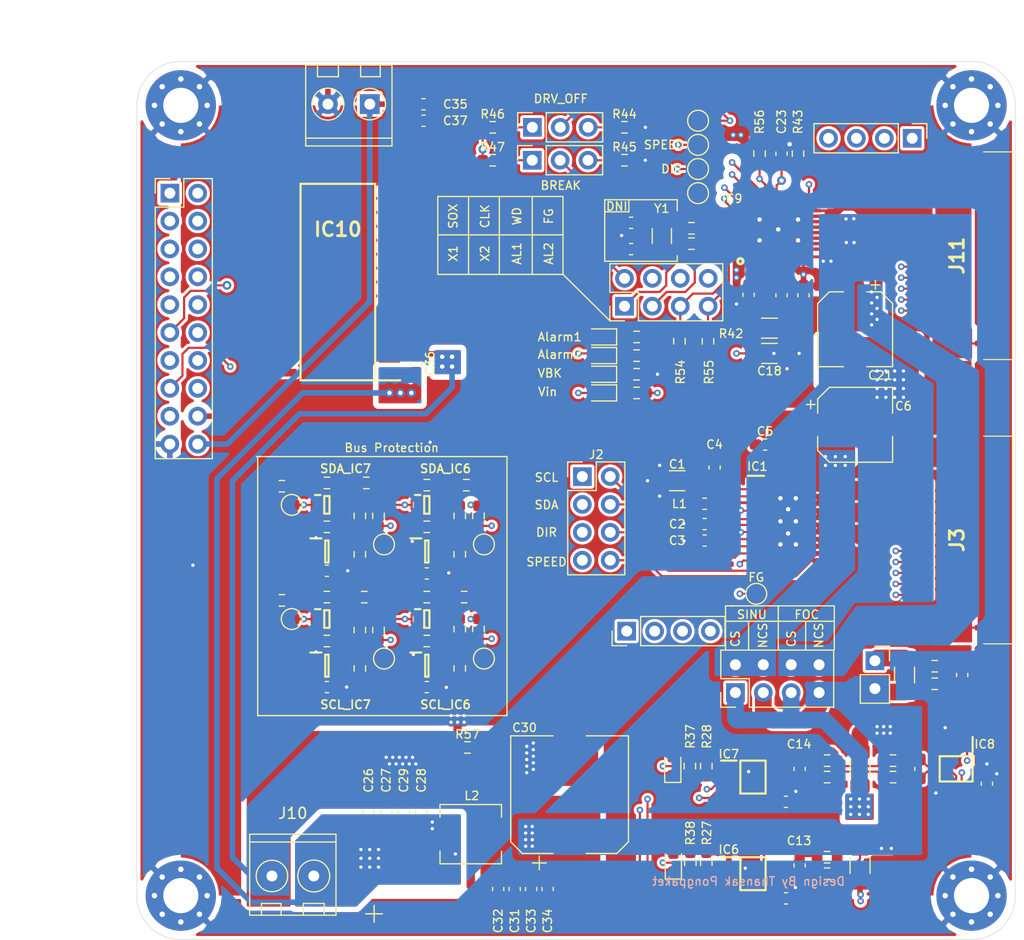
<source format=kicad_pcb>
(kicad_pcb (version 20171130) (host pcbnew "(5.1.12)-1")
  (title_block (title "Driver CubeSat") (date 2022-01-09) (rev v.2.0) (company FIBO))
  (layers (0 F.Cu signal) (1 "In1.Cu(GND)" power) (2 In2.Cu signal) (31 B.Cu power) (34 B.Paste user) (35 F.Paste user) (36 B.SilkS user) (37 F.SilkS user) (38 B.Mask user) (39 F.Mask user) (44 Edge.Cuts user))
  (net 0 "")
  (net 1 GND)
  (net 2 "Net-(C2-Pad1)")
  (net 3 "Net-(C3-Pad2)")
  (net 4 "Net-(C4-Pad1)")
  (net 5 "Net-(C4-Pad2)")
  (net 6 "Net-(C5-Pad2)")
  (net 7 "Net-(C7-Pad1)")
  (net 8 "Net-(C8-Pad1)")
  (net 9 "Net-(C9-Pad1)")
  (net 10 "Net-(C10-Pad1)")
  (net 11 +3V3)
  (net 12 "Net-(C13-Pad2)")
  (net 13 "Net-(C13-Pad1)")
  (net 14 RsenseA_IN+)
  (net 15 RsenseA_IN-)
  (net 16 RsenseB_IN+)
  (net 17 RsenseB_IN-)
  (net 18 Rsense-)
  (net 19 Rsense+)
  (net 20 /Driver_MCF8316A/VBK)
  (net 21 "Net-(C19-Pad1)")
  (net 22 "Net-(C20-Pad1)")
  (net 23 "Net-(C22-Pad1)")
  (net 24 "Net-(C24-Pad1)")
  (net 25 "/Power Input & Filter/+12V_in")
  (net 26 GNDPWR)
  (net 27 +12P)
  (net 28 "Net-(D1-Pad2)")
  (net 29 "Net-(D2-Pad2)")
  (net 30 "Net-(D3-Pad1)")
  (net 31 "Net-(D4-Pad1)")
  (net 32 "Net-(D5-Pad1)")
  (net 33 "Net-(D6-Pad1)")
  (net 34 /sda_power1)
  (net 35 "Net-(IC2-Pad5)")
  (net 36 /SDA_Buspro)
  (net 37 "Net-(IC2-Pad2)")
  (net 38 /SCL_Buspro)
  (net 39 "Net-(IC3-Pad2)")
  (net 40 /scl_power1)
  (net 41 "Net-(IC3-Pad5)")
  (net 42 "Net-(IC4-Pad2)")
  (net 43 /sda_power2)
  (net 44 "Net-(IC4-Pad5)")
  (net 45 /scl_power2)
  (net 46 "Net-(IC5-Pad5)")
  (net 47 "Net-(IC5-Pad2)")
  (net 48 /AL_INA238_2)
  (net 49 /AL_INA238_1)
  (net 50 /ToADC_Sense1)
  (net 51 /ToADC_Sense2)
  (net 52 "Net-(IC9-Pad5)")
  (net 53 /Driver_MCF8316A/D1_A)
  (net 54 /Driver_MCF8316A/D1_B)
  (net 55 /Driver_MCF8316A/D1_C)
  (net 56 /D1_DRVOFF)
  (net 57 "Net-(IC9-Pad22)")
  (net 58 /D1_SPEED)
  (net 59 D1_FG)
  (net 60 /SDA_D1)
  (net 61 /SCL_D1)
  (net 62 D1_EXT_WD)
  (net 63 D1_EXT_CLK)
  (net 64 /D1_DIR)
  (net 65 /D1_BREAK)
  (net 66 D1_SOX)
  (net 67 D1_X1)
  (net 68 D1_X2)
  (net 69 D1_Alarm1)
  (net 70 D1_Alarm2)
  (net 71 /D2_SPEED)
  (net 72 /D2_DIR)
  (net 73 /12V)
  (net 74 /SDA_D2)
  (net 75 /SCL_D2)
  (net 76 /Driver_DRV10975/W)
  (net 77 /Driver_DRV10975/V)
  (net 78 /Driver_DRV10975/U)
  (net 79 /Driver_DRV10975/D2_FG)
  (net 80 /Power_Monitoring/12v_Power)
  (net 81 "Net-(J5-Pad1)")
  (net 82 "Net-(J6-Pad3)")
  (net 83 "Net-(J7-Pad3)")
  (net 84 "Net-(IC1-Pad4)")
  (net 85 "Net-(Q1-Pad5)")
  (net 86 "Net-(Q2-Pad5)")
  (net 87 "Net-(Q3-Pad5)")
  (net 88 "Net-(Q4-Pad5)")
  (net 89 /Driver_DRV10975/D2_SCL_I)
  (net 90 /Driver_DRV10975/D2_SDA_I)
  (net 91 /Driver_DRV10975/D2_SPEED_I)
  (net 92 /Driver_DRV10975/D2_DIR_I)
  (net 93 "Net-(C1-Pad2)")
  (net 94 /12V_D2)
  (net 95 /12V_D1)
  (net 96 "Net-(C22-Pad2)")
  (net 97 /Driver_MCF8316A/AVDD)
  (net 98 "Net-(C25-Pad1)")
  (net 99 "Net-(J6-Pad1)")
  (net 100 "Net-(J7-Pad1)")
  (net 101 "Net-(J3-Pad4)")
  (net 102 "Net-(J3-Pad3)")
  (net 103 "Net-(J3-Pad2)")
  (net 104 "Net-(J3-Pad1)")
  (net 105 "Net-(J11-Pad1)")
  (net 106 "Net-(J11-Pad2)")
  (net 107 "Net-(J11-Pad3)")
  (net 108 "Net-(J11-Pad4)")
  (net 109 +5VA)
  (module SamacSys_Parts:SOP65P640X120-25N (layer F.Cu) (at 179.3 101.9)
    (fp_text reference IC1 (at -2.8 -5) (layer F.SilkS) (effects (font (size 0.77 0.77) (thickness 0.127))))
    (fp_text value DRV10975ZPWPR hide)
    (pad 1 smd rect (at -2.938 -3.575 90) (size 0.45 1.475) (layers F.Cu F.Paste F.Mask) (net 6 "Net-(C5-Pad2)"))
    (pad 2 smd rect (at -2.938 -2.925 90) (size 0.45 1.475) (layers F.Cu F.Paste F.Mask) (net 4 "Net-(C4-Pad1)"))
    (pad 3 smd rect (at -2.938 -2.275 90) (size 0.45 1.475) (layers F.Cu F.Paste F.Mask) (net 5 "Net-(C4-Pad2)"))
    (pad 4 smd rect (at -2.938 -1.625 90) (size 0.45 1.475) (layers F.Cu F.Paste F.Mask) (net 84 "Net-(IC1-Pad4)"))
    (pad 5 smd rect (at -2.938 -0.975 90) (size 0.45 1.475) (layers F.Cu F.Paste F.Mask) (net 1 GND))
    (pad 6 smd rect (at -2.938 -0.325 90) (size 0.45 1.475) (layers F.Cu F.Paste F.Mask) (net 93 "Net-(C1-Pad2)"))
    (pad 7 smd rect (at -2.938 0.325 90) (size 0.45 1.475) (layers F.Cu F.Paste F.Mask) (net 2 "Net-(C2-Pad1)"))
    (pad 8 smd rect (at -2.938 0.975 90) (size 0.45 1.475) (layers F.Cu F.Paste F.Mask) (net 1 GND))
    (pad 9 smd rect (at -2.938 1.625 90) (size 0.45 1.475) (layers F.Cu F.Paste F.Mask) (net 3 "Net-(C3-Pad2)"))
    (pad 10 smd rect (at -2.938 2.275 90) (size 0.45 1.475) (layers F.Cu F.Paste F.Mask) (net 89 /Driver_DRV10975/D2_SCL_I))
    (pad 11 smd rect (at -2.938 2.925 90) (size 0.45 1.475) (layers F.Cu F.Paste F.Mask) (net 90 /Driver_DRV10975/D2_SDA_I))
    (pad 12 smd rect (at -2.938 3.575 90) (size 0.45 1.475) (layers F.Cu F.Paste F.Mask) (net 79 /Driver_DRV10975/D2_FG))
    (pad 13 smd rect (at 2.938 3.575 90) (size 0.45 1.475) (layers F.Cu F.Paste F.Mask) (net 91 /Driver_DRV10975/D2_SPEED_I))
    (pad 14 smd rect (at 2.938 2.925 90) (size 0.45 1.475) (layers F.Cu F.Paste F.Mask) (net 92 /Driver_DRV10975/D2_DIR_I))
    (pad 15 smd rect (at 2.938 2.275 90) (size 0.45 1.475) (layers F.Cu F.Paste F.Mask) (net 26 GNDPWR))
    (pad 16 smd rect (at 2.938 1.625 90) (size 0.45 1.475) (layers F.Cu F.Paste F.Mask) (net 26 GNDPWR))
    (pad 17 smd rect (at 2.938 0.975 90) (size 0.45 1.475) (layers F.Cu F.Paste F.Mask) (net 78 /Driver_DRV10975/U))
    (pad 18 smd rect (at 2.938 0.325 90) (size 0.45 1.475) (layers F.Cu F.Paste F.Mask) (net 78 /Driver_DRV10975/U))
    (pad 19 smd rect (at 2.938 -0.325 90) (size 0.45 1.475) (layers F.Cu F.Paste F.Mask) (net 77 /Driver_DRV10975/V))
    (pad 20 smd rect (at 2.938 -0.975 90) (size 0.45 1.475) (layers F.Cu F.Paste F.Mask) (net 77 /Driver_DRV10975/V))
    (pad 21 smd rect (at 2.938 -1.625 90) (size 0.45 1.475) (layers F.Cu F.Paste F.Mask) (net 76 /Driver_DRV10975/W))
    (pad 22 smd rect (at 2.938 -2.275 90) (size 0.45 1.475) (layers F.Cu F.Paste F.Mask) (net 76 /Driver_DRV10975/W))
    (pad 23 smd rect (at 2.938 -2.925 90) (size 0.45 1.475) (layers F.Cu F.Paste F.Mask) (net 94 /12V_D2))
    (pad 24 smd rect (at 2.938 -3.575 90) (size 0.45 1.475) (layers F.Cu F.Paste F.Mask) (net 94 /12V_D2))
    (pad 25 smd rect (at 0 0) (size 2.4 5.16) (layers F.Cu F.Paste F.Mask) (net 26 GNDPWR))
  )
  (module Connector_PinHeader_2.54mm:PinHeader_1x04_P2.54mm_Vertical (layer F.Cu) (at 164.6 111.9 90)
    (fp_text reference J8)
    (fp_text value "Pin Header 4p")
    (pad 4 thru_hole oval (at 0 7.62 90) (size 1.7 1.7) (drill 1) (layers *.Cu *.Mask) (net 104 "Net-(J3-Pad1)"))
    (pad 3 thru_hole oval (at 0 5.08 90) (size 1.7 1.7) (drill 1) (layers *.Cu *.Mask) (net 103 "Net-(J3-Pad2)"))
    (pad 2 thru_hole oval (at 0 2.54 90) (size 1.7 1.7) (drill 1) (layers *.Cu *.Mask) (net 102 "Net-(J3-Pad3)"))
    (pad 1 thru_hole rect (at 0 0 90) (size 1.7 1.7) (drill 1) (layers *.Cu *.Mask) (net 101 "Net-(J3-Pad4)"))
  )
  (module Capacitor_SMD:C_0603_1608Metric_Pad1.08x0.95mm_HandSolder (layer F.Cu) (at 171.7 102.15 180)
    (fp_text reference C2 (at 2.5 0) (layer F.SilkS) (effects (font (size 0.77 0.77) (thickness 0.127))))
    (fp_text value 0.1uF)
    (pad 1 smd roundrect (at -0.8625 0 180) (size 1.075 0.95) (layers F.Cu F.Paste F.Mask) (net 2 "Net-(C2-Pad1)"))
    (pad 2 smd roundrect (at 0.8625 0 180) (size 1.075 0.95) (layers F.Cu F.Paste F.Mask) (net 1 GND))
  )
  (module Capacitor_SMD:C_0603_1608Metric_Pad1.08x0.95mm_HandSolder (layer F.Cu) (at 171.7 103.65)
    (fp_text reference C3 (at -2.5 0) (layer F.SilkS) (effects (font (size 0.77 0.77) (thickness 0.127))))
    (fp_text value 0.1uF)
    (pad 2 smd roundrect (at 0.8625 0) (size 1.075 0.95) (layers F.Cu F.Paste F.Mask) (net 3 "Net-(C3-Pad2)"))
    (pad 1 smd roundrect (at -0.8625 0) (size 1.075 0.95) (layers F.Cu F.Paste F.Mask) (net 1 GND))
  )
  (module Capacitor_SMD:C_0603_1608Metric_Pad1.08x0.95mm_HandSolder (layer F.Cu) (at 172.6 97 270)
    (fp_text reference C4 (at -2.1 0 180) (layer F.SilkS) (effects (font (size 0.77 0.77) (thickness 0.127))))
    (fp_text value 0.1uF)
    (pad 1 smd roundrect (at -0.8625 0 270) (size 1.075 0.95) (layers F.Cu F.Paste F.Mask) (net 4 "Net-(C4-Pad1)"))
    (pad 2 smd roundrect (at 0.8625 0 270) (size 1.075 0.95) (layers F.Cu F.Paste F.Mask) (net 5 "Net-(C4-Pad2)"))
  )
  (module Capacitor_SMD:C_0603_1608Metric_Pad1.08x0.95mm_HandSolder (layer F.Cu) (at 177.2 94.9 180)
    (fp_text reference C5 (at 0 1.2) (layer F.SilkS) (effects (font (size 0.77 0.77) (thickness 0.127))))
    (fp_text value 0.1uF)
    (pad 2 smd roundrect (at 0.8625 0 180) (size 1.075 0.95) (layers F.Cu F.Paste F.Mask) (net 6 "Net-(C5-Pad2)"))
    (pad 1 smd roundrect (at -0.8625 0 180) (size 1.075 0.95) (layers F.Cu F.Paste F.Mask) (net 94 /12V_D2))
  )
  (module Capacitor_SMD:CP_Elec_6.3x5.4_Nichicon (layer F.Cu) (at 185.4 93.1)
    (fp_text reference C6 (at 4.4 -1.7) (layer F.SilkS) (effects (font (size 0.77 0.77) (thickness 0.127))))
    (fp_text value 100uF)
    (pad 2 smd roundrect (at 2.7 0) (size 3.5 1.6) (layers F.Cu F.Paste F.Mask) (roundrect_rratio 0.15625) (net 26 GNDPWR))
    (pad 1 smd roundrect (at -2.7 0) (size 3.5 1.6) (layers F.Cu F.Paste F.Mask) (roundrect_rratio 0.15625) (net 94 /12V_D2))
  )
  (module Capacitor_SMD:C_0603_1608Metric_Pad1.08x0.95mm_HandSolder (layer F.Cu) (at 137.3 106.4)
    (fp_text reference C7)
    (fp_text value 10nF)
    (pad 2 smd roundrect (at 0.8625 0) (size 1.075 0.95) (layers F.Cu F.Paste F.Mask) (net 1 GND))
    (pad 1 smd roundrect (at -0.8625 0) (size 1.075 0.95) (layers F.Cu F.Paste F.Mask) (net 7 "Net-(C7-Pad1)"))
  )
  (module Capacitor_SMD:C_0603_1608Metric_Pad1.08x0.95mm_HandSolder (layer F.Cu) (at 137.3 117)
    (fp_text reference C8)
    (fp_text value 10nF)
    (pad 1 smd roundrect (at -0.8625 0) (size 1.075 0.95) (layers F.Cu F.Paste F.Mask) (net 8 "Net-(C8-Pad1)"))
    (pad 2 smd roundrect (at 0.8625 0) (size 1.075 0.95) (layers F.Cu F.Paste F.Mask) (net 1 GND))
  )
  (module Capacitor_SMD:C_0603_1608Metric_Pad1.08x0.95mm_HandSolder (layer F.Cu) (at 146.4 106.65)
    (fp_text reference C9)
    (fp_text value 10nF)
    (pad 1 smd roundrect (at -0.8625 0) (size 1.075 0.95) (layers F.Cu F.Paste F.Mask) (net 9 "Net-(C9-Pad1)"))
    (pad 2 smd roundrect (at 0.8625 0) (size 1.075 0.95) (layers F.Cu F.Paste F.Mask) (net 1 GND))
  )
  (module Capacitor_SMD:C_0603_1608Metric_Pad1.08x0.95mm_HandSolder (layer F.Cu) (at 146.4 117)
    (fp_text reference C10)
    (fp_text value 10nF)
    (pad 1 smd roundrect (at -0.8625 0) (size 1.075 0.95) (layers F.Cu F.Paste F.Mask) (net 10 "Net-(C10-Pad1)"))
    (pad 2 smd roundrect (at 0.8625 0) (size 1.075 0.95) (layers F.Cu F.Paste F.Mask) (net 1 GND))
  )
  (module Capacitor_SMD:C_0603_1608Metric_Pad1.08x0.95mm_HandSolder (layer F.Cu) (at 179.1 136.25)
    (fp_text reference C11)
    (fp_text value 0.1uF)
    (pad 1 smd roundrect (at -0.8625 0) (size 1.075 0.95) (layers F.Cu F.Paste F.Mask) (net 11 +3V3))
    (pad 2 smd roundrect (at 0.8625 0) (size 1.075 0.95) (layers F.Cu F.Paste F.Mask) (net 1 GND))
  )
  (module Capacitor_SMD:C_0603_1608Metric_Pad1.08x0.95mm_HandSolder (layer F.Cu) (at 179.1 127.45)
    (fp_text reference C12)
    (fp_text value 0.1uF)
    (pad 2 smd roundrect (at 0.8625 0) (size 1.075 0.95) (layers F.Cu F.Paste F.Mask) (net 1 GND))
    (pad 1 smd roundrect (at -0.8625 0) (size 1.075 0.95) (layers F.Cu F.Paste F.Mask) (net 11 +3V3))
  )
  (module Capacitor_SMD:C_0603_1608Metric_Pad1.08x0.95mm_HandSolder (layer F.Cu) (at 180.35 133.25 270)
    (fp_text reference C13 (at -2.25 0.05 180) (layer F.SilkS) (effects (font (size 0.77 0.77) (thickness 0.127))))
    (fp_text value 1uF)
    (pad 2 smd roundrect (at 0.8625 0 270) (size 1.075 0.95) (layers F.Cu F.Paste F.Mask) (net 12 "Net-(C13-Pad2)"))
    (pad 1 smd roundrect (at -0.8625 0 270) (size 1.075 0.95) (layers F.Cu F.Paste F.Mask) (net 13 "Net-(C13-Pad1)"))
  )
  (module Capacitor_SMD:C_0603_1608Metric_Pad1.08x0.95mm_HandSolder (layer F.Cu) (at 180.35 124.45 270)
    (fp_text reference C14 (at -2.25 0.05 180) (layer F.SilkS) (effects (font (size 0.77 0.77) (thickness 0.127))))
    (fp_text value 1uF)
    (pad 1 smd roundrect (at -0.8625 0 270) (size 1.075 0.95) (layers F.Cu F.Paste F.Mask) (net 14 RsenseA_IN+))
    (pad 2 smd roundrect (at 0.8625 0 270) (size 1.075 0.95) (layers F.Cu F.Paste F.Mask) (net 15 RsenseA_IN-))
  )
  (module Capacitor_SMD:C_0603_1608Metric_Pad1.08x0.95mm_HandSolder (layer F.Cu) (at 191.35 124.45 270)
    (fp_text reference C15)
    (fp_text value 1uF)
    (pad 1 smd roundrect (at -0.8625 0 270) (size 1.075 0.95) (layers F.Cu F.Paste F.Mask) (net 16 RsenseB_IN+))
    (pad 2 smd roundrect (at 0.8625 0 270) (size 1.075 0.95) (layers F.Cu F.Paste F.Mask) (net 17 RsenseB_IN-))
  )
  (module Capacitor_SMD:C_0603_1608Metric_Pad1.08x0.95mm_HandSolder (layer F.Cu) (at 195.15 115.9 90)
    (fp_text reference C16)
    (fp_text value 1uF)
    (pad 2 smd roundrect (at 0.8625 0 90) (size 1.075 0.95) (layers F.Cu F.Paste F.Mask) (net 18 Rsense-))
    (pad 1 smd roundrect (at -0.8625 0 90) (size 1.075 0.95) (layers F.Cu F.Paste F.Mask) (net 19 Rsense+))
  )
  (module Capacitor_SMD:C_0603_1608Metric_Pad1.08x0.95mm_HandSolder (layer F.Cu) (at 197.4 125.8 90)
    (fp_text reference C17)
    (fp_text value 0.1uF)
    (pad 1 smd roundrect (at -0.8625 0 90) (size 1.075 0.95) (layers F.Cu F.Paste F.Mask) (net 11 +3V3))
    (pad 2 smd roundrect (at 0.8625 0 90) (size 1.075 0.95) (layers F.Cu F.Paste F.Mask) (net 1 GND))
  )
  (module Capacitor_SMD:C_0603_1608Metric_Pad1.08x0.95mm_HandSolder (layer F.Cu) (at 175.7 81.2625 270)
    (fp_text reference C19)
    (fp_text value 1uF)
    (pad 2 smd roundrect (at 0.8625 0 270) (size 1.075 0.95) (layers F.Cu F.Paste F.Mask) (net 1 GND))
    (pad 1 smd roundrect (at -0.8625 0 270) (size 1.075 0.95) (layers F.Cu F.Paste F.Mask) (net 21 "Net-(C19-Pad1)"))
  )
  (module Capacitor_SMD:C_0603_1608Metric_Pad1.08x0.95mm_HandSolder (layer F.Cu) (at 180.7 81.3 90)
    (fp_text reference C20)
    (fp_text value 1uF)
    (pad 1 smd roundrect (at -0.8625 0 90) (size 1.075 0.95) (layers F.Cu F.Paste F.Mask) (net 22 "Net-(C20-Pad1)"))
    (pad 2 smd roundrect (at 0.8625 0 90) (size 1.075 0.95) (layers F.Cu F.Paste F.Mask) (net 95 /12V_D1))
  )
  (module Capacitor_SMD:C_0603_1608Metric_Pad1.08x0.95mm_HandSolder (layer F.Cu) (at 178.7 81.3 90)
    (fp_text reference C22)
    (fp_text value 47nF)
    (pad 1 smd roundrect (at -0.8625 0 90) (size 1.075 0.95) (layers F.Cu F.Paste F.Mask) (net 23 "Net-(C22-Pad1)"))
    (pad 2 smd roundrect (at 0.8625 0 90) (size 1.075 0.95) (layers F.Cu F.Paste F.Mask) (net 96 "Net-(C22-Pad2)"))
  )
  (module Capacitor_SMD:C_0603_1608Metric_Pad1.08x0.95mm_HandSolder (layer F.Cu) (at 178.7 68.4 90)
    (fp_text reference C23 (at 2.9 0 90) (layer F.SilkS) (effects (font (size 0.77 0.77) (thickness 0.127))))
    (fp_text value 1uF)
    (pad 1 smd roundrect (at -0.8625 0 90) (size 1.075 0.95) (layers F.Cu F.Paste F.Mask) (net 97 /Driver_MCF8316A/AVDD))
    (pad 2 smd roundrect (at 0.8625 0 90) (size 1.075 0.95) (layers F.Cu F.Paste F.Mask) (net 1 GND))
  )
  (module Capacitor_SMD:C_0603_1608Metric_Pad1.08x0.95mm_HandSolder (layer F.Cu) (at 165 74.7 180)
    (fp_text reference C24)
    (fp_text value ??nF)
    (pad 2 smd roundrect (at 0.8625 0 180) (size 1.075 0.95) (layers F.Cu F.Paste F.Mask) (net 1 GND))
    (pad 1 smd roundrect (at -0.8625 0 180) (size 1.075 0.95) (layers F.Cu F.Paste F.Mask) (net 24 "Net-(C24-Pad1)"))
  )
  (module Capacitor_SMD:C_0603_1608Metric_Pad1.08x0.95mm_HandSolder (layer F.Cu) (at 165 77.1 180)
    (fp_text reference C25)
    (fp_text value ??nF)
    (pad 2 smd roundrect (at 0.8625 0 180) (size 1.075 0.95) (layers F.Cu F.Paste F.Mask) (net 1 GND))
    (pad 1 smd roundrect (at -0.8625 0 180) (size 1.075 0.95) (layers F.Cu F.Paste F.Mask) (net 98 "Net-(C25-Pad1)"))
  )
  (module Capacitor_SMD:C_0603_1608Metric_Pad1.08x0.95mm_HandSolder (layer F.Cu) (at 141.1 128.4 90)
    (fp_text reference C26 (at 2.9 0 90) (layer F.SilkS) (effects (font (size 0.77 0.77) (thickness 0.127))))
    (fp_text value 1uF)
    (pad 1 smd roundrect (at -0.8625 0 90) (size 1.075 0.95) (layers F.Cu F.Paste F.Mask) (net 25 "/Power Input & Filter/+12V_in"))
    (pad 2 smd roundrect (at 0.8625 0 90) (size 1.075 0.95) (layers F.Cu F.Paste F.Mask) (net 26 GNDPWR))
  )
  (module Capacitor_SMD:C_0603_1608Metric_Pad1.08x0.95mm_HandSolder (layer F.Cu) (at 142.7 128.4 90)
    (fp_text reference C27 (at 2.9 0 90) (layer F.SilkS) (effects (font (size 0.77 0.77) (thickness 0.127))))
    (fp_text value 0.1uF)
    (pad 2 smd roundrect (at 0.8625 0 90) (size 1.075 0.95) (layers F.Cu F.Paste F.Mask) (net 26 GNDPWR))
    (pad 1 smd roundrect (at -0.8625 0 90) (size 1.075 0.95) (layers F.Cu F.Paste F.Mask) (net 25 "/Power Input & Filter/+12V_in"))
  )
  (module Capacitor_SMD:C_0603_1608Metric_Pad1.08x0.95mm_HandSolder (layer F.Cu) (at 145.9 128.4 90)
    (fp_text reference C28 (at 2.9 0 90) (layer F.SilkS) (effects (font (size 0.77 0.77) (thickness 0.127))))
    (fp_text value 0.01uF)
    (pad 1 smd roundrect (at -0.8625 0 90) (size 1.075 0.95) (layers F.Cu F.Paste F.Mask) (net 25 "/Power Input & Filter/+12V_in"))
    (pad 2 smd roundrect (at 0.8625 0 90) (size 1.075 0.95) (layers F.Cu F.Paste F.Mask) (net 26 GNDPWR))
  )
  (module Capacitor_SMD:C_0603_1608Metric_Pad1.08x0.95mm_HandSolder (layer F.Cu) (at 144.3 128.4 90)
    (fp_text reference C29 (at 2.9 0 90) (layer F.SilkS) (effects (font (size 0.77 0.77) (thickness 0.127))))
    (fp_text value 1nF)
    (pad 2 smd roundrect (at 0.8625 0 90) (size 1.075 0.95) (layers F.Cu F.Paste F.Mask) (net 26 GNDPWR))
    (pad 1 smd roundrect (at -0.8625 0 90) (size 1.075 0.95) (layers F.Cu F.Paste F.Mask) (net 25 "/Power Input & Filter/+12V_in"))
  )
  (module Capacitor_SMD:C_0603_1608Metric_Pad1.08x0.95mm_HandSolder (layer F.Cu) (at 154.4 135.4 270)
    (fp_text reference C31 (at 2.9 0 90) (layer F.SilkS) (effects (font (size 0.77 0.77) (thickness 0.127))))
    (fp_text value 1uF)
    (pad 2 smd roundrect (at 0.8625 0 270) (size 1.075 0.95) (layers F.Cu F.Paste F.Mask) (net 26 GNDPWR))
    (pad 1 smd roundrect (at -0.8625 0 270) (size 1.075 0.95) (layers F.Cu F.Paste F.Mask) (net 27 +12P))
  )
  (module Capacitor_SMD:C_0603_1608Metric_Pad1.08x0.95mm_HandSolder (layer F.Cu) (at 152.9 135.4 270)
    (fp_text reference C32 (at 2.9 0 90) (layer F.SilkS) (effects (font (size 0.77 0.77) (thickness 0.127))))
    (fp_text value 0.1uF)
    (pad 1 smd roundrect (at -0.8625 0 270) (size 1.075 0.95) (layers F.Cu F.Paste F.Mask) (net 27 +12P))
    (pad 2 smd roundrect (at 0.8625 0 270) (size 1.075 0.95) (layers F.Cu F.Paste F.Mask) (net 26 GNDPWR))
  )
  (module Capacitor_SMD:C_0603_1608Metric_Pad1.08x0.95mm_HandSolder (layer F.Cu) (at 155.9 135.4 270)
    (fp_text reference C33 (at 2.9 0 90) (layer F.SilkS) (effects (font (size 0.77 0.77) (thickness 0.127))))
    (fp_text value 0.01uF)
    (pad 2 smd roundrect (at 0.8625 0 270) (size 1.075 0.95) (layers F.Cu F.Paste F.Mask) (net 26 GNDPWR))
    (pad 1 smd roundrect (at -0.8625 0 270) (size 1.075 0.95) (layers F.Cu F.Paste F.Mask) (net 27 +12P))
  )
  (module Capacitor_SMD:C_0603_1608Metric_Pad1.08x0.95mm_HandSolder (layer F.Cu) (at 157.4 135.4 270)
    (fp_text reference C34 (at 2.9 0 90) (layer F.SilkS) (effects (font (size 0.77 0.77) (thickness 0.127))))
    (fp_text value 1nF)
    (pad 2 smd roundrect (at 0.8625 0 270) (size 1.075 0.95) (layers F.Cu F.Paste F.Mask) (net 26 GNDPWR))
    (pad 1 smd roundrect (at -0.8625 0 270) (size 1.075 0.95) (layers F.Cu F.Paste F.Mask) (net 27 +12P))
  )
  (module LED_SMD:LED_0603_1608Metric (layer F.Cu) (at 168.8 124.2 90)
    (fp_text reference D1)
    (fp_text value LED)
    (pad 1 smd roundrect (at -0.7875 0 90) (size 0.875 0.95) (layers F.Cu F.Paste F.Mask) (net 11 +3V3))
    (pad 2 smd roundrect (at 0.7875 0 90) (size 0.875 0.95) (layers F.Cu F.Paste F.Mask) (net 28 "Net-(D1-Pad2)"))
  )
  (module LED_SMD:LED_0603_1608Metric (layer F.Cu) (at 168.85 133 90)
    (fp_text reference D2)
    (fp_text value LED)
    (pad 1 smd roundrect (at -0.7875 0 90) (size 0.875 0.95) (layers F.Cu F.Paste F.Mask) (net 11 +3V3))
    (pad 2 smd roundrect (at 0.7875 0 90) (size 0.875 0.95) (layers F.Cu F.Paste F.Mask) (net 29 "Net-(D2-Pad2)"))
  )
  (module LED_SMD:LED_0603_1608Metric (layer F.Cu) (at 162.2 88.5 180)
    (fp_text reference D3)
    (fp_text value LED)
    (pad 2 smd roundrect (at 0.7875 0 180) (size 0.875 0.95) (layers F.Cu F.Paste F.Mask) (net 20 /Driver_MCF8316A/VBK))
    (pad 1 smd roundrect (at -0.7875 0 180) (size 0.875 0.95) (layers F.Cu F.Paste F.Mask) (net 30 "Net-(D3-Pad1)"))
  )
  (module LED_SMD:LED_0603_1608Metric (layer F.Cu) (at 162.2 85.1 180)
    (fp_text reference D4)
    (fp_text value LED)
    (pad 2 smd roundrect (at 0.7875 0 180) (size 0.875 0.95) (layers F.Cu F.Paste F.Mask) (net 20 /Driver_MCF8316A/VBK))
    (pad 1 smd roundrect (at -0.7875 0 180) (size 0.875 0.95) (layers F.Cu F.Paste F.Mask) (net 31 "Net-(D4-Pad1)"))
  )
  (module LED_SMD:LED_0603_1608Metric (layer F.Cu) (at 162.2 86.8 180)
    (fp_text reference D5)
    (fp_text value LED)
    (pad 1 smd roundrect (at -0.7875 0 180) (size 0.875 0.95) (layers F.Cu F.Paste F.Mask) (net 32 "Net-(D5-Pad1)"))
    (pad 2 smd roundrect (at 0.7875 0 180) (size 0.875 0.95) (layers F.Cu F.Paste F.Mask) (net 20 /Driver_MCF8316A/VBK))
  )
  (module LED_SMD:LED_0603_1608Metric (layer F.Cu) (at 162.2 90.2 180)
    (fp_text reference D6)
    (fp_text value LED)
    (pad 2 smd roundrect (at 0.7875 0 180) (size 0.875 0.95) (layers F.Cu F.Paste F.Mask) (net 95 /12V_D1))
    (pad 1 smd roundrect (at -0.7875 0 180) (size 0.875 0.95) (layers F.Cu F.Paste F.Mask) (net 33 "Net-(D6-Pad1)"))
  )
  (module MountingHole:MountingHole_3.2mm_M3_Pad_Via (layer F.Cu) (at 124 64)
    (fp_text reference H1 hide)
    (fp_text value MountingHole_Pad)
    (pad 1 thru_hole circle (at 0 0) (size 6.4 6.4) (drill 3.2) (layers *.Cu *.Mask) (net 1 GND))
    (pad 1 thru_hole circle (at 2.4 0) (size 0.8 0.8) (drill 0.5) (layers *.Cu *.Mask) (net 1 GND))
    (pad 1 thru_hole circle (at 1.697056 1.697056) (size 0.8 0.8) (drill 0.5) (layers *.Cu *.Mask) (net 1 GND))
    (pad 1 thru_hole circle (at 0 2.4) (size 0.8 0.8) (drill 0.5) (layers *.Cu *.Mask) (net 1 GND))
    (pad 1 thru_hole circle (at -1.697056 1.697056) (size 0.8 0.8) (drill 0.5) (layers *.Cu *.Mask) (net 1 GND))
    (pad 1 thru_hole circle (at -2.4 0) (size 0.8 0.8) (drill 0.5) (layers *.Cu *.Mask) (net 1 GND))
    (pad 1 thru_hole circle (at -1.697056 -1.697056) (size 0.8 0.8) (drill 0.5) (layers *.Cu *.Mask) (net 1 GND))
    (pad 1 thru_hole circle (at 0 -2.4) (size 0.8 0.8) (drill 0.5) (layers *.Cu *.Mask) (net 1 GND))
    (pad 1 thru_hole circle (at 1.697056 -1.697056) (size 0.8 0.8) (drill 0.5) (layers *.Cu *.Mask) (net 1 GND))
  )
  (module MountingHole:MountingHole_3.2mm_M3_Pad_Via (layer F.Cu) (at 196 64)
    (fp_text reference H2 hide)
    (fp_text value MountingHole_Pad)
    (pad 1 thru_hole circle (at 1.697056 -1.697056) (size 0.8 0.8) (drill 0.5) (layers *.Cu *.Mask) (net 1 GND))
    (pad 1 thru_hole circle (at 0 -2.4) (size 0.8 0.8) (drill 0.5) (layers *.Cu *.Mask) (net 1 GND))
    (pad 1 thru_hole circle (at -1.697056 -1.697056) (size 0.8 0.8) (drill 0.5) (layers *.Cu *.Mask) (net 1 GND))
    (pad 1 thru_hole circle (at -2.4 0) (size 0.8 0.8) (drill 0.5) (layers *.Cu *.Mask) (net 1 GND))
    (pad 1 thru_hole circle (at -1.697056 1.697056) (size 0.8 0.8) (drill 0.5) (layers *.Cu *.Mask) (net 1 GND))
    (pad 1 thru_hole circle (at 0 2.4) (size 0.8 0.8) (drill 0.5) (layers *.Cu *.Mask) (net 1 GND))
    (pad 1 thru_hole circle (at 1.697056 1.697056) (size 0.8 0.8) (drill 0.5) (layers *.Cu *.Mask) (net 1 GND))
    (pad 1 thru_hole circle (at 2.4 0) (size 0.8 0.8) (drill 0.5) (layers *.Cu *.Mask) (net 1 GND))
    (pad 1 thru_hole circle (at 0 0) (size 6.4 6.4) (drill 3.2) (layers *.Cu *.Mask) (net 1 GND))
  )
  (module MountingHole:MountingHole_3.2mm_M3_Pad_Via (layer F.Cu) (at 196 136)
    (fp_text reference H3 hide)
    (fp_text value MountingHole_Pad)
    (pad 1 thru_hole circle (at 0 0) (size 6.4 6.4) (drill 3.2) (layers *.Cu *.Mask) (net 1 GND))
    (pad 1 thru_hole circle (at 2.4 0) (size 0.8 0.8) (drill 0.5) (layers *.Cu *.Mask) (net 1 GND))
    (pad 1 thru_hole circle (at 1.697056 1.697056) (size 0.8 0.8) (drill 0.5) (layers *.Cu *.Mask) (net 1 GND))
    (pad 1 thru_hole circle (at 0 2.4) (size 0.8 0.8) (drill 0.5) (layers *.Cu *.Mask) (net 1 GND))
    (pad 1 thru_hole circle (at -1.697056 1.697056) (size 0.8 0.8) (drill 0.5) (layers *.Cu *.Mask) (net 1 GND))
    (pad 1 thru_hole circle (at -2.4 0) (size 0.8 0.8) (drill 0.5) (layers *.Cu *.Mask) (net 1 GND))
    (pad 1 thru_hole circle (at -1.697056 -1.697056) (size 0.8 0.8) (drill 0.5) (layers *.Cu *.Mask) (net 1 GND))
    (pad 1 thru_hole circle (at 0 -2.4) (size 0.8 0.8) (drill 0.5) (layers *.Cu *.Mask) (net 1 GND))
    (pad 1 thru_hole circle (at 1.697056 -1.697056) (size 0.8 0.8) (drill 0.5) (layers *.Cu *.Mask) (net 1 GND))
  )
  (module MountingHole:MountingHole_3.2mm_M3_Pad_Via (layer F.Cu) (at 124 136)
    (fp_text reference H4 hide)
    (fp_text value MountingHole_Pad)
    (pad 1 thru_hole circle (at 1.697056 -1.697056) (size 0.8 0.8) (drill 0.5) (layers *.Cu *.Mask) (net 1 GND))
    (pad 1 thru_hole circle (at 0 -2.4) (size 0.8 0.8) (drill 0.5) (layers *.Cu *.Mask) (net 1 GND))
    (pad 1 thru_hole circle (at -1.697056 -1.697056) (size 0.8 0.8) (drill 0.5) (layers *.Cu *.Mask) (net 1 GND))
    (pad 1 thru_hole circle (at -2.4 0) (size 0.8 0.8) (drill 0.5) (layers *.Cu *.Mask) (net 1 GND))
    (pad 1 thru_hole circle (at -1.697056 1.697056) (size 0.8 0.8) (drill 0.5) (layers *.Cu *.Mask) (net 1 GND))
    (pad 1 thru_hole circle (at 0 2.4) (size 0.8 0.8) (drill 0.5) (layers *.Cu *.Mask) (net 1 GND))
    (pad 1 thru_hole circle (at 1.697056 1.697056) (size 0.8 0.8) (drill 0.5) (layers *.Cu *.Mask) (net 1 GND))
    (pad 1 thru_hole circle (at 2.4 0) (size 0.8 0.8) (drill 0.5) (layers *.Cu *.Mask) (net 1 GND))
    (pad 1 thru_hole circle (at 0 0) (size 6.4 6.4) (drill 3.2) (layers *.Cu *.Mask) (net 1 GND))
  )
  (module SamacSys_Parts:SOTFL50P162X60-6N (layer F.Cu) (at 137.3 100.4)
    (fp_text reference IC2)
    (fp_text value MMDT2222V-7 hide)
    (pad 6 smd rect (at 0.834 -0.5 90) (size 0.3 0.492) (layers F.Cu F.Paste F.Mask) (net 34 /sda_power1))
    (pad 5 smd rect (at 0.834 0 90) (size 0.3 0.492) (layers F.Cu F.Paste F.Mask) (net 35 "Net-(IC2-Pad5)"))
    (pad 4 smd rect (at 0.834 0.5 90) (size 0.3 0.492) (layers F.Cu F.Paste F.Mask) (net 34 /sda_power1))
    (pad 3 smd rect (at -0.834 0.5 90) (size 0.3 0.492) (layers F.Cu F.Paste F.Mask) (net 36 /SDA_Buspro))
    (pad 2 smd rect (at -0.834 0 90) (size 0.3 0.492) (layers F.Cu F.Paste F.Mask) (net 37 "Net-(IC2-Pad2)"))
    (pad 1 smd rect (at -0.834 -0.5 90) (size 0.3 0.492) (layers F.Cu F.Paste F.Mask) (net 36 /SDA_Buspro))
  )
  (module SamacSys_Parts:SOTFL50P162X60-6N (layer F.Cu) (at 137.3 110.8)
    (fp_text reference IC3)
    (fp_text value MMDT2222V-7 hide)
    (pad 1 smd rect (at -0.834 -0.5 90) (size 0.3 0.492) (layers F.Cu F.Paste F.Mask) (net 38 /SCL_Buspro))
    (pad 2 smd rect (at -0.834 0 90) (size 0.3 0.492) (layers F.Cu F.Paste F.Mask) (net 39 "Net-(IC3-Pad2)"))
    (pad 3 smd rect (at -0.834 0.5 90) (size 0.3 0.492) (layers F.Cu F.Paste F.Mask) (net 38 /SCL_Buspro))
    (pad 4 smd rect (at 0.834 0.5 90) (size 0.3 0.492) (layers F.Cu F.Paste F.Mask) (net 40 /scl_power1))
    (pad 5 smd rect (at 0.834 0 90) (size 0.3 0.492) (layers F.Cu F.Paste F.Mask) (net 41 "Net-(IC3-Pad5)"))
    (pad 6 smd rect (at 0.834 -0.5 90) (size 0.3 0.492) (layers F.Cu F.Paste F.Mask) (net 40 /scl_power1))
  )
  (module SamacSys_Parts:SOTFL50P162X60-6N (layer F.Cu) (at 146.4 100.4)
    (fp_text reference IC4)
    (fp_text value MMDT2222V-7 hide)
    (pad 1 smd rect (at -0.834 -0.5 90) (size 0.3 0.492) (layers F.Cu F.Paste F.Mask) (net 36 /SDA_Buspro))
    (pad 2 smd rect (at -0.834 0 90) (size 0.3 0.492) (layers F.Cu F.Paste F.Mask) (net 42 "Net-(IC4-Pad2)"))
    (pad 3 smd rect (at -0.834 0.5 90) (size 0.3 0.492) (layers F.Cu F.Paste F.Mask) (net 36 /SDA_Buspro))
    (pad 4 smd rect (at 0.834 0.5 90) (size 0.3 0.492) (layers F.Cu F.Paste F.Mask) (net 43 /sda_power2))
    (pad 5 smd rect (at 0.834 0 90) (size 0.3 0.492) (layers F.Cu F.Paste F.Mask) (net 44 "Net-(IC4-Pad5)"))
    (pad 6 smd rect (at 0.834 -0.5 90) (size 0.3 0.492) (layers F.Cu F.Paste F.Mask) (net 43 /sda_power2))
  )
  (module SamacSys_Parts:SOTFL50P162X60-6N (layer F.Cu) (at 146.4 110.8)
    (fp_text reference IC5)
    (fp_text value MMDT2222V-7 hide)
    (pad 6 smd rect (at 0.834 -0.5 90) (size 0.3 0.492) (layers F.Cu F.Paste F.Mask) (net 45 /scl_power2))
    (pad 5 smd rect (at 0.834 0 90) (size 0.3 0.492) (layers F.Cu F.Paste F.Mask) (net 46 "Net-(IC5-Pad5)"))
    (pad 4 smd rect (at 0.834 0.5 90) (size 0.3 0.492) (layers F.Cu F.Paste F.Mask) (net 45 /scl_power2))
    (pad 3 smd rect (at -0.834 0.5 90) (size 0.3 0.492) (layers F.Cu F.Paste F.Mask) (net 38 /SCL_Buspro))
    (pad 2 smd rect (at -0.834 0 90) (size 0.3 0.492) (layers F.Cu F.Paste F.Mask) (net 47 "Net-(IC5-Pad2)"))
    (pad 1 smd rect (at -0.834 -0.5 90) (size 0.3 0.492) (layers F.Cu F.Paste F.Mask) (net 38 /SCL_Buspro))
  )
  (module SamacSys_Parts:SOP50P490X110-10N (layer F.Cu) (at 176.1 134)
    (fp_text reference IC6 (at -2.2 -2.2) (layer F.SilkS) (effects (font (size 0.77 0.77) (thickness 0.127))))
    (fp_text value INA238AIDGST hide)
    (pad 1 smd rect (at -2.2 -1 90) (size 0.3 1.4) (layers F.Cu F.Paste F.Mask) (net 11 +3V3))
    (pad 2 smd rect (at -2.2 -0.5 90) (size 0.3 1.4) (layers F.Cu F.Paste F.Mask) (net 1 GND))
    (pad 3 smd rect (at -2.2 0 90) (size 0.3 1.4) (layers F.Cu F.Paste F.Mask) (net 48 /AL_INA238_2))
    (pad 4 smd rect (at -2.2 0.5 90) (size 0.3 1.4) (layers F.Cu F.Paste F.Mask) (net 43 /sda_power2))
    (pad 5 smd rect (at -2.2 1 90) (size 0.3 1.4) (layers F.Cu F.Paste F.Mask) (net 45 /scl_power2))
    (pad 6 smd rect (at 2.2 1 90) (size 0.3 1.4) (layers F.Cu F.Paste F.Mask) (net 11 +3V3))
    (pad 7 smd rect (at 2.2 0.5 90) (size 0.3 1.4) (layers F.Cu F.Paste F.Mask) (net 1 GND))
    (pad 8 smd rect (at 2.2 0 90) (size 0.3 1.4) (layers F.Cu F.Paste F.Mask) (net 27 +12P))
    (pad 9 smd rect (at 2.2 -0.5 90) (size 0.3 1.4) (layers F.Cu F.Paste F.Mask) (net 12 "Net-(C13-Pad2)"))
    (pad 10 smd rect (at 2.2 -1 90) (size 0.3 1.4) (layers F.Cu F.Paste F.Mask) (net 13 "Net-(C13-Pad1)"))
  )
  (module SamacSys_Parts:SOP50P490X110-10N (layer F.Cu) (at 176.1 125.2)
    (fp_text reference IC7 (at -2.2 -2.1) (layer F.SilkS) (effects (font (size 0.77 0.77) (thickness 0.127))))
    (fp_text value INA238AIDGST hide)
    (pad 10 smd rect (at 2.2 -1 90) (size 0.3 1.4) (layers F.Cu F.Paste F.Mask) (net 14 RsenseA_IN+))
    (pad 9 smd rect (at 2.2 -0.5 90) (size 0.3 1.4) (layers F.Cu F.Paste F.Mask) (net 15 RsenseA_IN-))
    (pad 8 smd rect (at 2.2 0 90) (size 0.3 1.4) (layers F.Cu F.Paste F.Mask) (net 27 +12P))
    (pad 7 smd rect (at 2.2 0.5 90) (size 0.3 1.4) (layers F.Cu F.Paste F.Mask) (net 1 GND))
    (pad 6 smd rect (at 2.2 1 90) (size 0.3 1.4) (layers F.Cu F.Paste F.Mask) (net 11 +3V3))
    (pad 5 smd rect (at -2.2 1 90) (size 0.3 1.4) (layers F.Cu F.Paste F.Mask) (net 40 /scl_power1))
    (pad 4 smd rect (at -2.2 0.5 90) (size 0.3 1.4) (layers F.Cu F.Paste F.Mask) (net 34 /sda_power1))
    (pad 3 smd rect (at -2.2 0 90) (size 0.3 1.4) (layers F.Cu F.Paste F.Mask) (net 49 /AL_INA238_1))
    (pad 2 smd rect (at -2.2 -0.5 90) (size 0.3 1.4) (layers F.Cu F.Paste F.Mask) (net 1 GND))
    (pad 1 smd rect (at -2.2 -1 90) (size 0.3 1.4) (layers F.Cu F.Paste F.Mask) (net 1 GND))
  )
  (module SamacSys_Parts:SOP50P490X110-10N (layer F.Cu) (at 194.6 124.45 270)
    (fp_text reference IC8 (at -2.25 -2.6 180) (layer F.SilkS) (effects (font (size 0.77 0.77) (thickness 0.127))))
    (fp_text value INA2181A2QDGSRQ1 hide)
    (pad 1 smd rect (at -2.2 -1) (size 0.3 1.4) (layers F.Cu F.Paste F.Mask) (net 50 /ToADC_Sense1))
    (pad 2 smd rect (at -2.2 -0.5) (size 0.3 1.4) (layers F.Cu F.Paste F.Mask) (net 18 Rsense-))
    (pad 3 smd rect (at -2.2 0) (size 0.3 1.4) (layers F.Cu F.Paste F.Mask) (net 19 Rsense+))
    (pad 4 smd rect (at -2.2 0.5) (size 0.3 1.4) (layers F.Cu F.Paste F.Mask) (net 1 GND))
    (pad 5 smd rect (at -2.2 1) (size 0.3 1.4) (layers F.Cu F.Paste F.Mask) (net 1 GND))
    (pad 6 smd rect (at 2.2 1) (size 0.3 1.4) (layers F.Cu F.Paste F.Mask) (net 1 GND))
    (pad 7 smd rect (at 2.2 0.5) (size 0.3 1.4) (layers F.Cu F.Paste F.Mask) (net 17 RsenseB_IN-))
    (pad 8 smd rect (at 2.2 0) (size 0.3 1.4) (layers F.Cu F.Paste F.Mask) (net 16 RsenseB_IN+))
    (pad 9 smd rect (at 2.2 -0.5) (size 0.3 1.4) (layers F.Cu F.Paste F.Mask) (net 51 /ToADC_Sense2))
    (pad 10 smd rect (at 2.2 -1) (size 0.3 1.4) (layers F.Cu F.Paste F.Mask) (net 11 +3V3))
  )
  (module MCF8316A:QFN50P500X700X100-41N-D (layer F.Cu) (at 178.45 75.35 90)
    (fp_text reference IC9 (at 2.85 -4.25 180) (layer F.SilkS) (effects (font (size 0.77 0.77) (thickness 0.127))))
    (fp_text value MCF8316A hide)
    (pad 1 smd rect (at -2.45 -2.75 180) (size 0.3 0.8) (layers F.Cu F.Paste F.Mask) (net 21 "Net-(C19-Pad1)"))
    (pad 2 smd rect (at -2.45 -2.25 180) (size 0.3 0.8) (layers F.Cu F.Paste F.Mask) (net 1 GND))
    (pad 3 smd rect (at -2.45 -1.75 180) (size 0.3 0.8) (layers F.Cu F.Paste F.Mask) (net 20 /Driver_MCF8316A/VBK))
    (pad 4 smd rect (at -2.45 -1.25 180) (size 0.3 0.8) (layers F.Cu F.Paste F.Mask) (net 1 GND))
    (pad 5 smd rect (at -2.45 -0.75 180) (size 0.3 0.8) (layers F.Cu F.Paste F.Mask) (net 52 "Net-(IC9-Pad5)"))
    (pad 6 smd rect (at -2.45 -0.25 180) (size 0.3 0.8) (layers F.Cu F.Paste F.Mask) (net 23 "Net-(C22-Pad1)"))
    (pad 7 smd rect (at -2.45 0.25 180) (size 0.3 0.8) (layers F.Cu F.Paste F.Mask) (net 96 "Net-(C22-Pad2)"))
    (pad 8 smd rect (at -2.45 0.75 180) (size 0.3 0.8) (layers F.Cu F.Paste F.Mask) (net 22 "Net-(C20-Pad1)"))
    (pad 9 smd rect (at -2.45 1.25 180) (size 0.3 0.8) (layers F.Cu F.Paste F.Mask) (net 95 /12V_D1))
    (pad 10 smd rect (at -2.45 1.75 180) (size 0.3 0.8) (layers F.Cu F.Paste F.Mask) (net 95 /12V_D1))
    (pad 11 smd rect (at -2.45 2.25 180) (size 0.3 0.8) (layers F.Cu F.Paste F.Mask) (net 95 /12V_D1))
    (pad 12 smd rect (at -2.45 2.75 180) (size 0.3 0.8) (layers F.Cu F.Paste F.Mask) (net 26 GNDPWR))
    (pad 13 smd rect (at -1.75 3.45 90) (size 0.3 0.8) (layers F.Cu F.Paste F.Mask) (net 53 /Driver_MCF8316A/D1_A))
    (pad 14 smd rect (at -1.25 3.45 90) (size 0.3 0.8) (layers F.Cu F.Paste F.Mask) (net 53 /Driver_MCF8316A/D1_A))
    (pad 15 smd rect (at -0.75 3.45 90) (size 0.3 0.8) (layers F.Cu F.Paste F.Mask) (net 26 GNDPWR))
    (pad 16 smd rect (at -0.25 3.45 90) (size 0.3 0.8) (layers F.Cu F.Paste F.Mask) (net 54 /Driver_MCF8316A/D1_B))
    (pad 17 smd rect (at 0.25 3.45 90) (size 0.3 0.8) (layers F.Cu F.Paste F.Mask) (net 54 /Driver_MCF8316A/D1_B))
    (pad 18 smd rect (at 0.75 3.45 90) (size 0.3 0.8) (layers F.Cu F.Paste F.Mask) (net 26 GNDPWR))
    (pad 19 smd rect (at 1.25 3.45 90) (size 0.3 0.8) (layers F.Cu F.Paste F.Mask) (net 55 /Driver_MCF8316A/D1_C))
    (pad 20 smd rect (at 1.75 3.45 90) (size 0.3 0.8) (layers F.Cu F.Paste F.Mask) (net 55 /Driver_MCF8316A/D1_C))
    (pad 21 smd rect (at 2.45 2.75 180) (size 0.3 0.8) (layers F.Cu F.Paste F.Mask) (net 56 /D1_DRVOFF))
    (pad 22 smd rect (at 2.45 2.25 180) (size 0.3 0.8) (layers F.Cu F.Paste F.Mask) (net 57 "Net-(IC9-Pad22)"))
    (pad 23 smd rect (at 2.45 1.75 180) (size 0.3 0.8) (layers F.Cu F.Paste F.Mask) (net 57 "Net-(IC9-Pad22)"))
    (pad 24 smd rect (at 2.45 1.25 180) (size 0.3 0.8) (layers F.Cu F.Paste F.Mask) (net 57 "Net-(IC9-Pad22)"))
    (pad 25 smd rect (at 2.45 0.75 180) (size 0.3 0.8) (layers F.Cu F.Paste F.Mask) (net 57 "Net-(IC9-Pad22)"))
    (pad 26 smd rect (at 2.45 0.25 180) (size 0.3 0.8) (layers F.Cu F.Paste F.Mask) (net 1 GND))
    (pad 27 smd rect (at 2.45 -0.25 180) (size 0.3 0.8) (layers F.Cu F.Paste F.Mask) (net 97 /Driver_MCF8316A/AVDD))
    (pad 28 smd rect (at 2.45 -0.75 180) (size 0.3 0.8) (layers F.Cu F.Paste F.Mask) (net 58 /D1_SPEED))
    (pad 29 smd rect (at 2.45 -1.25 180) (size 0.3 0.8) (layers F.Cu F.Paste F.Mask) (net 59 D1_FG))
    (pad 30 smd rect (at 2.45 -1.75 180) (size 0.3 0.8) (layers F.Cu F.Paste F.Mask) (net 60 /SDA_D1))
    (pad 31 smd rect (at 2.45 -2.25 180) (size 0.3 0.8) (layers F.Cu F.Paste F.Mask) (net 61 /SCL_D1))
    (pad 32 smd rect (at 2.45 -2.75 180) (size 0.3 0.8) (layers F.Cu F.Paste F.Mask) (net 62 D1_EXT_WD))
    (pad 33 smd rect (at 1.75 -3.45 90) (size 0.3 0.8) (layers F.Cu F.Paste F.Mask) (net 63 D1_EXT_CLK))
    (pad 34 smd rect (at 1.25 -3.45 90) (size 0.3 0.8) (layers F.Cu F.Paste F.Mask) (net 64 /D1_DIR))
    (pad 35 smd rect (at 0.75 -3.45 90) (size 0.3 0.8) (layers F.Cu F.Paste F.Mask) (net 65 /D1_BREAK))
    (pad 36 smd rect (at 0.25 -3.45 90) (size 0.3 0.8) (layers F.Cu F.Paste F.Mask) (net 66 D1_SOX))
    (pad 37 smd rect (at -0.25 -3.45 90) (size 0.3 0.8) (layers F.Cu F.Paste F.Mask) (net 67 D1_X1))
    (pad 38 smd rect (at -0.75 -3.45 90) (size 0.3 0.8) (layers F.Cu F.Paste F.Mask) (net 68 D1_X2))
    (pad 39 smd rect (at -1.25 -3.45 90) (size 0.3 0.8) (layers F.Cu F.Paste F.Mask) (net 69 D1_Alarm1))
    (pad 40 smd rect (at -1.75 -3.45 90) (size 0.3 0.8) (layers F.Cu F.Paste F.Mask) (net 70 D1_Alarm2))
    (pad 41 smd rect (at 0 0 90) (size 3.71 5.71) (layers F.Cu F.Paste F.Mask) (net 1 GND))
  )
  (module Connector_PinHeader_2.54mm:PinHeader_2x10_P2.54mm_Vertical (layer F.Cu) (at 123 72)
    (fp_text reference J1)
    (fp_text value "Pin header 2*10p")
    (pad 1 thru_hole rect (at 0 0) (size 1.7 1.7) (drill 1) (layers *.Cu *.Mask) (net 58 /D1_SPEED))
    (pad 2 thru_hole oval (at 2.54 0) (size 1.7 1.7) (drill 1) (layers *.Cu *.Mask) (net 60 /SDA_D1))
    (pad 3 thru_hole oval (at 0 2.54) (size 1.7 1.7) (drill 1) (layers *.Cu *.Mask) (net 64 /D1_DIR))
    (pad 4 thru_hole oval (at 2.54 2.54) (size 1.7 1.7) (drill 1) (layers *.Cu *.Mask) (net 61 /SCL_D1))
    (pad 5 thru_hole oval (at 0 5.08) (size 1.7 1.7) (drill 1) (layers *.Cu *.Mask) (net 65 /D1_BREAK))
    (pad 6 thru_hole oval (at 2.54 5.08) (size 1.7 1.7) (drill 1) (layers *.Cu *.Mask) (net 74 /SDA_D2))
    (pad 7 thru_hole oval (at 0 7.62) (size 1.7 1.7) (drill 1) (layers *.Cu *.Mask) (net 56 /D1_DRVOFF))
    (pad 8 thru_hole oval (at 2.54 7.62) (size 1.7 1.7) (drill 1) (layers *.Cu *.Mask) (net 75 /SCL_D2))
    (pad 9 thru_hole oval (at 0 10.16) (size 1.7 1.7) (drill 1) (layers *.Cu *.Mask) (net 71 /D2_SPEED))
    (pad 10 thru_hole oval (at 2.54 10.16) (size 1.7 1.7) (drill 1) (layers *.Cu *.Mask) (net 36 /SDA_Buspro))
    (pad 11 thru_hole oval (at 0 12.7) (size 1.7 1.7) (drill 1) (layers *.Cu *.Mask) (net 72 /D2_DIR))
    (pad 12 thru_hole oval (at 2.54 12.7) (size 1.7 1.7) (drill 1) (layers *.Cu *.Mask) (net 38 /SCL_Buspro))
    (pad 13 thru_hole oval (at 0 15.24) (size 1.7 1.7) (drill 1) (layers *.Cu *.Mask) (net 49 /AL_INA238_1))
    (pad 14 thru_hole oval (at 2.54 15.24) (size 1.7 1.7) (drill 1) (layers *.Cu *.Mask) (net 50 /ToADC_Sense1))
    (pad 15 thru_hole oval (at 0 17.78) (size 1.7 1.7) (drill 1) (layers *.Cu *.Mask) (net 48 /AL_INA238_2))
    (pad 16 thru_hole oval (at 2.54 17.78) (size 1.7 1.7) (drill 1) (layers *.Cu *.Mask) (net 51 /ToADC_Sense2))
    (pad 17 thru_hole oval (at 0 20.32) (size 1.7 1.7) (drill 1) (layers *.Cu *.Mask) (net 73 /12V))
    (pad 18 thru_hole oval (at 2.54 20.32) (size 1.7 1.7) (drill 1) (layers *.Cu *.Mask) (net 11 +3V3))
    (pad 19 thru_hole oval (at 0 22.86) (size 1.7 1.7) (drill 1) (layers *.Cu *.Mask) (net 1 GND))
    (pad 20 thru_hole oval (at 2.54 22.86) (size 1.7 1.7) (drill 1) (layers *.Cu *.Mask) (net 109 +5VA))
  )
  (module Connector_PinSocket_2.54mm:PinSocket_1x02_P2.54mm_Vertical (layer F.Cu) (at 187.2 114.6)
    (fp_text reference J5)
    (fp_text value "Pin header 2p")
    (pad 1 thru_hole rect (at 0 0) (size 1.7 1.7) (drill 1) (layers *.Cu *.Mask) (net 81 "Net-(J5-Pad1)"))
    (pad 2 thru_hole oval (at 0 2.54) (size 1.7 1.7) (drill 1) (layers *.Cu *.Mask) (net 27 +12P))
  )
  (module Connector_PinSocket_2.54mm:PinSocket_1x03_P2.54mm_Vertical (layer F.Cu) (at 156.01 66 90)
    (fp_text reference J6)
    (fp_text value "Pin Header 3p")
    (pad 1 thru_hole rect (at 0 0 90) (size 1.7 1.7) (drill 1) (layers *.Cu *.Mask) (net 99 "Net-(J6-Pad1)"))
    (pad 2 thru_hole oval (at 0 2.54 90) (size 1.7 1.7) (drill 1) (layers *.Cu *.Mask) (net 56 /D1_DRVOFF))
    (pad 3 thru_hole oval (at 0 5.08 90) (size 1.7 1.7) (drill 1) (layers *.Cu *.Mask) (net 82 "Net-(J6-Pad3)"))
  )
  (module Connector_PinSocket_2.54mm:PinSocket_1x03_P2.54mm_Vertical (layer F.Cu) (at 156 69 90)
    (fp_text reference J7)
    (fp_text value "Pin Header 3p")
    (pad 3 thru_hole oval (at 0 5.08 90) (size 1.7 1.7) (drill 1) (layers *.Cu *.Mask) (net 83 "Net-(J7-Pad3)"))
    (pad 2 thru_hole oval (at 0 2.54 90) (size 1.7 1.7) (drill 1) (layers *.Cu *.Mask) (net 65 /D1_BREAK))
    (pad 1 thru_hole rect (at 0 0 90) (size 1.7 1.7) (drill 1) (layers *.Cu *.Mask) (net 100 "Net-(J7-Pad1)"))
  )
  (module SamacSys_Parts:SOT65P210X110-6N (layer F.Cu) (at 137.3 104.65)
    (fp_text reference Q1)
    (fp_text value BSS138DWQ-7 hide)
    (pad 1 smd rect (at -1 -0.65 90) (size 0.4 1) (layers F.Cu F.Paste F.Mask) (net 1 GND))
    (pad 2 smd rect (at -1 0 90) (size 0.4 1) (layers F.Cu F.Paste F.Mask) (net 7 "Net-(C7-Pad1)"))
    (pad 3 smd rect (at -1 0.65 90) (size 0.4 1) (layers F.Cu F.Paste F.Mask) (net 35 "Net-(IC2-Pad5)"))
    (pad 4 smd rect (at 1 0.65 90) (size 0.4 1) (layers F.Cu F.Paste F.Mask) (net 1 GND))
    (pad 5 smd rect (at 1 0 90) (size 0.4 1) (layers F.Cu F.Paste F.Mask) (net 85 "Net-(Q1-Pad5)"))
    (pad 6 smd rect (at 1 -0.65 90) (size 0.4 1) (layers F.Cu F.Paste F.Mask) (net 85 "Net-(Q1-Pad5)"))
  )
  (module SamacSys_Parts:SOT65P210X110-6N (layer F.Cu) (at 137.3 115.05)
    (fp_text reference Q2)
    (fp_text value BSS138DWQ-7 hide)
    (pad 1 smd rect (at -1 -0.65 90) (size 0.4 1) (layers F.Cu F.Paste F.Mask) (net 1 GND))
    (pad 2 smd rect (at -1 0 90) (size 0.4 1) (layers F.Cu F.Paste F.Mask) (net 8 "Net-(C8-Pad1)"))
    (pad 3 smd rect (at -1 0.65 90) (size 0.4 1) (layers F.Cu F.Paste F.Mask) (net 41 "Net-(IC3-Pad5)"))
    (pad 4 smd rect (at 1 0.65 90) (size 0.4 1) (layers F.Cu F.Paste F.Mask) (net 1 GND))
    (pad 5 smd rect (at 1 0 90) (size 0.4 1) (layers F.Cu F.Paste F.Mask) (net 86 "Net-(Q2-Pad5)"))
    (pad 6 smd rect (at 1 -0.65 90) (size 0.4 1) (layers F.Cu F.Paste F.Mask) (net 86 "Net-(Q2-Pad5)"))
  )
  (module SamacSys_Parts:SOT65P210X110-6N (layer F.Cu) (at 146.4 104.65)
    (fp_text reference Q3)
    (fp_text value BSS138DWQ-7 hide)
    (pad 1 smd rect (at -1 -0.65 90) (size 0.4 1) (layers F.Cu F.Paste F.Mask) (net 1 GND))
    (pad 2 smd rect (at -1 0 90) (size 0.4 1) (layers F.Cu F.Paste F.Mask) (net 9 "Net-(C9-Pad1)"))
    (pad 3 smd rect (at -1 0.65 90) (size 0.4 1) (layers F.Cu F.Paste F.Mask) (net 44 "Net-(IC4-Pad5)"))
    (pad 4 smd rect (at 1 0.65 90) (size 0.4 1) (layers F.Cu F.Paste F.Mask) (net 1 GND))
    (pad 5 smd rect (at 1 0 90) (size 0.4 1) (layers F.Cu F.Paste F.Mask) (net 87 "Net-(Q3-Pad5)"))
    (pad 6 smd rect (at 1 -0.65 90) (size 0.4 1) (layers F.Cu F.Paste F.Mask) (net 87 "Net-(Q3-Pad5)"))
  )
  (module SamacSys_Parts:SOT65P210X110-6N (layer F.Cu) (at 146.4 115.05)
    (fp_text reference Q4)
    (fp_text value BSS138DWQ-7 hide)
    (pad 6 smd rect (at 1 -0.65 90) (size 0.4 1) (layers F.Cu F.Paste F.Mask) (net 88 "Net-(Q4-Pad5)"))
    (pad 5 smd rect (at 1 0 90) (size 0.4 1) (layers F.Cu F.Paste F.Mask) (net 88 "Net-(Q4-Pad5)"))
    (pad 4 smd rect (at 1 0.65 90) (size 0.4 1) (layers F.Cu F.Paste F.Mask) (net 1 GND))
    (pad 3 smd rect (at -1 0.65 90) (size 0.4 1) (layers F.Cu F.Paste F.Mask) (net 46 "Net-(IC5-Pad5)"))
    (pad 2 smd rect (at -1 0 90) (size 0.4 1) (layers F.Cu F.Paste F.Mask) (net 10 "Net-(C10-Pad1)"))
    (pad 1 smd rect (at -1 -0.65 90) (size 0.4 1) (layers F.Cu F.Paste F.Mask) (net 1 GND))
  )
  (module Resistor_SMD:R_0603_1608Metric_Pad0.98x0.95mm_HandSolder (layer F.Cu) (at 140.9 98.4 180)
    (fp_text reference R1)
    (fp_text value 10k)
    (pad 1 smd roundrect (at -0.9125 0 180) (size 0.975 0.95) (layers F.Cu F.Paste F.Mask) (net 11 +3V3))
    (pad 2 smd roundrect (at 0.9125 0 180) (size 0.975 0.95) (layers F.Cu F.Paste F.Mask) (net 35 "Net-(IC2-Pad5)"))
  )
  (module Resistor_SMD:R_0603_1608Metric_Pad0.98x0.95mm_HandSolder (layer F.Cu) (at 140.7 108.8 180)
    (fp_text reference R2)
    (fp_text value 10k)
    (pad 2 smd roundrect (at 0.9125 0 180) (size 0.975 0.95) (layers F.Cu F.Paste F.Mask) (net 41 "Net-(IC3-Pad5)"))
    (pad 1 smd roundrect (at -0.9125 0 180) (size 0.975 0.95) (layers F.Cu F.Paste F.Mask) (net 11 +3V3))
  )
  (module Resistor_SMD:R_0603_1608Metric_Pad0.98x0.95mm_HandSolder (layer F.Cu) (at 137.3 98.4)
    (fp_text reference R3)
    (fp_text value " 680")
    (pad 1 smd roundrect (at -0.9125 0) (size 0.975 0.95) (layers F.Cu F.Paste F.Mask) (net 37 "Net-(IC2-Pad2)"))
    (pad 2 smd roundrect (at 0.9125 0) (size 0.975 0.95) (layers F.Cu F.Paste F.Mask) (net 35 "Net-(IC2-Pad5)"))
  )
  (module Resistor_SMD:R_0603_1608Metric_Pad0.98x0.95mm_HandSolder (layer F.Cu) (at 137.3 108.8)
    (fp_text reference R4)
    (fp_text value " 680")
    (pad 1 smd roundrect (at -0.9125 0) (size 0.975 0.95) (layers F.Cu F.Paste F.Mask) (net 39 "Net-(IC3-Pad2)"))
    (pad 2 smd roundrect (at 0.9125 0) (size 0.975 0.95) (layers F.Cu F.Paste F.Mask) (net 41 "Net-(IC3-Pad5)"))
  )
  (module Resistor_SMD:R_0603_1608Metric_Pad0.98x0.95mm_HandSolder (layer F.Cu) (at 142 101.4 90)
    (fp_text reference R5)
    (fp_text value 0r)
    (pad 1 smd roundrect (at -0.9125 0 90) (size 0.975 0.95) (layers F.Cu F.Paste F.Mask) (net 34 /sda_power1))
    (pad 2 smd roundrect (at 0.9125 0 90) (size 0.975 0.95) (layers F.Cu F.Paste F.Mask) (net 36 /SDA_Buspro))
  )
  (module Resistor_SMD:R_0603_1608Metric_Pad0.98x0.95mm_HandSolder (layer F.Cu) (at 142 111.8 90)
    (fp_text reference R6)
    (fp_text value 0r)
    (pad 1 smd roundrect (at -0.9125 0 90) (size 0.975 0.95) (layers F.Cu F.Paste F.Mask) (net 40 /scl_power1))
    (pad 2 smd roundrect (at 0.9125 0 90) (size 0.975 0.95) (layers F.Cu F.Paste F.Mask) (net 38 /SCL_Buspro))
  )
  (module Resistor_SMD:R_0603_1608Metric_Pad0.98x0.95mm_HandSolder (layer F.Cu) (at 140.3 104.9 90)
    (fp_text reference R7)
    (fp_text value 10k)
    (pad 2 smd roundrect (at 0.9125 0 90) (size 0.975 0.95) (layers F.Cu F.Paste F.Mask) (net 85 "Net-(Q1-Pad5)"))
    (pad 1 smd roundrect (at -0.9125 0 90) (size 0.975 0.95) (layers F.Cu F.Paste F.Mask) (net 11 +3V3))
  )
  (module Resistor_SMD:R_0603_1608Metric_Pad0.98x0.95mm_HandSolder (layer F.Cu) (at 140.3 115.3 90)
    (fp_text reference R8)
    (fp_text value 10k)
    (pad 1 smd roundrect (at -0.9125 0 90) (size 0.975 0.95) (layers F.Cu F.Paste F.Mask) (net 11 +3V3))
    (pad 2 smd roundrect (at 0.9125 0 90) (size 0.975 0.95) (layers F.Cu F.Paste F.Mask) (net 86 "Net-(Q2-Pad5)"))
  )
  (module Resistor_SMD:R_0603_1608Metric_Pad0.98x0.95mm_HandSolder (layer F.Cu) (at 140.3 101.4 270)
    (fp_text reference R9)
    (fp_text value 10k)
    (pad 2 smd roundrect (at 0.9125 0 270) (size 0.975 0.95) (layers F.Cu F.Paste F.Mask) (net 34 /sda_power1))
    (pad 1 smd roundrect (at -0.9125 0 270) (size 0.975 0.95) (layers F.Cu F.Paste F.Mask) (net 11 +3V3))
  )
  (module Resistor_SMD:R_0603_1608Metric_Pad0.98x0.95mm_HandSolder (layer F.Cu) (at 137.3 102.4 180)
    (fp_text reference R10)
    (fp_text value 200k)
    (pad 2 smd roundrect (at 0.9125 0 180) (size 0.975 0.95) (layers F.Cu F.Paste F.Mask) (net 7 "Net-(C7-Pad1)"))
    (pad 1 smd roundrect (at -0.9125 0 180) (size 0.975 0.95) (layers F.Cu F.Paste F.Mask) (net 34 /sda_power1))
  )
  (module Resistor_SMD:R_0603_1608Metric_Pad0.98x0.95mm_HandSolder (layer F.Cu) (at 140.3 111.8 270)
    (fp_text reference R11)
    (fp_text value 10k)
    (pad 2 smd roundrect (at 0.9125 0 270) (size 0.975 0.95) (layers F.Cu F.Paste F.Mask) (net 40 /scl_power1))
    (pad 1 smd roundrect (at -0.9125 0 270) (size 0.975 0.95) (layers F.Cu F.Paste F.Mask) (net 11 +3V3))
  )
  (module Resistor_SMD:R_0603_1608Metric_Pad0.98x0.95mm_HandSolder (layer F.Cu) (at 137.3 112.8 180)
    (fp_text reference R12)
    (fp_text value 200k)
    (pad 2 smd roundrect (at 0.9125 0 180) (size 0.975 0.95) (layers F.Cu F.Paste F.Mask) (net 8 "Net-(C8-Pad1)"))
    (pad 1 smd roundrect (at -0.9125 0 180) (size 0.975 0.95) (layers F.Cu F.Paste F.Mask) (net 40 /scl_power1))
  )
  (module Resistor_SMD:R_0603_1608Metric_Pad0.98x0.95mm_HandSolder (layer F.Cu) (at 150 98.6 180)
    (fp_text reference R13)
    (fp_text value 10k)
    (pad 2 smd roundrect (at 0.9125 0 180) (size 0.975 0.95) (layers F.Cu F.Paste F.Mask) (net 44 "Net-(IC4-Pad5)"))
    (pad 1 smd roundrect (at -0.9125 0 180) (size 0.975 0.95) (layers F.Cu F.Paste F.Mask) (net 11 +3V3))
  )
  (module Resistor_SMD:R_0603_1608Metric_Pad0.98x0.95mm_HandSolder (layer F.Cu) (at 149.8 108.8 180)
    (fp_text reference R14)
    (fp_text value 10k)
    (pad 2 smd roundrect (at 0.9125 0 180) (size 0.975 0.95) (layers F.Cu F.Paste F.Mask) (net 46 "Net-(IC5-Pad5)"))
    (pad 1 smd roundrect (at -0.9125 0 180) (size 0.975 0.95) (layers F.Cu F.Paste F.Mask) (net 11 +3V3))
  )
  (module Resistor_SMD:R_0603_1608Metric_Pad0.98x0.95mm_HandSolder (layer F.Cu) (at 146.4 98.6)
    (fp_text reference R15)
    (fp_text value " 680")
    (pad 2 smd roundrect (at 0.9125 0) (size 0.975 0.95) (layers F.Cu F.Paste F.Mask) (net 44 "Net-(IC4-Pad5)"))
    (pad 1 smd roundrect (at -0.9125 0) (size 0.975 0.95) (layers F.Cu F.Paste F.Mask) (net 42 "Net-(IC4-Pad2)"))
  )
  (module Resistor_SMD:R_0603_1608Metric_Pad0.98x0.95mm_HandSolder (layer F.Cu) (at 146.4 108.8)
    (fp_text reference R16)
    (fp_text value " 680")
    (pad 2 smd roundrect (at 0.9125 0) (size 0.975 0.95) (layers F.Cu F.Paste F.Mask) (net 46 "Net-(IC5-Pad5)"))
    (pad 1 smd roundrect (at -0.9125 0) (size 0.975 0.95) (layers F.Cu F.Paste F.Mask) (net 47 "Net-(IC5-Pad2)"))
  )
  (module Resistor_SMD:R_0603_1608Metric_Pad0.98x0.95mm_HandSolder (layer F.Cu) (at 151.1 101.4 90)
    (fp_text reference R17)
    (fp_text value 0r)
    (pad 1 smd roundrect (at -0.9125 0 90) (size 0.975 0.95) (layers F.Cu F.Paste F.Mask) (net 43 /sda_power2))
    (pad 2 smd roundrect (at 0.9125 0 90) (size 0.975 0.95) (layers F.Cu F.Paste F.Mask) (net 36 /SDA_Buspro))
  )
  (module Resistor_SMD:R_0603_1608Metric_Pad0.98x0.95mm_HandSolder (layer F.Cu) (at 151.1 111.7 90)
    (fp_text reference R18)
    (fp_text value 0r)
    (pad 2 smd roundrect (at 0.9125 0 90) (size 0.975 0.95) (layers F.Cu F.Paste F.Mask) (net 38 /SCL_Buspro))
    (pad 1 smd roundrect (at -0.9125 0 90) (size 0.975 0.95) (layers F.Cu F.Paste F.Mask) (net 45 /scl_power2))
  )
  (module Resistor_SMD:R_0603_1608Metric_Pad0.98x0.95mm_HandSolder (layer F.Cu) (at 149.4 104.9 90)
    (fp_text reference R19)
    (fp_text value 10k)
    (pad 1 smd roundrect (at -0.9125 0 90) (size 0.975 0.95) (layers F.Cu F.Paste F.Mask) (net 11 +3V3))
    (pad 2 smd roundrect (at 0.9125 0 90) (size 0.975 0.95) (layers F.Cu F.Paste F.Mask) (net 87 "Net-(Q3-Pad5)"))
  )
  (module Resistor_SMD:R_0603_1608Metric_Pad0.98x0.95mm_HandSolder (layer F.Cu) (at 149.4 115.3 90)
    (fp_text reference R20)
    (fp_text value 10k)
    (pad 1 smd roundrect (at -0.9125 0 90) (size 0.975 0.95) (layers F.Cu F.Paste F.Mask) (net 11 +3V3))
    (pad 2 smd roundrect (at 0.9125 0 90) (size 0.975 0.95) (layers F.Cu F.Paste F.Mask) (net 88 "Net-(Q4-Pad5)"))
  )
  (module Resistor_SMD:R_0603_1608Metric_Pad0.98x0.95mm_HandSolder (layer F.Cu) (at 149.4 101.4 270)
    (fp_text reference R21)
    (fp_text value 10k)
    (pad 1 smd roundrect (at -0.9125 0 270) (size 0.975 0.95) (layers F.Cu F.Paste F.Mask) (net 11 +3V3))
    (pad 2 smd roundrect (at 0.9125 0 270) (size 0.975 0.95) (layers F.Cu F.Paste F.Mask) (net 43 /sda_power2))
  )
  (module Resistor_SMD:R_0603_1608Metric_Pad0.98x0.95mm_HandSolder (layer F.Cu) (at 146.4 102.4 180)
    (fp_text reference R22)
    (fp_text value 200k)
    (pad 2 smd roundrect (at 0.9125 0 180) (size 0.975 0.95) (layers F.Cu F.Paste F.Mask) (net 9 "Net-(C9-Pad1)"))
    (pad 1 smd roundrect (at -0.9125 0 180) (size 0.975 0.95) (layers F.Cu F.Paste F.Mask) (net 43 /sda_power2))
  )
  (module Resistor_SMD:R_0603_1608Metric_Pad0.98x0.95mm_HandSolder (layer F.Cu) (at 149.4 111.7125 270)
    (fp_text reference R23)
    (fp_text value 10k)
    (pad 1 smd roundrect (at -0.9125 0 270) (size 0.975 0.95) (layers F.Cu F.Paste F.Mask) (net 11 +3V3))
    (pad 2 smd roundrect (at 0.9125 0 270) (size 0.975 0.95) (layers F.Cu F.Paste F.Mask) (net 45 /scl_power2))
  )
  (module Resistor_SMD:R_0603_1608Metric_Pad0.98x0.95mm_HandSolder (layer F.Cu) (at 146.4 112.8 180)
    (fp_text reference R24)
    (fp_text value 200k)
    (pad 1 smd roundrect (at -0.9125 0 180) (size 0.975 0.95) (layers F.Cu F.Paste F.Mask) (net 45 /scl_power2))
    (pad 2 smd roundrect (at 0.9125 0 180) (size 0.975 0.95) (layers F.Cu F.Paste F.Mask) (net 10 "Net-(C10-Pad1)"))
  )
  (module Resistor_SMD:R_0603_1608Metric_Pad0.98x0.95mm_HandSolder (layer F.Cu) (at 133.2 98.7)
    (fp_text reference R25)
    (fp_text value 10k)
    (pad 2 smd roundrect (at 0.9125 0) (size 0.975 0.95) (layers F.Cu F.Paste F.Mask) (net 36 /SDA_Buspro))
    (pad 1 smd roundrect (at -0.9125 0) (size 0.975 0.95) (layers F.Cu F.Paste F.Mask) (net 11 +3V3))
  )
  (module Resistor_SMD:R_0603_1608Metric_Pad0.98x0.95mm_HandSolder (layer F.Cu) (at 133.2 109.1)
    (fp_text reference R26)
    (fp_text value 10k)
    (pad 1 smd roundrect (at -0.9125 0) (size 0.975 0.95) (layers F.Cu F.Paste F.Mask) (net 11 +3V3))
    (pad 2 smd roundrect (at 0.9125 0) (size 0.975 0.95) (layers F.Cu F.Paste F.Mask) (net 38 /SCL_Buspro))
  )
  (module Resistor_SMD:R_0603_1608Metric_Pad0.98x0.95mm_HandSolder (layer F.Cu) (at 171.85 133 90)
    (fp_text reference R27 (at 2.7 0.05 90) (layer F.SilkS) (effects (font (size 0.77 0.77) (thickness 0.127))))
    (fp_text value 10k)
    (pad 1 smd roundrect (at -0.9125 0 90) (size 0.975 0.95) (layers F.Cu F.Paste F.Mask) (net 48 /AL_INA238_2))
    (pad 2 smd roundrect (at 0.9125 0 90) (size 0.975 0.95) (layers F.Cu F.Paste F.Mask) (net 11 +3V3))
  )
  (module Resistor_SMD:R_0603_1608Metric_Pad0.98x0.95mm_HandSolder (layer F.Cu) (at 171.85 124.2 90)
    (fp_text reference R28 (at 2.7 0.05 90) (layer F.SilkS) (effects (font (size 0.77 0.77) (thickness 0.127))))
    (fp_text value 10k)
    (pad 2 smd roundrect (at 0.9125 0 90) (size 0.975 0.95) (layers F.Cu F.Paste F.Mask) (net 11 +3V3))
    (pad 1 smd roundrect (at -0.9125 0 90) (size 0.975 0.95) (layers F.Cu F.Paste F.Mask) (net 49 /AL_INA238_1))
  )
  (module Resistor_SMD:R_0603_1608Metric_Pad0.98x0.95mm_HandSolder (layer F.Cu) (at 182.85 132.5 180)
    (fp_text reference R29)
    (fp_text value 10r)
    (pad 1 smd roundrect (at -0.9125 0 180) (size 0.975 0.95) (layers F.Cu F.Paste F.Mask) (net 27 +12P))
    (pad 2 smd roundrect (at 0.9125 0 180) (size 0.975 0.95) (layers F.Cu F.Paste F.Mask) (net 13 "Net-(C13-Pad1)"))
  )
  (module Resistor_SMD:R_0603_1608Metric_Pad0.98x0.95mm_HandSolder (layer F.Cu) (at 182.85 134 180)
    (fp_text reference R30)
    (fp_text value 10r)
    (pad 2 smd roundrect (at 0.9125 0 180) (size 0.975 0.95) (layers F.Cu F.Paste F.Mask) (net 12 "Net-(C13-Pad2)"))
    (pad 1 smd roundrect (at -0.9125 0 180) (size 0.975 0.95) (layers F.Cu F.Paste F.Mask) (net 73 /12V))
  )
  (module Resistor_SMD:R_1206_3216Metric_Pad1.30x1.75mm_HandSolder (layer F.Cu) (at 185.85 133.25 270)
    (fp_text reference R31)
    (fp_text value 0.1r)
    (pad 2 smd roundrect (at 1.55 0 270) (size 1.3 1.75) (layers F.Cu F.Paste F.Mask) (roundrect_rratio 0.1923076923076923) (net 73 /12V))
    (pad 1 smd roundrect (at -1.55 0 270) (size 1.3 1.75) (layers F.Cu F.Paste F.Mask) (roundrect_rratio 0.1923076923076923) (net 27 +12P))
  )
  (module Resistor_SMD:R_0603_1608Metric_Pad0.98x0.95mm_HandSolder (layer F.Cu) (at 182.85 123.7 180)
    (fp_text reference R32)
    (fp_text value 10r)
    (pad 2 smd roundrect (at 0.9125 0 180) (size 0.975 0.95) (layers F.Cu F.Paste F.Mask) (net 14 RsenseA_IN+))
    (pad 1 smd roundrect (at -0.9125 0 180) (size 0.975 0.95) (layers F.Cu F.Paste F.Mask) (net 27 +12P))
  )
  (module Resistor_SMD:R_0603_1608Metric_Pad0.98x0.95mm_HandSolder (layer F.Cu) (at 182.85 125.2 180)
    (fp_text reference R33)
    (fp_text value 10r)
    (pad 2 smd roundrect (at 0.9125 0 180) (size 0.975 0.95) (layers F.Cu F.Paste F.Mask) (net 15 RsenseA_IN-))
    (pad 1 smd roundrect (at -0.9125 0 180) (size 0.975 0.95) (layers F.Cu F.Paste F.Mask) (net 80 /Power_Monitoring/12v_Power))
  )
  (module Resistor_SMD:R_1206_3216Metric_Pad1.30x1.75mm_HandSolder (layer F.Cu) (at 185.85 124.45 270)
    (fp_text reference R34 hide)
    (fp_text value 0.1r)
    (pad 1 smd roundrect (at -1.55 0 270) (size 1.3 1.75) (layers F.Cu F.Paste F.Mask) (roundrect_rratio 0.1923076923076923) (net 27 +12P))
    (pad 2 smd roundrect (at 1.55 0 270) (size 1.3 1.75) (layers F.Cu F.Paste F.Mask) (roundrect_rratio 0.1923076923076923) (net 80 /Power_Monitoring/12v_Power))
  )
  (module Resistor_SMD:R_0603_1608Metric_Pad0.98x0.95mm_HandSolder (layer F.Cu) (at 188.85 123.7 180)
    (fp_text reference R35)
    (fp_text value 10r)
    (pad 1 smd roundrect (at -0.9125 0 180) (size 0.975 0.95) (layers F.Cu F.Paste F.Mask) (net 16 RsenseB_IN+))
    (pad 2 smd roundrect (at 0.9125 0 180) (size 0.975 0.95) (layers F.Cu F.Paste F.Mask) (net 27 +12P))
  )
  (module Resistor_SMD:R_0603_1608Metric_Pad0.98x0.95mm_HandSolder (layer F.Cu) (at 188.85 125.2 180)
    (fp_text reference R36)
    (fp_text value 10r)
    (pad 2 smd roundrect (at 0.9125 0 180) (size 0.975 0.95) (layers F.Cu F.Paste F.Mask) (net 80 /Power_Monitoring/12v_Power))
    (pad 1 smd roundrect (at -0.9125 0 180) (size 0.975 0.95) (layers F.Cu F.Paste F.Mask) (net 17 RsenseB_IN-))
  )
  (module Resistor_SMD:R_0603_1608Metric_Pad0.98x0.95mm_HandSolder (layer F.Cu) (at 170.35 124.2 90)
    (fp_text reference R37 (at 2.7 0.05 90) (layer F.SilkS) (effects (font (size 0.77 0.77) (thickness 0.127))))
    (fp_text value 4,7k)
    (pad 2 smd roundrect (at 0.9125 0 90) (size 0.975 0.95) (layers F.Cu F.Paste F.Mask) (net 28 "Net-(D1-Pad2)"))
    (pad 1 smd roundrect (at -0.9125 0 90) (size 0.975 0.95) (layers F.Cu F.Paste F.Mask) (net 49 /AL_INA238_1))
  )
  (module Resistor_SMD:R_0603_1608Metric_Pad0.98x0.95mm_HandSolder (layer F.Cu) (at 170.395001 133.004999 90)
    (fp_text reference R38 (at 2.704999 0.004999 90) (layer F.SilkS) (effects (font (size 0.77 0.77) (thickness 0.127))))
    (fp_text value 4,7k)
    (pad 2 smd roundrect (at 0.9125 0 90) (size 0.975 0.95) (layers F.Cu F.Paste F.Mask) (net 29 "Net-(D2-Pad2)"))
    (pad 1 smd roundrect (at -0.9125 0 90) (size 0.975 0.95) (layers F.Cu F.Paste F.Mask) (net 48 /AL_INA238_2))
  )
  (module Resistor_SMD:R_0603_1608Metric_Pad0.98x0.95mm_HandSolder (layer F.Cu) (at 192.65 116.7)
    (fp_text reference R39)
    (fp_text value 10r)
    (pad 2 smd roundrect (at 0.9125 0) (size 0.975 0.95) (layers F.Cu F.Paste F.Mask) (net 19 Rsense+))
    (pad 1 smd roundrect (at -0.9125 0) (size 0.975 0.95) (layers F.Cu F.Paste F.Mask) (net 27 +12P))
  )
  (module Resistor_SMD:R_0603_1608Metric_Pad0.98x0.95mm_HandSolder (layer F.Cu) (at 192.65 115.1)
    (fp_text reference R40)
    (fp_text value 10r)
    (pad 1 smd roundrect (at -0.9125 0) (size 0.975 0.95) (layers F.Cu F.Paste F.Mask) (net 81 "Net-(J5-Pad1)"))
    (pad 2 smd roundrect (at 0.9125 0) (size 0.975 0.95) (layers F.Cu F.Paste F.Mask) (net 18 Rsense-))
  )
  (module Resistor_SMD:R_1206_3216Metric_Pad1.30x1.75mm_HandSolder (layer F.Cu) (at 189.9 115.9 90)
    (fp_text reference R41)
    (fp_text value 0.1r)
    (pad 1 smd roundrect (at -1.55 0 90) (size 1.3 1.75) (layers F.Cu F.Paste F.Mask) (roundrect_rratio 0.1923076923076923) (net 27 +12P))
    (pad 2 smd roundrect (at 1.55 0 90) (size 1.3 1.75) (layers F.Cu F.Paste F.Mask) (roundrect_rratio 0.1923076923076923) (net 81 "Net-(J5-Pad1)"))
  )
  (module Resistor_SMD:R_0603_1608Metric_Pad0.98x0.95mm_HandSolder (layer F.Cu) (at 180.2 68.4 270)
    (fp_text reference R43 (at -2.9 0 90) (layer F.SilkS) (effects (font (size 0.77 0.77) (thickness 0.127))))
    (fp_text value 0R)
    (pad 1 smd roundrect (at -0.9125 0 270) (size 0.975 0.95) (layers F.Cu F.Paste F.Mask) (net 1 GND))
    (pad 2 smd roundrect (at 0.9125 0 270) (size 0.975 0.95) (layers F.Cu F.Paste F.Mask) (net 57 "Net-(IC9-Pad22)"))
  )
  (module Resistor_SMD:R_0603_1608Metric_Pad0.98x0.95mm_HandSolder (layer F.Cu) (at 164.4 66)
    (fp_text reference R44 (at 0 -1.2) (layer F.SilkS) (effects (font (size 0.77 0.77) (thickness 0.127))))
    (fp_text value 10k)
    (pad 1 smd roundrect (at -0.9125 0) (size 0.975 0.95) (layers F.Cu F.Paste F.Mask) (net 82 "Net-(J6-Pad3)"))
    (pad 2 smd roundrect (at 0.9125 0) (size 0.975 0.95) (layers F.Cu F.Paste F.Mask) (net 1 GND))
  )
  (module Resistor_SMD:R_0603_1608Metric_Pad0.98x0.95mm_HandSolder (layer F.Cu) (at 164.4 69)
    (fp_text reference R45 (at 0 -1.2) (layer F.SilkS) (effects (font (size 0.77 0.77) (thickness 0.127))))
    (fp_text value 10k)
    (pad 2 smd roundrect (at 0.9125 0) (size 0.975 0.95) (layers F.Cu F.Paste F.Mask) (net 1 GND))
    (pad 1 smd roundrect (at -0.9125 0) (size 0.975 0.95) (layers F.Cu F.Paste F.Mask) (net 83 "Net-(J7-Pad3)"))
  )
  (module Resistor_SMD:R_0603_1608Metric_Pad0.98x0.95mm_HandSolder (layer F.Cu) (at 170.5 75.2)
    (fp_text reference R48)
    (fp_text value 0R)
    (pad 1 smd roundrect (at -0.9125 0) (size 0.975 0.95) (layers F.Cu F.Paste F.Mask) (net 24 "Net-(C24-Pad1)"))
    (pad 2 smd roundrect (at 0.9125 0) (size 0.975 0.95) (layers F.Cu F.Paste F.Mask) (net 67 D1_X1))
  )
  (module Resistor_SMD:R_0603_1608Metric_Pad0.98x0.95mm_HandSolder (layer F.Cu) (at 170.5 76.6 180)
    (fp_text reference R49)
    (fp_text value 0R)
    (pad 2 smd roundrect (at 0.9125 0 180) (size 0.975 0.95) (layers F.Cu F.Paste F.Mask) (net 98 "Net-(C25-Pad1)"))
    (pad 1 smd roundrect (at -0.9125 0 180) (size 0.975 0.95) (layers F.Cu F.Paste F.Mask) (net 68 D1_X2))
  )
  (module Resistor_SMD:R_0603_1608Metric_Pad0.98x0.95mm_HandSolder (layer F.Cu) (at 165.5 88.5)
    (fp_text reference R50)
    (fp_text value 1k)
    (pad 2 smd roundrect (at 0.9125 0) (size 0.975 0.95) (layers F.Cu F.Paste F.Mask) (net 1 GND))
    (pad 1 smd roundrect (at -0.9125 0) (size 0.975 0.95) (layers F.Cu F.Paste F.Mask) (net 30 "Net-(D3-Pad1)"))
  )
  (module Resistor_SMD:R_0603_1608Metric_Pad0.98x0.95mm_HandSolder (layer F.Cu) (at 165.5 85.1)
    (fp_text reference R51)
    (fp_text value 1k)
    (pad 1 smd roundrect (at -0.9125 0) (size 0.975 0.95) (layers F.Cu F.Paste F.Mask) (net 31 "Net-(D4-Pad1)"))
    (pad 2 smd roundrect (at 0.9125 0) (size 0.975 0.95) (layers F.Cu F.Paste F.Mask) (net 69 D1_Alarm1))
  )
  (module Resistor_SMD:R_0603_1608Metric_Pad0.98x0.95mm_HandSolder (layer F.Cu) (at 165.5 86.8)
    (fp_text reference R52)
    (fp_text value 1k)
    (pad 2 smd roundrect (at 0.9125 0) (size 0.975 0.95) (layers F.Cu F.Paste F.Mask) (net 70 D1_Alarm2))
    (pad 1 smd roundrect (at -0.9125 0) (size 0.975 0.95) (layers F.Cu F.Paste F.Mask) (net 32 "Net-(D5-Pad1)"))
  )
  (module Resistor_SMD:R_0603_1608Metric_Pad0.98x0.95mm_HandSolder (layer F.Cu) (at 165.5 90.2)
    (fp_text reference R53)
    (fp_text value 1k)
    (pad 1 smd roundrect (at -0.9125 0) (size 0.975 0.95) (layers F.Cu F.Paste F.Mask) (net 33 "Net-(D6-Pad1)"))
    (pad 2 smd roundrect (at 0.9125 0) (size 0.975 0.95) (layers F.Cu F.Paste F.Mask) (net 26 GNDPWR))
  )
  (module Resistor_SMD:R_0603_1608Metric_Pad0.98x0.95mm_HandSolder (layer F.Cu) (at 169.4 85.4875 90)
    (fp_text reference R54 (at -2.8125 0.1 270) (layer F.SilkS) (effects (font (size 0.77 0.77) (thickness 0.127))))
    (fp_text value 10k)
    (pad 1 smd roundrect (at -0.9125 0 90) (size 0.975 0.95) (layers F.Cu F.Paste F.Mask) (net 11 +3V3))
    (pad 2 smd roundrect (at 0.9125 0 90) (size 0.975 0.95) (layers F.Cu F.Paste F.Mask) (net 69 D1_Alarm1))
  )
  (module Resistor_SMD:R_0603_1608Metric_Pad0.98x0.95mm_HandSolder (layer F.Cu) (at 172 85.5 90)
    (fp_text reference R55 (at -2.8 0.1 90) (layer F.SilkS) (effects (font (size 0.77 0.77) (thickness 0.127))))
    (fp_text value 10k)
    (pad 1 smd roundrect (at -0.9125 0 90) (size 0.975 0.95) (layers F.Cu F.Paste F.Mask) (net 11 +3V3))
    (pad 2 smd roundrect (at 0.9125 0 90) (size 0.975 0.95) (layers F.Cu F.Paste F.Mask) (net 70 D1_Alarm2))
  )
  (module Resistor_SMD:R_0603_1608Metric_Pad0.98x0.95mm_HandSolder (layer F.Cu) (at 176.7 68.4 270)
    (fp_text reference R56 (at -2.9 0 90) (layer F.SilkS) (effects (font (size 0.77 0.77) (thickness 0.127))))
    (fp_text value 10k)
    (pad 2 smd roundrect (at 0.9125 0 270) (size 0.975 0.95) (layers F.Cu F.Paste F.Mask) (net 59 D1_FG))
    (pad 1 smd roundrect (at -0.9125 0 270) (size 0.975 0.95) (layers F.Cu F.Paste F.Mask) (net 11 +3V3))
  )
  (module TestPoint:TestPoint_Pad_D1.5mm (layer F.Cu) (at 176.4 108.5)
    (fp_text reference TP1)
    (fp_text value TestPoint)
    (pad 1 smd circle (at 0 0) (size 1.5 1.5) (layers F.Cu F.Mask) (net 79 /Driver_DRV10975/D2_FG))
  )
  (module TestPoint:TestPoint_Pad_D1.5mm (layer F.Cu) (at 134.1 100.4)
    (fp_text reference TP2)
    (fp_text value TestPoint)
    (pad 1 smd circle (at 0 0) (size 1.5 1.5) (layers F.Cu F.Mask) (net 36 /SDA_Buspro))
  )
  (module TestPoint:TestPoint_Pad_D1.5mm (layer F.Cu) (at 134.1 110.8)
    (fp_text reference TP3)
    (fp_text value TestPoint)
    (pad 1 smd circle (at 0 0) (size 1.5 1.5) (layers F.Cu F.Mask) (net 38 /SCL_Buspro))
  )
  (module TestPoint:TestPoint_Pad_D1.5mm (layer F.Cu) (at 142.5 104)
    (fp_text reference TP4)
    (fp_text value TestPoint)
    (pad 1 smd circle (at 0 0) (size 1.5 1.5) (layers F.Cu F.Mask) (net 34 /sda_power1))
  )
  (module TestPoint:TestPoint_Pad_D1.5mm (layer F.Cu) (at 142.5 114.4)
    (fp_text reference TP5)
    (fp_text value TestPoint)
    (pad 1 smd circle (at 0 0) (size 1.5 1.5) (layers F.Cu F.Mask) (net 40 /scl_power1))
  )
  (module TestPoint:TestPoint_Pad_D1.5mm (layer F.Cu) (at 151.6 104)
    (fp_text reference TP6)
    (fp_text value TestPoint)
    (pad 1 smd circle (at 0 0) (size 1.5 1.5) (layers F.Cu F.Mask) (net 43 /sda_power2))
  )
  (module TestPoint:TestPoint_Pad_D1.5mm (layer F.Cu) (at 151.6 114.4)
    (fp_text reference TP7)
    (fp_text value TestPoint)
    (pad 1 smd circle (at 0 0) (size 1.5 1.5) (layers F.Cu F.Mask) (net 45 /scl_power2))
  )
  (module TestPoint:TestPoint_Pad_D1.5mm (layer F.Cu) (at 171.1 67.6)
    (fp_text reference TP8)
    (fp_text value TestPoint)
    (pad 1 smd circle (at 0 0) (size 1.5 1.5) (layers F.Cu F.Mask) (net 58 /D1_SPEED))
  )
  (module TestPoint:TestPoint_Pad_D1.5mm (layer F.Cu) (at 171.1 69.8)
    (fp_text reference TP9)
    (fp_text value TestPoint)
    (pad 1 smd circle (at 0 0) (size 1.5 1.5) (layers F.Cu F.Mask) (net 64 /D1_DIR))
  )
  (module TestPoint:TestPoint_Pad_D1.5mm (layer F.Cu) (at 171.1 72)
    (fp_text reference TP10)
    (fp_text value TestPoint)
    (pad 1 smd circle (at 0 0) (size 1.5 1.5) (layers F.Cu F.Mask) (net 65 /D1_BREAK))
  )
  (module Crystal:Crystal_SMD_3215-2Pin_3.2x1.5mm (layer F.Cu) (at 167.8 75.9 90)
    (fp_text reference Y1 (at 2.5 0 180) (layer F.SilkS) (effects (font (size 0.77 0.77) (thickness 0.127))))
    (fp_text value Crystal)
    (pad 1 smd rect (at 1.25 0 90) (size 1 1.8) (layers F.Cu F.Paste F.Mask) (net 24 "Net-(C24-Pad1)"))
    (pad 2 smd rect (at -1.25 0 90) (size 1 1.8) (layers F.Cu F.Paste F.Mask) (net 98 "Net-(C25-Pad1)"))
  )
  (module TestPoint:TestPoint_Pad_D1.5mm (layer F.Cu) (at 171.1 65.4)
    (fp_text reference TP11)
    (fp_text value TestPoint)
    (pad 1 smd circle (at 0 0) (size 1.5 1.5) (layers F.Cu F.Mask) (net 56 /D1_DRVOFF))
  )
  (module Connector_PinHeader_2.54mm:PinHeader_2x04_P2.54mm_Vertical (layer F.Cu) (at 160.56 97.82)
    (fp_text reference J2 (at 1.27 -2) (layer F.SilkS) (effects (font (size 0.77 0.77) (thickness 0.127))))
    (fp_text value "Pin Header 2*4")
    (pad 1 thru_hole rect (at 0 0) (size 1.7 1.7) (drill 1) (layers *.Cu *.Mask) (net 75 /SCL_D2))
    (pad 2 thru_hole oval (at 2.54 0) (size 1.7 1.7) (drill 1) (layers *.Cu *.Mask) (net 89 /Driver_DRV10975/D2_SCL_I))
    (pad 3 thru_hole oval (at 0 2.54) (size 1.7 1.7) (drill 1) (layers *.Cu *.Mask) (net 74 /SDA_D2))
    (pad 4 thru_hole oval (at 2.54 2.54) (size 1.7 1.7) (drill 1) (layers *.Cu *.Mask) (net 90 /Driver_DRV10975/D2_SDA_I))
    (pad 5 thru_hole oval (at 0 5.08) (size 1.7 1.7) (drill 1) (layers *.Cu *.Mask) (net 72 /D2_DIR))
    (pad 6 thru_hole oval (at 2.54 5.08) (size 1.7 1.7) (drill 1) (layers *.Cu *.Mask) (net 92 /Driver_DRV10975/D2_DIR_I))
    (pad 7 thru_hole oval (at 0 7.62) (size 1.7 1.7) (drill 1) (layers *.Cu *.Mask) (net 71 /D2_SPEED))
    (pad 8 thru_hole oval (at 2.54 7.62) (size 1.7 1.7) (drill 1) (layers *.Cu *.Mask) (net 91 /Driver_DRV10975/D2_SPEED_I))
  )
  (module Connector_PinHeader_2.54mm:PinHeader_2x04_P2.54mm_Vertical (layer F.Cu) (at 174.5 117.5 90)
    (fp_text reference J4)
    (fp_text value "Pin Header 2*4")
    (pad 1 thru_hole rect (at 0 0 90) (size 1.7 1.7) (drill 1) (layers *.Cu *.Mask) (net 80 /Power_Monitoring/12v_Power))
    (pad 2 thru_hole oval (at 2.54 0 90) (size 1.7 1.7) (drill 1) (layers *.Cu *.Mask) (net 94 /12V_D2))
    (pad 3 thru_hole oval (at 0 2.54 90) (size 1.7 1.7) (drill 1) (layers *.Cu *.Mask) (net 27 +12P))
    (pad 4 thru_hole oval (at 2.54 2.54 90) (size 1.7 1.7) (drill 1) (layers *.Cu *.Mask) (net 94 /12V_D2))
    (pad 5 thru_hole oval (at 0 5.08 90) (size 1.7 1.7) (drill 1) (layers *.Cu *.Mask) (net 80 /Power_Monitoring/12v_Power))
    (pad 6 thru_hole oval (at 2.54 5.08 90) (size 1.7 1.7) (drill 1) (layers *.Cu *.Mask) (net 95 /12V_D1))
    (pad 7 thru_hole oval (at 0 7.62 90) (size 1.7 1.7) (drill 1) (layers *.Cu *.Mask) (net 27 +12P))
    (pad 8 thru_hole oval (at 2.54 7.62 90) (size 1.7 1.7) (drill 1) (layers *.Cu *.Mask) (net 95 /12V_D1))
  )
  (module Connector_PinHeader_2.54mm:PinHeader_2x04_P2.54mm_Vertical (layer F.Cu) (at 164.4 82.3 90)
    (fp_text reference J9)
    (fp_text value "Pin Header 2*4")
    (pad 8 thru_hole oval (at 2.54 7.62 90) (size 1.7 1.7) (drill 1) (layers *.Cu *.Mask) (net 59 D1_FG))
    (pad 7 thru_hole oval (at 0 7.62 90) (size 1.7 1.7) (drill 1) (layers *.Cu *.Mask) (net 70 D1_Alarm2))
    (pad 6 thru_hole oval (at 2.54 5.08 90) (size 1.7 1.7) (drill 1) (layers *.Cu *.Mask) (net 62 D1_EXT_WD))
    (pad 5 thru_hole oval (at 0 5.08 90) (size 1.7 1.7) (drill 1) (layers *.Cu *.Mask) (net 69 D1_Alarm1))
    (pad 4 thru_hole oval (at 2.54 2.54 90) (size 1.7 1.7) (drill 1) (layers *.Cu *.Mask) (net 63 D1_EXT_CLK))
    (pad 3 thru_hole oval (at 0 2.54 90) (size 1.7 1.7) (drill 1) (layers *.Cu *.Mask) (net 68 D1_X2))
    (pad 2 thru_hole oval (at 2.54 0 90) (size 1.7 1.7) (drill 1) (layers *.Cu *.Mask) (net 66 D1_SOX))
    (pad 1 thru_hole rect (at 0 0 90) (size 1.7 1.7) (drill 1) (layers *.Cu *.Mask) (net 67 D1_X1))
  )
  (module Capacitor_SMD:C_1206_3216Metric_Pad1.33x1.80mm_HandSolder (layer F.Cu) (at 177.6 86.6)
    (fp_text reference C18 (at 0 1.6) (layer F.SilkS) (effects (font (size 0.77 0.77) (thickness 0.127))))
    (fp_text value 22uF)
    (pad 1 smd roundrect (at -1.5625 0) (size 1.325 1.8) (layers F.Cu F.Paste F.Mask) (roundrect_rratio 0.1886784905660377) (net 20 /Driver_MCF8316A/VBK))
    (pad 2 smd roundrect (at 1.5625 0) (size 1.325 1.8) (layers F.Cu F.Paste F.Mask) (roundrect_rratio 0.1886784905660377) (net 1 GND))
  )
  (module Resistor_SMD:R_1206_3216Metric_Pad1.30x1.75mm_HandSolder (layer F.Cu) (at 177.6 84.3 180)
    (fp_text reference R42 (at 3.5 -0.5) (layer F.SilkS) (effects (font (size 0.77 0.77) (thickness 0.127))))
    (fp_text value 22r)
    (pad 1 smd roundrect (at -1.55 0 180) (size 1.3 1.75) (layers F.Cu F.Paste F.Mask) (roundrect_rratio 0.1923076923076923) (net 52 "Net-(IC9-Pad5)"))
    (pad 2 smd roundrect (at 1.55 0 180) (size 1.3 1.75) (layers F.Cu F.Paste F.Mask) (roundrect_rratio 0.1923076923076923) (net 20 /Driver_MCF8316A/VBK))
  )
  (module Capacitor_SMD:CP_Elec_6.3x5.4_Nichicon (layer F.Cu) (at 185.4 84.4 270)
    (fp_text reference C21 (at 4.2 -2.3 180) (layer F.SilkS) (effects (font (size 0.77 0.77) (thickness 0.127))))
    (fp_text value 100uF)
    (pad 1 smd roundrect (at -2.7 0 270) (size 3.5 1.6) (layers F.Cu F.Paste F.Mask) (roundrect_rratio 0.15625) (net 95 /12V_D1))
    (pad 2 smd roundrect (at 2.7 0 270) (size 3.5 1.6) (layers F.Cu F.Paste F.Mask) (roundrect_rratio 0.15625) (net 26 GNDPWR))
  )
  (module Capacitor_SMD:C_1206_3216Metric_Pad1.33x1.80mm_HandSolder (layer F.Cu) (at 169.2 98.2)
    (fp_text reference C1 (at 0 -1.5) (layer F.SilkS) (effects (font (size 0.77 0.77) (thickness 0.127))))
    (fp_text value 22uF)
    (pad 1 smd roundrect (at -1.5625 0) (size 1.325 1.8) (layers F.Cu F.Paste F.Mask) (roundrect_rratio 0.1886784905660377) (net 1 GND))
    (pad 2 smd roundrect (at 1.5625 0) (size 1.325 1.8) (layers F.Cu F.Paste F.Mask) (roundrect_rratio 0.1886784905660377) (net 93 "Net-(C1-Pad2)"))
  )
  (module Inductor_SMD:L_0603_1608Metric_Pad1.05x0.95mm_HandSolder (layer F.Cu) (at 171.7 100.3)
    (fp_text reference L1 (at -2.3 0) (layer F.SilkS) (effects (font (size 0.77 0.77) (thickness 0.127))))
    (fp_text value 47uF)
    (pad 1 smd roundrect (at -0.875 0) (size 1.05 0.95) (layers F.Cu F.Paste F.Mask) (net 93 "Net-(C1-Pad2)"))
    (pad 2 smd roundrect (at 0.875 0) (size 1.05 0.95) (layers F.Cu F.Paste F.Mask) (net 84 "Net-(IC1-Pad4)"))
  )
  (module Inductor_SMD:L_Sunlord_MWSA0518_5.4x5.2mm (layer F.Cu) (at 150.4 130.4)
    (fp_text reference L2 (at 0.1 -3.5) (layer F.SilkS) (effects (font (size 0.77 0.77) (thickness 0.127))))
    (fp_text value 1nH)
    (pad 1 smd rect (at -2.05 0) (size 1.9 2.5) (layers F.Cu F.Paste F.Mask) (net 25 "/Power Input & Filter/+12V_in"))
    (pad 2 smd rect (at 2.05 0) (size 1.9 2.5) (layers F.Cu F.Paste F.Mask) (net 27 +12P))
  )
  (module Capacitor_SMD:CP_Elec_10x10.5 (layer F.Cu) (at 159.4 126.8 90)
    (fp_text reference C30 (at 6.1 -4.1) (layer F.SilkS) (effects (font (size 0.77 0.77) (thickness 0.127))))
    (fp_text value 330uF)
    (pad 1 smd roundrect (at -4.2 0 90) (size 4.4 2.5) (layers F.Cu F.Paste F.Mask) (roundrect_rratio 0.1) (net 27 +12P))
    (pad 2 smd roundrect (at 4.2 0 90) (size 4.4 2.5) (layers F.Cu F.Paste F.Mask) (roundrect_rratio 0.1) (net 26 GNDPWR))
  )
  (module Resistor_SMD:R_0603_1608Metric_Pad0.98x0.95mm_HandSolder (layer F.Cu) (at 152.4 66)
    (fp_text reference R46 (at 0 -1.2) (layer F.SilkS) (effects (font (size 0.77 0.77) (thickness 0.127))))
    (fp_text value 10k)
    (pad 1 smd roundrect (at -0.9125 0) (size 0.975 0.95) (layers F.Cu F.Paste F.Mask) (net 97 /Driver_MCF8316A/AVDD))
    (pad 2 smd roundrect (at 0.9125 0) (size 0.975 0.95) (layers F.Cu F.Paste F.Mask) (net 99 "Net-(J6-Pad1)"))
  )
  (module Resistor_SMD:R_0603_1608Metric_Pad0.98x0.95mm_HandSolder (layer F.Cu) (at 152.4 69)
    (fp_text reference R47 (at 0 -1.2) (layer F.SilkS) (effects (font (size 0.77 0.77) (thickness 0.127))))
    (fp_text value 10k)
    (pad 2 smd roundrect (at 0.9125 0) (size 0.975 0.95) (layers F.Cu F.Paste F.Mask) (net 100 "Net-(J7-Pad1)"))
    (pad 1 smd roundrect (at -0.9125 0) (size 0.975 0.95) (layers F.Cu F.Paste F.Mask) (net 97 /Driver_MCF8316A/AVDD))
  )
  (module Resistor_SMD:R_0603_1608Metric_Pad0.98x0.95mm_HandSolder (layer F.Cu) (at 150.1 122.5 180)
    (fp_text reference R57 (at 0 1.2) (layer F.SilkS) (effects (font (size 0.77 0.77) (thickness 0.127))))
    (fp_text value 0R)
    (pad 1 smd roundrect (at -0.9125 0 180) (size 0.975 0.95) (layers F.Cu F.Paste F.Mask) (net 26 GNDPWR))
    (pad 2 smd roundrect (at 0.9125 0 180) (size 0.975 0.95) (layers F.Cu F.Paste F.Mask) (net 1 GND))
  )
  (module 1-84953-1:1849531 (layer F.Cu) (at 195.6 103.6 90)
    (fp_text reference J3 (at 0 -0.925 90) (layer F.SilkS) (effects (font (size 1.27 1.27) (thickness 0.254))))
    (fp_text value 1-84953-1 hide)
    (pad 1 smd rect (at -5 -4.15 90) (size 0.61 2) (layers F.Cu F.Paste F.Mask) (net 104 "Net-(J3-Pad1)"))
    (pad 2 smd rect (at -4 -4.15 90) (size 0.61 2) (layers F.Cu F.Paste F.Mask) (net 103 "Net-(J3-Pad2)"))
    (pad 3 smd rect (at -3 -4.15 90) (size 0.61 2) (layers F.Cu F.Paste F.Mask) (net 102 "Net-(J3-Pad3)"))
    (pad 4 smd rect (at -2 -4.15 90) (size 0.61 2) (layers F.Cu F.Paste F.Mask) (net 101 "Net-(J3-Pad4)"))
    (pad 5 smd rect (at -1 -4.15 90) (size 0.61 2) (layers F.Cu F.Paste F.Mask) (net 1 GND))
    (pad 6 smd rect (at 0 -4.15 90) (size 0.61 2) (layers F.Cu F.Paste F.Mask) (net 78 /Driver_DRV10975/U))
    (pad 7 smd rect (at 1 -4.15 90) (size 0.61 2) (layers F.Cu F.Paste F.Mask) (net 78 /Driver_DRV10975/U))
    (pad 8 smd rect (at 2 -4.15 90) (size 0.61 2) (layers F.Cu F.Paste F.Mask) (net 77 /Driver_DRV10975/V))
    (pad 9 smd rect (at 3 -4.15 90) (size 0.61 2) (layers F.Cu F.Paste F.Mask) (net 77 /Driver_DRV10975/V))
    (pad 10 smd rect (at 4 -4.15 90) (size 0.61 2) (layers F.Cu F.Paste F.Mask) (net 76 /Driver_DRV10975/W))
    (pad 11 smd rect (at 5 -4.15 90) (size 0.61 2) (layers F.Cu F.Paste F.Mask) (net 76 /Driver_DRV10975/W))
    (pad MP1 smd rect (at -7.99 -1.35 90) (size 2.68 3.6) (layers F.Cu F.Paste F.Mask) (net 1 GND))
    (pad MP2 smd rect (at 7.99 -1.35 90) (size 2.68 3.6) (layers F.Cu F.Paste F.Mask) (net 1 GND))
  )
  (module 1-84953-1:1849531 (layer F.Cu) (at 195.6 77.7 90)
    (fp_text reference J11 (at 0 -0.925 90) (layer F.SilkS) (effects (font (size 1.27 1.27) (thickness 0.254))))
    (fp_text value 1-84953-1 hide)
    (pad MP2 smd rect (at 7.99 -1.35 90) (size 2.68 3.6) (layers F.Cu F.Paste F.Mask) (net 1 GND))
    (pad MP1 smd rect (at -7.99 -1.35 90) (size 2.68 3.6) (layers F.Cu F.Paste F.Mask) (net 1 GND))
    (pad 11 smd rect (at 5 -4.15 90) (size 0.61 2) (layers F.Cu F.Paste F.Mask) (net 55 /Driver_MCF8316A/D1_C))
    (pad 10 smd rect (at 4 -4.15 90) (size 0.61 2) (layers F.Cu F.Paste F.Mask) (net 55 /Driver_MCF8316A/D1_C))
    (pad 9 smd rect (at 3 -4.15 90) (size 0.61 2) (layers F.Cu F.Paste F.Mask) (net 54 /Driver_MCF8316A/D1_B))
    (pad 8 smd rect (at 2 -4.15 90) (size 0.61 2) (layers F.Cu F.Paste F.Mask) (net 54 /Driver_MCF8316A/D1_B))
    (pad 7 smd rect (at 1 -4.15 90) (size 0.61 2) (layers F.Cu F.Paste F.Mask) (net 53 /Driver_MCF8316A/D1_A))
    (pad 6 smd rect (at 0 -4.15 90) (size 0.61 2) (layers F.Cu F.Paste F.Mask) (net 53 /Driver_MCF8316A/D1_A))
    (pad 5 smd rect (at -1 -4.15 90) (size 0.61 2) (layers F.Cu F.Paste F.Mask) (net 1 GND))
    (pad 4 smd rect (at -2 -4.15 90) (size 0.61 2) (layers F.Cu F.Paste F.Mask) (net 108 "Net-(J11-Pad4)"))
    (pad 3 smd rect (at -3 -4.15 90) (size 0.61 2) (layers F.Cu F.Paste F.Mask) (net 107 "Net-(J11-Pad3)"))
    (pad 2 smd rect (at -4 -4.15 90) (size 0.61 2) (layers F.Cu F.Paste F.Mask) (net 106 "Net-(J11-Pad2)"))
    (pad 1 smd rect (at -5 -4.15 90) (size 0.61 2) (layers F.Cu F.Paste F.Mask) (net 105 "Net-(J11-Pad1)"))
  )
  (module Connector_PinHeader_2.54mm:PinHeader_1x04_P2.54mm_Vertical (layer F.Cu) (at 190.6 67 270)
    (fp_text reference J12 hide)
    (fp_text value "Pin Header 4p")
    (pad 1 thru_hole rect (at 0 0 270) (size 1.7 1.7) (drill 1) (layers *.Cu *.Mask) (net 108 "Net-(J11-Pad4)"))
    (pad 2 thru_hole oval (at 0 2.54 270) (size 1.7 1.7) (drill 1) (layers *.Cu *.Mask) (net 107 "Net-(J11-Pad3)"))
    (pad 3 thru_hole oval (at 0 5.08 270) (size 1.7 1.7) (drill 1) (layers *.Cu *.Mask) (net 106 "Net-(J11-Pad2)"))
    (pad 4 thru_hole oval (at 0 7.62 270) (size 1.7 1.7) (drill 1) (layers *.Cu *.Mask) (net 105 "Net-(J11-Pad1)"))
  )
  (module Capacitor_SMD:C_0603_1608Metric_Pad1.08x0.95mm_HandSolder (layer F.Cu) (at 146.1 63.9 180)
    (fp_text reference C35 (at -2.9 0) (layer F.SilkS) (effects (font (size 0.77 0.77) (thickness 0.127))))
    (fp_text value 0.1uF)
    (pad 2 smd roundrect (at 0.8625 0 180) (size 1.075 0.95) (layers F.Cu F.Paste F.Mask) (net 109 +5VA))
    (pad 1 smd roundrect (at -0.8625 0 180) (size 1.075 0.95) (layers F.Cu F.Paste F.Mask) (net 1 GND))
  )
  (module Capacitor_SMD:C_0603_1608Metric_Pad1.08x0.95mm_HandSolder (layer F.Cu) (at 145.4 87.5 90)
    (fp_text reference C36 (at 0 1.3 90) (layer F.SilkS) (effects (font (size 0.77 0.77) (thickness 0.127))))
    (fp_text value 2.2uF)
    (pad 1 smd roundrect (at -0.8625 0 90) (size 1.075 0.95) (layers F.Cu F.Paste F.Mask) (net 25 "/Power Input & Filter/+12V_in"))
    (pad 2 smd roundrect (at 0.8625 0 90) (size 1.075 0.95) (layers F.Cu F.Paste F.Mask) (net 26 GNDPWR))
  )
  (module Capacitor_SMD:C_0603_1608Metric_Pad1.08x0.95mm_HandSolder (layer F.Cu) (at 146.1 65.4 180)
    (fp_text reference C37 (at -2.9 0) (layer F.SilkS) (effects (font (size 0.77 0.77) (thickness 0.127))))
    (fp_text value 1uF)
    (pad 1 smd roundrect (at -0.8625 0 180) (size 1.075 0.95) (layers F.Cu F.Paste F.Mask) (net 1 GND))
    (pad 2 smd roundrect (at 0.8625 0 180) (size 1.075 0.95) (layers F.Cu F.Paste F.Mask) (net 109 +5VA))
  )
  (module DCP021205U:SOIC127P1033X265-28N (layer F.Cu) (at 138.3 80.1 180)
    (fp_text reference IC10 (at 0 4.8) (layer F.SilkS) (effects (font (size 1.27 1.27) (thickness 0.254))))
    (fp_text value DCP021205U hide)
    (pad 1 smd rect (at -4.712 -8.255 270) (size 0.7 1.925) (layers F.Cu F.Paste F.Mask) (net 25 "/Power Input & Filter/+12V_in"))
    (pad 2 smd rect (at -4.712 -6.985 270) (size 0.7 1.925) (layers F.Cu F.Paste F.Mask) (net 26 GNDPWR))
    (pad 3 smd rect (at -4.712 -5.715 270) (size 0.7 1.925) (layers F.Cu F.Paste F.Mask) (net 26 GNDPWR))
    (pad 4 smd rect (at -4.712 -4.445 270) (size 0.7 1.925) (layers F.Cu F.Paste F.Mask))
    (pad 5 smd rect (at -4.712 -3.175 270) (size 0.7 1.925) (layers F.Cu F.Paste F.Mask))
    (pad 6 smd rect (at -4.712 -1.905 270) (size 0.7 1.925) (layers F.Cu F.Paste F.Mask))
    (pad 7 smd rect (at -4.712 -0.635 270) (size 0.7 1.925) (layers F.Cu F.Paste F.Mask))
    (pad 8 smd rect (at -4.712 0.635 270) (size 0.7 1.925) (layers F.Cu F.Paste F.Mask))
    (pad 9 smd rect (at -4.712 1.905 270) (size 0.7 1.925) (layers F.Cu F.Paste F.Mask))
    (pad 10 smd rect (at -4.712 3.175 270) (size 0.7 1.925) (layers F.Cu F.Paste F.Mask))
    (pad 11 smd rect (at -4.712 4.445 270) (size 0.7 1.925) (layers F.Cu F.Paste F.Mask))
    (pad 12 smd rect (at -4.712 5.715 270) (size 0.7 1.925) (layers F.Cu F.Paste F.Mask) (net 1 GND))
    (pad 13 smd rect (at -4.712 6.985 270) (size 0.7 1.925) (layers F.Cu F.Paste F.Mask) (net 109 +5VA))
    (pad 14 smd rect (at -4.712 8.255 270) (size 0.7 1.925) (layers F.Cu F.Paste F.Mask))
    (pad 15 smd rect (at 4.712 8.255 270) (size 0.7 1.925) (layers F.Cu F.Paste F.Mask))
    (pad 16 smd rect (at 4.712 6.985 270) (size 0.7 1.925) (layers F.Cu F.Paste F.Mask))
    (pad 17 smd rect (at 4.712 5.715 270) (size 0.7 1.925) (layers F.Cu F.Paste F.Mask))
    (pad 18 smd rect (at 4.712 4.445 270) (size 0.7 1.925) (layers F.Cu F.Paste F.Mask))
    (pad 19 smd rect (at 4.712 3.175 270) (size 0.7 1.925) (layers F.Cu F.Paste F.Mask))
    (pad 20 smd rect (at 4.712 1.905 270) (size 0.7 1.925) (layers F.Cu F.Paste F.Mask))
    (pad 21 smd rect (at 4.712 0.635 270) (size 0.7 1.925) (layers F.Cu F.Paste F.Mask))
    (pad 22 smd rect (at 4.712 -0.635 270) (size 0.7 1.925) (layers F.Cu F.Paste F.Mask))
    (pad 23 smd rect (at 4.712 -1.905 270) (size 0.7 1.925) (layers F.Cu F.Paste F.Mask))
    (pad 24 smd rect (at 4.712 -3.175 270) (size 0.7 1.925) (layers F.Cu F.Paste F.Mask))
    (pad 25 smd rect (at 4.712 -4.445 270) (size 0.7 1.925) (layers F.Cu F.Paste F.Mask))
    (pad 26 smd rect (at 4.712 -5.715 270) (size 0.7 1.925) (layers F.Cu F.Paste F.Mask))
    (pad 27 smd rect (at 4.712 -6.985 270) (size 0.7 1.925) (layers F.Cu F.Paste F.Mask))
    (pad 28 smd rect (at 4.712 -8.255 270) (size 0.7 1.925) (layers F.Cu F.Paste F.Mask))
  )
  (module library:terminal_2p_3.81 (layer F.Cu) (at 134.2 130.4)
    (fp_text reference J10 (at 0 -1.905) (layer F.SilkS))
    (fp_text value "Screw Terminal 2p")
    (pad 2 thru_hole circle (at 1.905 3.81) (size 1.8 1.8) (drill 1) (layers *.Cu *.Mask) (net 25 "/Power Input & Filter/+12V_in") (clearance 0.2))
    (pad 1 thru_hole rect (at -1.905 3.81) (size 1.8 1.8) (drill 1) (layers *.Cu *.Mask) (net 26 GNDPWR) (clearance 0.2))
  )
  (module library:terminal_2p_3.81 (layer F.Cu) (at 139.3 67.7 180)
    (fp_text reference J13 hide)
    (fp_text value Screw_Terminal_2p)
    (pad 1 thru_hole rect (at -1.905 3.81 180) (size 1.8 1.8) (drill 1) (layers *.Cu *.Mask) (net 109 +5VA) (clearance 0.2))
    (pad 2 thru_hole circle (at 1.905 3.81 180) (size 1.8 1.8) (drill 1) (layers *.Cu *.Mask) (net 1 GND) (clearance 0.2))
  )
  (gr_text "Design By Thansak Pongpaket" (at 175.7 134.7) (layer B.SilkS) (effects (font (size 0.77 0.77) (thickness 0.127)) (justify mirror)))
  (gr_line (start 164.8 73.7) (end 164.8 72.6) (layer F.SilkS) (width 0.12))
  (gr_line (start 162.6 73.7) (end 164.8 73.7) (layer F.SilkS) (width 0.12))
  (gr_text DNI (at 163.7 73.2) (layer F.SilkS) (effects (font (size 0.77 0.77) (thickness 0.127))))
  (gr_text CLK (at 151.7 74.1 90) (layer F.SilkS) (effects (font (size 0.77 0.77) (thickness 0.127))))
  (gr_text WD (at 154.6 74.1 90) (layer F.SilkS) (effects (font (size 0.77 0.77) (thickness 0.127))))
  (gr_text FG (at 157.5 74.1 90) (layer F.SilkS) (effects (font (size 0.77 0.77) (thickness 0.127))))
  (gr_text AL2 (at 157.5 77.5 90) (layer F.SilkS) (effects (font (size 0.77 0.77) (thickness 0.127))))
  (gr_text AL1 (at 154.6 77.5 90) (layer F.SilkS) (effects (font (size 0.77 0.77) (thickness 0.127))))
  (gr_text X2 (at 151.7 77.5 90) (layer F.SilkS) (effects (font (size 0.77 0.77) (thickness 0.127))))
  (gr_text X1 (at 148.8 77.5 90) (layer F.SilkS) (effects (font (size 0.77 0.77) (thickness 0.127))))
  (gr_text SOX (at 148.8 74.1 90) (layer F.SilkS) (effects (font (size 0.77 0.77) (thickness 0.127))))
  (gr_line (start 147.4 75.8) (end 158.8 75.8) (layer F.SilkS) (width 0.12))
  (gr_line (start 150.2 72.3) (end 150.2 79.4) (layer F.SilkS) (width 0.12))
  (gr_line (start 156 72.3) (end 156 79.4) (layer F.SilkS) (width 0.12))
  (gr_line (start 153 72.3) (end 153 79.4) (layer F.SilkS) (width 0.12))
  (gr_line (start 158.8 72.3) (end 158.8 79.4) (layer F.SilkS) (width 0.12))
  (gr_line (start 147.4 72.3) (end 158.8 72.3) (layer F.SilkS) (width 0.12))
  (gr_line (start 147.4 79.4) (end 147.4 72.3) (layer F.SilkS) (width 0.12))
  (gr_line (start 158.8 79.4) (end 147.4 79.4) (layer F.SilkS) (width 0.12))
  (gr_line (start 163.07 83.63) (end 158.8 79.4) (layer F.SilkS) (width 0.12))
  (gr_text + (at 141.6 137.5) (layer F.SilkS) (effects (font (size 2 2) (thickness 0.127))))
  (gr_text SPEED (at 157.3 105.6) (layer F.SilkS) (effects (font (size 0.77 0.77) (thickness 0.127))))
  (gr_text DIR (at 157.3 102.9) (layer F.SilkS) (effects (font (size 0.77 0.77) (thickness 0.127))))
  (gr_text SCL (at 157.3 97.9) (layer F.SilkS) (effects (font (size 0.77 0.77) (thickness 0.127))))
  (gr_text SDA (at 157.3 100.4) (layer F.SilkS) (effects (font (size 0.77 0.77) (thickness 0.127))))
  (gr_line (start 180.9 111) (end 180.9 113.6) (layer F.SilkS) (width 0.12))
  (gr_line (start 175.7 111) (end 175.7 113.6) (layer F.SilkS) (width 0.12))
  (gr_line (start 174 111) (end 173.6 111) (layer F.SilkS) (width 0.12))
  (gr_line (start 173.6 109.6) (end 173.6 113.6) (layer F.SilkS) (width 0.12))
  (gr_line (start 173.6 109.6) (end 174.3 109.6) (layer F.SilkS) (width 0.12))
  (gr_line (start 183.5 109.6) (end 183.5 113.6) (layer F.SilkS) (width 0.12))
  (gr_line (start 174 111) (end 183.5 111) (layer F.SilkS) (width 0.12))
  (gr_text CS (at 174.5 112.6 90) (layer F.SilkS) (effects (font (size 0.77 0.77) (thickness 0.127))))
  (gr_text NCS (at 177 112.3 90) (layer F.SilkS) (effects (font (size 0.77 0.77) (thickness 0.127))))
  (gr_text NCS (at 182.1 112.3 90) (layer F.SilkS) (effects (font (size 0.77 0.77) (thickness 0.127))))
  (gr_text CS (at 179.6 112.6 90) (layer F.SilkS) (effects (font (size 0.77 0.77) (thickness 0.127))))
  (gr_line (start 178.4 109.6) (end 178.4 109.9) (layer F.SilkS) (width 0.12))
  (gr_line (start 174 109.6) (end 183.5 109.6) (layer F.SilkS) (width 0.12))
  (gr_text SINU (at 176 110.4) (layer F.SilkS) (effects (font (size 0.77 0.77) (thickness 0.127))))
  (gr_text FOC (at 181 110.4) (layer F.SilkS) (effects (font (size 0.77 0.77) (thickness 0.127))))
  (gr_line (start 178.4 113.6) (end 178.4 109.8) (layer F.SilkS) (width 0.12))
  (gr_text FG (at 176.4 107) (layer F.SilkS) (effects (font (size 0.77 0.77) (thickness 0.127))))
  (gr_text Vin (at 157.4 90.1) (layer F.SilkS) (effects (font (size 0.77 0.77) (thickness 0.127))))
  (gr_text VBK (at 157.6 88.4) (layer F.SilkS) (effects (font (size 0.77 0.77) (thickness 0.127))))
  (gr_text Alarm2 (at 158.5 86.7) (layer F.SilkS) (effects (font (size 0.77 0.77) (thickness 0.127))))
  (gr_text Alarm1 (at 158.5 85.1) (layer F.SilkS) (effects (font (size 0.77 0.77) (thickness 0.127))))
  (gr_line (start 169.2 78.2) (end 169.2 77.7) (layer F.SilkS) (width 0.12))
  (gr_line (start 164.2 78.2) (end 169.2 78.2) (layer F.SilkS) (width 0.12))
  (gr_line (start 162.6 72.6) (end 168.2 72.6) (layer F.SilkS) (width 0.12))
  (gr_line (start 162.6 76.7) (end 162.6 72.6) (layer F.SilkS) (width 0.12))
  (gr_line (start 162.6 78.2) (end 164.2 78.2) (layer F.SilkS) (width 0.12))
  (gr_line (start 162.6 76.7) (end 162.6 78.2) (layer F.SilkS) (width 0.12))
  (gr_line (start 169.2 72.6) (end 169.2 73.6) (layer F.SilkS) (width 0.12))
  (gr_line (start 168.2 72.6) (end 169.2 72.6) (layer F.SilkS) (width 0.12))
  (gr_text SPEED (at 168 67.6) (layer F.SilkS) (effects (font (size 0.77 0.77) (thickness 0.127))))
  (gr_text DIR (at 168.7 69.8) (layer F.SilkS) (effects (font (size 0.77 0.77) (thickness 0.127))))
  (gr_text BREAK (at 158.6 71.3) (layer F.SilkS) (effects (font (size 0.77 0.77) (thickness 0.127))))
  (gr_text DRV_OFF (at 158.6 63.4) (layer F.SilkS) (effects (font (size 0.77 0.77) (thickness 0.127))))
  (gr_text SCL_IC7 (at 139 118.6) (layer F.SilkS) (effects (font (size 0.77 0.77))))
  (gr_text SCL_IC6 (at 148.1 118.6) (layer F.SilkS) (effects (font (size 0.77 0.77))))
  (gr_text SDA_IC6 (at 148.1 97.1) (layer F.SilkS) (effects (font (size 0.77 0.77))))
  (gr_text SDA_IC7 (at 139 97.1) (layer F.SilkS) (effects (font (size 0.77 0.77))))
  (gr_line (start 153.7 96) (end 130.9 96) (layer F.SilkS) (width 0.12))
  (gr_line (start 153.7 119.6) (end 153.7 96) (layer F.SilkS) (width 0.12))
  (gr_line (start 131 119.6) (end 153.7 119.6) (layer F.SilkS) (width 0.12))
  (gr_line (start 131 96) (end 131 119.6) (layer F.SilkS) (width 0.12))
  (gr_text "Bus Protection" (at 143.2 95.2) (layer F.SilkS) (effects (font (size 0.77 0.77) (thickness 0.127))))
  (gr_arc (start 124 64) (end 124 60) (angle -90) (layer Edge.Cuts) (width 0.05))
  (gr_arc (start 124 136) (end 120 136) (angle -90) (layer Edge.Cuts) (width 0.05))
  (gr_arc (start 196 136) (end 196 140) (angle -90) (layer Edge.Cuts) (width 0.05))
  (gr_arc (start 196 64) (end 200 64) (angle -90) (layer Edge.Cuts) (width 0.05))
  (gr_line (start 120 136) (end 120 64) (layer Edge.Cuts) (width 0.05))
  (gr_line (start 196 140) (end 124 140) (layer Edge.Cuts) (width 0.05))
  (gr_line (start 200 64) (end 200 136) (layer Edge.Cuts) (width 0.05))
  (gr_line (start 124 60) (end 196 60) (layer Edge.Cuts) (width 0.05))
  (via (at 180.2 76.3) (size 0.8) (drill 0.4) (layers F.Cu B.Cu) (net 1))
  (via (at 176.7 76.3) (size 0.8) (drill 0.4) (layers F.Cu B.Cu) (net 1))
  (via (at 176.7 74.4) (size 0.8) (drill 0.4) (layers F.Cu B.Cu) (net 1))
  (via (at 180.2 74.4) (size 0.8) (drill 0.4) (layers F.Cu B.Cu) (net 1))
  (via (at 178.4 75.3) (size 0.8) (drill 0.4) (layers F.Cu B.Cu) (net 1))
  (segment (start 138.3 106.2625) (end 138.1625 106.4) (width 0.2) (layer F.Cu) (net 1))
  (segment (start 138.3 105.3) (end 138.3 106.2625) (width 0.2) (layer F.Cu) (net 1))
  (via (at 136.3 113.8) (size 0.6) (drill 0.3) (layers F.Cu B.Cu) (net 1))
  (via (at 139.1 117) (size 0.6) (drill 0.3) (layers F.Cu B.Cu) (net 1))
  (segment (start 138.3 116.8625) (end 138.1625 117) (width 0.2) (layer F.Cu) (net 1))
  (segment (start 138.3 115.7) (end 138.3 116.8625) (width 0.2) (layer F.Cu) (net 1))
  (segment (start 139.1 117) (end 138.1625 117) (width 0.2) (layer F.Cu) (net 1))
  (segment (start 136.3 113.8) (end 136.3 114.4) (width 0.2) (layer F.Cu) (net 1))
  (segment (start 147.4 106.5125) (end 147.2625 106.65) (width 0.2) (layer F.Cu) (net 1))
  (segment (start 147.4 105.3) (end 147.4 106.5125) (width 0.2) (layer F.Cu) (net 1))
  (segment (start 147.4 116.8625) (end 147.2625 117) (width 0.2) (layer F.Cu) (net 1))
  (segment (start 147.4 115.7) (end 147.4 116.8625) (width 0.2) (layer F.Cu) (net 1))
  (segment (start 179.1625 86.6) (end 179.3 86.6) (width 0.254) (layer F.Cu) (net 1))
  (segment (start 165.3125 69) (end 166.3 69) (width 0.2) (layer F.Cu) (net 1))
  (segment (start 165.3125 66) (end 166.300006 66) (width 0.2) (layer F.Cu) (net 1))
  (segment (start 164.1375 74.7) (end 164.1375 75.8625) (width 0.2) (layer F.Cu) (net 1))
  (segment (start 164.1375 75.8625) (end 164.1375 77.1) (width 0.2) (layer F.Cu) (net 1))
  (segment (start 166.4125 88.5) (end 167.4 88.5) (width 0.2) (layer F.Cu) (net 1))
  (segment (start 175.675 82.1) (end 174.6 82.1) (width 0.2) (layer F.Cu) (net 1))
  (segment (start 175.7 82.125) (end 175.675 82.1) (width 0.2) (layer F.Cu) (net 1))
  (segment (start 179.1625 86.6) (end 180.3 86.6) (width 0.2) (layer F.Cu) (net 1))
  (segment (start 179.2 86.6375) (end 179.2 88) (width 0.2) (layer F.Cu) (net 1))
  (segment (start 179.1625 86.6) (end 179.2 86.6375) (width 0.2) (layer F.Cu) (net 1))
  (segment (start 179.1625 86.6) (end 178 86.6) (width 0.2) (layer F.Cu) (net 1))
  (via (at 179.4375 67.5375) (size 0.8) (drill 0.4) (layers F.Cu B.Cu) (net 1))
  (segment (start 179.4875 67.4875) (end 179.4375 67.5375) (width 0.254) (layer F.Cu) (net 1))
  (segment (start 180.2 67.4875) (end 179.4875 67.4875) (width 0.254) (layer F.Cu) (net 1))
  (segment (start 178.7 67.5375) (end 179.4375 67.5375) (width 0.254) (layer F.Cu) (net 1))
  (segment (start 178.7 75) (end 178.4 75.3) (width 0.2) (layer F.Cu) (net 1))
  (segment (start 178.7 72.9) (end 178.7 75) (width 0.2) (layer F.Cu) (net 1))
  (segment (start 178.05 75.35) (end 178.45 75.35) (width 0.2) (layer F.Cu) (net 1))
  (segment (start 176.2 77.2) (end 178.05 75.35) (width 0.2) (layer F.Cu) (net 1))
  (segment (start 176.2 77.8) (end 176.2 77.2) (width 0.2) (layer F.Cu) (net 1))
  (segment (start 177.2 76.6) (end 178.45 75.35) (width 0.2) (layer F.Cu) (net 1))
  (segment (start 177.2 77.8) (end 177.2 76.6) (width 0.2) (layer F.Cu) (net 1))
  (via (at 174.6 82.1) (size 0.6) (drill 0.3) (layers F.Cu B.Cu) (net 1))
  (via (at 166.300006 66) (size 0.6) (drill 0.3) (layers F.Cu B.Cu) (net 1))
  (via (at 166.3 69) (size 0.6) (drill 0.3) (layers F.Cu B.Cu) (net 1))
  (segment (start 164.1375 75.8625) (end 164.137453 75.862547) (width 0.2) (layer F.Cu) (net 1))
  (via (at 164.1375 75.8625) (size 0.6) (drill 0.3) (layers F.Cu B.Cu) (net 1))
  (via (at 180.3 86.6) (size 0.6) (drill 0.3) (layers F.Cu B.Cu) (net 1))
  (via (at 178 86.6) (size 0.6) (drill 0.3) (layers F.Cu B.Cu) (net 1))
  (via (at 179.2 88) (size 0.6) (drill 0.3) (layers F.Cu B.Cu) (net 1))
  (via (at 167.4 88.5) (size 0.6) (drill 0.3) (layers F.Cu B.Cu) (net 1))
  (via (at 175 100.9) (size 0.6) (drill 0.3) (layers F.Cu B.Cu) (net 1))
  (segment (start 175.025 100.925) (end 175 100.9) (width 0.2) (layer F.Cu) (net 1))
  (segment (start 176.362 100.925) (end 175.025 100.925) (width 0.2) (layer F.Cu) (net 1))
  (via (at 175 102.9) (size 0.6) (drill 0.3) (layers F.Cu B.Cu) (net 1))
  (segment (start 175.025 102.875) (end 175 102.9) (width 0.2) (layer F.Cu) (net 1))
  (segment (start 176.362 102.875) (end 175.025 102.875) (width 0.2) (layer F.Cu) (net 1))
  (via (at 169.8 102.1) (size 0.6) (drill 0.3) (layers F.Cu B.Cu) (net 1))
  (segment (start 170.7875 102.1) (end 169.8 102.1) (width 0.2) (layer F.Cu) (net 1))
  (segment (start 170.8375 102.15) (end 170.7875 102.1) (width 0.2) (layer F.Cu) (net 1))
  (via (at 167.6 96.8) (size 0.6) (drill 0.3) (layers F.Cu B.Cu) (net 1))
  (via (at 167.6 99.6) (size 0.6) (drill 0.3) (layers F.Cu B.Cu) (net 1))
  (segment (start 167.6 98.2375) (end 167.6 99.6) (width 0.2) (layer F.Cu) (net 1))
  (segment (start 167.6375 98.2) (end 167.6 98.2375) (width 0.2) (layer F.Cu) (net 1))
  (segment (start 167.6 98.1625) (end 167.6 96.8) (width 0.2) (layer F.Cu) (net 1))
  (segment (start 167.6375 98.2) (end 167.6 98.1625) (width 0.2) (layer F.Cu) (net 1))
  (via (at 166.5 98.2) (size 0.6) (drill 0.3) (layers F.Cu B.Cu) (net 1))
  (segment (start 167.6375 98.2) (end 166.5 98.2) (width 0.2) (layer F.Cu) (net 1))
  (via (at 180.000003 126.499997) (size 0.6) (drill 0.3) (layers F.Cu B.Cu) (net 1))
  (segment (start 180.000003 127.412497) (end 180.000003 126.499997) (width 0.2) (layer F.Cu) (net 1))
  (segment (start 179.9625 127.45) (end 180.000003 127.412497) (width 0.2) (layer F.Cu) (net 1))
  (segment (start 179.999997 126.499997) (end 180.000003 126.499997) (width 0.2) (layer F.Cu) (net 1))
  (segment (start 179.2 125.7) (end 179.999997 126.499997) (width 0.2) (layer F.Cu) (net 1))
  (segment (start 178.3 125.7) (end 179.2 125.7) (width 0.2) (layer F.Cu) (net 1))
  (segment (start 179.9625 135.2625) (end 179.9625 136.25) (width 0.2) (layer F.Cu) (net 1))
  (via (at 179.9625 135.2625) (size 0.6) (drill 0.3) (layers F.Cu B.Cu) (net 1))
  (segment (start 179.2 134.5) (end 179.9625 135.2625) (width 0.2) (layer F.Cu) (net 1))
  (segment (start 178.3 134.5) (end 179.2 134.5) (width 0.2) (layer F.Cu) (net 1))
  (via (at 175.4 133.5) (size 0.6) (drill 0.3) (layers F.Cu B.Cu) (net 1))
  (segment (start 173.9 133.5) (end 175.4 133.5) (width 0.2) (layer F.Cu) (net 1))
  (segment (start 173.9 124.7) (end 173.9 124.2) (width 0.2) (layer F.Cu) (net 1))
  (via (at 175.700016 124.70001) (size 0.6) (drill 0.3) (layers F.Cu B.Cu) (net 1))
  (segment (start 173.9 124.7) (end 175.700006 124.7) (width 0.2) (layer F.Cu) (net 1))
  (segment (start 175.700006 124.7) (end 175.700016 124.70001) (width 0.2) (layer F.Cu) (net 1))
  (via (at 169.814272 103.685728) (size 0.6) (drill 0.3) (layers F.Cu B.Cu) (net 1))
  (segment (start 170.8375 103.65) (end 169.85 103.65) (width 0.2) (layer F.Cu) (net 1))
  (segment (start 169.85 103.65) (end 169.814272 103.685728) (width 0.2) (layer F.Cu) (net 1))
  (segment (start 145.4 114.4) (end 145.4 113.8) (width 0.2) (layer F.Cu) (net 1))
  (segment (start 147.2625 117) (end 148.2 117) (width 0.2) (layer F.Cu) (net 1))
  (via (at 145.175728 114.024272) (size 0.6) (drill 0.3) (layers F.Cu B.Cu) (net 1))
  (segment (start 148.2 117) (end 148.175728 117.024272) (width 0.2) (layer F.Cu) (net 1))
  (via (at 148.175728 117.024272) (size 0.6) (drill 0.3) (layers F.Cu B.Cu) (net 1))
  (segment (start 145.4 113.8) (end 145.175728 114.024272) (width 0.2) (layer F.Cu) (net 1))
  (segment (start 145.351456 104) (end 145.075728 103.724272) (width 0.2) (layer F.Cu) (net 1))
  (via (at 145.075728 103.724272) (size 0.6) (drill 0.3) (layers F.Cu B.Cu) (net 1))
  (segment (start 145.4 104) (end 145.351456 104) (width 0.2) (layer F.Cu) (net 1))
  (via (at 193.6 120.7) (size 0.6) (drill 0.3) (layers F.Cu B.Cu) (net 1))
  (segment (start 193.6 122.25) (end 193.6 120.7) (width 0.2) (layer F.Cu) (net 1))
  (via (at 198.3 124.9) (size 0.6) (drill 0.3) (layers F.Cu B.Cu) (net 1))
  (segment (start 197.4375 124.9) (end 198.3 124.9) (width 0.2) (layer F.Cu) (net 1))
  (segment (start 197.4 124.9375) (end 197.4375 124.9) (width 0.2) (layer F.Cu) (net 1))
  (via (at 197.4 124) (size 0.6) (drill 0.3) (layers F.Cu B.Cu) (net 1))
  (segment (start 197.4 124.9375) (end 197.4 124) (width 0.2) (layer F.Cu) (net 1))
  (via (at 192.750009 126.650009) (size 0.6) (drill 0.3) (layers F.Cu B.Cu) (net 1))
  (segment (start 193.6 126.65) (end 192.750018 126.65) (width 0.2) (layer F.Cu) (net 1))
  (segment (start 192.750018 126.65) (end 192.750009 126.650009) (width 0.2) (layer F.Cu) (net 1))
  (segment (start 194.1 122.25) (end 193.6 122.25) (width 0.2) (layer F.Cu) (net 1))
  (via (at 149.8 120.2) (size 0.6) (drill 0.3) (layers F.Cu B.Cu) (net 1))
  (via (at 149.2 120.2) (size 0.6) (drill 0.3) (layers F.Cu B.Cu) (net 1))
  (via (at 148.6 120.2) (size 0.6) (drill 0.3) (layers F.Cu B.Cu) (net 1))
  (via (at 149.8 119.6) (size 0.6) (drill 0.3) (layers F.Cu B.Cu) (net 1))
  (via (at 149.2 119.6) (size 0.6) (drill 0.3) (layers F.Cu B.Cu) (net 1))
  (via (at 148.6 119.6) (size 0.6) (drill 0.3) (layers F.Cu B.Cu) (net 1))
  (segment (start 149.2 119.6) (end 149.2 120.2) (width 0.508) (layer F.Cu) (net 1))
  (segment (start 149.8 119.6) (end 148.6 119.6) (width 0.762) (layer F.Cu) (net 1))
  (segment (start 149.8 120.2) (end 148.6 120.2) (width 0.762) (layer F.Cu) (net 1))
  (segment (start 149.8 119.6) (end 149.8 120.2) (width 0.762) (layer F.Cu) (net 1))
  (segment (start 148.6 119.6) (end 148.6 120.2) (width 0.762) (layer F.Cu) (net 1))
  (via (at 148.39995 106.6) (size 0.6) (drill 0.3) (layers F.Cu B.Cu) (net 1))
  (segment (start 147.3125 106.6) (end 148.39995 106.6) (width 0.2) (layer F.Cu) (net 1))
  (segment (start 147.2625 106.65) (end 147.3125 106.6) (width 0.2) (layer F.Cu) (net 1))
  (segment (start 191.45 78.7) (end 189.599984 78.7) (width 0.2) (layer F.Cu) (net 1))
  (via (at 189.599984 78.7) (size 0.6) (drill 0.3) (layers F.Cu B.Cu) (net 1))
  (segment (start 194.25 69.71) (end 198.49 69.71) (width 0.2) (layer F.Cu) (net 1))
  (segment (start 194.25 85.69) (end 198.79 85.69) (width 0.2) (layer F.Cu) (net 1))
  (segment (start 194.25 111.59) (end 197.11 111.59) (width 0.2) (layer F.Cu) (net 1))
  (segment (start 194.25 95.61) (end 198.41 95.61) (width 0.2) (layer F.Cu) (net 1))
  (via (at 189.1 104.6) (size 0.6) (drill 0.3) (layers F.Cu B.Cu) (net 1))
  (segment (start 191.45 104.6) (end 189.1 104.6) (width 0.2) (layer F.Cu) (net 1))
  (segment (start 149.2 122.4875) (end 149.2 119.6) (width 0.508) (layer F.Cu) (net 1))
  (segment (start 149.1875 122.5) (end 149.2 122.4875) (width 0.508) (layer F.Cu) (net 1))
  (segment (start 149.2 120.2) (end 149.2 122.4875) (width 0.762) (layer F.Cu) (net 1))
  (segment (start 138.1625 106.4) (end 139.2 106.4) (width 0.2) (layer F.Cu) (net 1))
  (via (at 139.2 106.4) (size 0.6) (drill 0.3) (layers F.Cu B.Cu) (net 1))
  (via (at 125.1 105.9) (size 0.6) (drill 0.3) (layers F.Cu B.Cu) (net 1))
  (via (at 146.7 94.7) (size 0.6) (drill 0.3) (layers F.Cu B.Cu) (net 1))
  (segment (start 143.012 74.385) (end 145.315 74.385) (width 0.508) (layer F.Cu) (net 1))
  (segment (start 146.9625 72.7375) (end 146.9625 63.9) (width 0.508) (layer F.Cu) (net 1))
  (segment (start 145.315 74.385) (end 146.9625 72.7375) (width 0.508) (layer F.Cu) (net 1))
  (segment (start 146.9625 63.9) (end 146.9625 62.6625) (width 0.508) (layer F.Cu) (net 1))
  (segment (start 146.9625 62.6625) (end 146 61.7) (width 0.508) (layer F.Cu) (net 1))
  (segment (start 146 61.7) (end 138 61.7) (width 0.508) (layer F.Cu) (net 1))
  (segment (start 137.395 62.305) (end 137.395 63.89) (width 0.508) (layer F.Cu) (net 1))
  (segment (start 138 61.7) (end 137.395 62.305) (width 0.508) (layer F.Cu) (net 1))
  (via (at 136.299982 103.4) (size 0.6) (drill 0.3) (layers F.Cu B.Cu) (net 1))
  (segment (start 136.3 104) (end 136.3 103.400018) (width 0.2) (layer F.Cu) (net 1))
  (segment (start 136.3 103.400018) (end 136.299982 103.4) (width 0.2) (layer F.Cu) (net 1))
  (segment (start 172.6375 102.225) (end 172.5625 102.15) (width 0.2) (layer F.Cu) (net 2))
  (segment (start 176.362 102.225) (end 172.6375 102.225) (width 0.2) (layer F.Cu) (net 2))
  (segment (start 172.6875 103.525) (end 172.5625 103.65) (width 0.2) (layer F.Cu) (net 3))
  (segment (start 176.362 103.525) (end 172.6875 103.525) (width 0.2) (layer F.Cu) (net 3))
  (segment (start 173.6375 96.1375) (end 172.6 96.1375) (width 0.2) (layer F.Cu) (net 4))
  (segment (start 174 96.5) (end 173.6375 96.1375) (width 0.2) (layer F.Cu) (net 4))
  (segment (start 174 98) (end 174 96.5) (width 0.2) (layer F.Cu) (net 4))
  (segment (start 174.975 98.975) (end 174 98) (width 0.2) (layer F.Cu) (net 4))
  (segment (start 176.362 98.975) (end 174.975 98.975) (width 0.2) (layer F.Cu) (net 4))
  (segment (start 174.3625 99.625) (end 176.362 99.625) (width 0.2) (layer F.Cu) (net 5))
  (segment (start 172.6 97.8625) (end 174.3625 99.625) (width 0.2) (layer F.Cu) (net 5))
  (segment (start 176.3375 98.3005) (end 176.362 98.325) (width 0.2) (layer F.Cu) (net 6))
  (segment (start 176.3375 94.9) (end 176.3375 98.3005) (width 0.2) (layer F.Cu) (net 6))
  (segment (start 135.75 104.65) (end 136.3 104.65) (width 0.2) (layer F.Cu) (net 7))
  (segment (start 135.75 104.65) (end 135.65 104.65) (width 0.2) (layer F.Cu) (net 7))
  (segment (start 135.65 104.65) (end 135.499999 104.800001) (width 0.2) (layer F.Cu) (net 7))
  (segment (start 135.499999 104.800001) (end 135.499999 105.999999) (width 0.2) (layer F.Cu) (net 7))
  (segment (start 135.499999 105.999999) (end 135.9 106.4) (width 0.2) (layer F.Cu) (net 7))
  (segment (start 135.9 106.4) (end 136.4375 106.4) (width 0.2) (layer F.Cu) (net 7))
  (segment (start 136.3875 102.4) (end 135.325726 103.461774) (width 0.2) (layer F.Cu) (net 7))
  (segment (start 135.325726 103.461774) (end 135.325726 104.325726) (width 0.2) (layer F.Cu) (net 7))
  (segment (start 135.325726 104.325726) (end 135.65 104.65) (width 0.2) (layer F.Cu) (net 7))
  (segment (start 135.709998 115.05) (end 136.3 115.05) (width 0.2) (layer F.Cu) (net 8))
  (segment (start 135.9 117) (end 136.4375 117) (width 0.2) (layer F.Cu) (net 8))
  (segment (start 135.5 116.6) (end 135.9 117) (width 0.2) (layer F.Cu) (net 8))
  (segment (start 135.5 115.259998) (end 135.5 116.6) (width 0.2) (layer F.Cu) (net 8))
  (segment (start 135.709998 115.05) (end 135.5 115.259998) (width 0.2) (layer F.Cu) (net 8))
  (segment (start 135.5 114.840002) (end 135.709998 115.05) (width 0.2) (layer F.Cu) (net 8))
  (segment (start 135.5 113.6875) (end 135.5 114.840002) (width 0.2) (layer F.Cu) (net 8))
  (segment (start 136.3875 112.8) (end 135.5 113.6875) (width 0.2) (layer F.Cu) (net 8))
  (segment (start 144.809998 104.65) (end 145.4 104.65) (width 0.2) (layer F.Cu) (net 9))
  (segment (start 145.05 106.65) (end 145.5375 106.65) (width 0.2) (layer F.Cu) (net 9))
  (segment (start 144.499999 106.099999) (end 145.05 106.65) (width 0.2) (layer F.Cu) (net 9))
  (segment (start 144.499999 104.959999) (end 144.499999 106.099999) (width 0.2) (layer F.Cu) (net 9))
  (segment (start 144.809998 104.65) (end 144.499999 104.959999) (width 0.2) (layer F.Cu) (net 9))
  (segment (start 144.375726 104.215728) (end 144.809998 104.65) (width 0.2) (layer F.Cu) (net 9))
  (segment (start 144.375726 103.211774) (end 144.375726 104.215728) (width 0.2) (layer F.Cu) (net 9))
  (segment (start 145.3875 102.2) (end 144.375726 103.211774) (width 0.2) (layer F.Cu) (net 9))
  (segment (start 144.809998 115.05) (end 145.4 115.05) (width 0.2) (layer F.Cu) (net 10))
  (segment (start 144.499999 116.599999) (end 144.9 117) (width 0.2) (layer F.Cu) (net 10))
  (segment (start 145 117) (end 145.5375 117) (width 0.2) (layer F.Cu) (net 10))
  (segment (start 144.499999 115.259999) (end 144.499999 116.599999) (width 0.2) (layer F.Cu) (net 10))
  (segment (start 144.709998 115.05) (end 144.499999 115.259999) (width 0.2) (layer F.Cu) (net 10))
  (segment (start 144.475726 114.815728) (end 144.709998 115.05) (width 0.2) (layer F.Cu) (net 10))
  (segment (start 145.3875 112.8) (end 144.475726 113.711774) (width 0.2) (layer F.Cu) (net 10))
  (segment (start 144.475726 113.711774) (end 144.475726 114.815728) (width 0.2) (layer F.Cu) (net 10))
  (segment (start 178.2375 126.2625) (end 178.3 126.2) (width 0.2) (layer F.Cu) (net 11))
  (segment (start 178.2375 127.45) (end 178.2375 126.2625) (width 0.2) (layer F.Cu) (net 11))
  (segment (start 168.85 124.9875) (end 168.85 124.95) (width 0.2) (layer F.Cu) (net 11))
  (segment (start 195.6125 126.6625) (end 197.4 126.6625) (width 0.2) (layer F.Cu) (net 11))
  (segment (start 195.6 126.65) (end 195.6125 126.6625) (width 0.2) (layer F.Cu) (net 11))
  (segment (start 195.6 126.65) (end 195.6 128.3) (width 0.2) (layer F.Cu) (net 11))
  (segment (start 178.3 136.1875) (end 178.2375 136.25) (width 0.254) (layer F.Cu) (net 11))
  (segment (start 178.3 135) (end 178.3 136.1875) (width 0.254) (layer F.Cu) (net 11))
  (segment (start 178.3 135) (end 177.7 135) (width 0.254) (layer F.Cu) (net 11))
  (segment (start 171.85 132.0875) (end 174.1125 132.0875) (width 0.254) (layer F.Cu) (net 11))
  (segment (start 173.9 132.3) (end 173.9 133) (width 0.254) (layer F.Cu) (net 11))
  (segment (start 174.1125 132.0875) (end 173.9 132.3) (width 0.254) (layer F.Cu) (net 11))
  (via (at 174.6 79) (size 0.6) (drill 0.3) (layers F.Cu B.Cu) (net 11))
  (via (at 174.6 79.7) (size 0.6) (drill 0.3) (layers F.Cu B.Cu) (net 11))
  (segment (start 149.4 110.8) (end 149.4 109.9) (width 0.2) (layer F.Cu) (net 11))
  (segment (start 149.4 109.9) (end 149.6 109.7) (width 0.2) (layer F.Cu) (net 11))
  (segment (start 149.6 109.7) (end 150.6 109.7) (width 0.2) (layer F.Cu) (net 11))
  (segment (start 150.7125 109.5875) (end 150.7125 108.8) (width 0.2) (layer F.Cu) (net 11))
  (segment (start 150.6 109.7) (end 150.7125 109.5875) (width 0.2) (layer F.Cu) (net 11))
  (segment (start 149.4 100.4875) (end 149.4 100) (width 0.2) (layer F.Cu) (net 11))
  (segment (start 149.4 100) (end 150 99.4) (width 0.2) (layer F.Cu) (net 11))
  (segment (start 150 99.4) (end 150.8 99.4) (width 0.2) (layer F.Cu) (net 11))
  (segment (start 150.9125 99.2875) (end 150.9125 98.6) (width 0.2) (layer F.Cu) (net 11))
  (segment (start 150.8 99.4) (end 150.9125 99.2875) (width 0.2) (layer F.Cu) (net 11))
  (segment (start 141.8125 98.4) (end 141.8125 99.3875) (width 0.2) (layer F.Cu) (net 11))
  (segment (start 141.8125 99.3875) (end 141.8 99.4) (width 0.2) (layer F.Cu) (net 11))
  (segment (start 141.8 99.4) (end 140.5 99.4) (width 0.2) (layer F.Cu) (net 11))
  (segment (start 140.3 99.6) (end 140.3 100.4875) (width 0.2) (layer F.Cu) (net 11))
  (segment (start 140.5 99.4) (end 140.3 99.6) (width 0.2) (layer F.Cu) (net 11))
  (segment (start 141.6125 108.8) (end 141.6125 109.5875) (width 0.2) (layer F.Cu) (net 11))
  (segment (start 141.6125 109.5875) (end 141.4 109.8) (width 0.2) (layer F.Cu) (net 11))
  (segment (start 141.4 109.8) (end 140.4 109.8) (width 0.2) (layer F.Cu) (net 11))
  (segment (start 140.3 109.9) (end 140.3 110.8875) (width 0.2) (layer F.Cu) (net 11))
  (segment (start 140.4 109.8) (end 140.3 109.9) (width 0.2) (layer F.Cu) (net 11))
  (via (at 174.3 66.7) (size 0.6) (drill 0.3) (layers F.Cu B.Cu) (net 11))
  (via (at 174.999994 66.7) (size 0.6) (drill 0.3) (layers F.Cu B.Cu) (net 11))
  (segment (start 178.3 135) (end 176 135) (width 0.254) (layer F.Cu) (net 11))
  (segment (start 179.7375 133.5) (end 180.35 134.1125) (width 0.2) (layer F.Cu) (net 12))
  (segment (start 178.3 133.5) (end 179.7375 133.5) (width 0.2) (layer F.Cu) (net 12))
  (segment (start 181.825 134.1125) (end 181.9375 134) (width 0.2) (layer F.Cu) (net 12))
  (segment (start 180.35 134.1125) (end 181.825 134.1125) (width 0.2) (layer F.Cu) (net 12))
  (segment (start 179.7375 133) (end 180.35 132.3875) (width 0.2) (layer F.Cu) (net 13))
  (segment (start 178.3 133) (end 179.7375 133) (width 0.2) (layer F.Cu) (net 13))
  (segment (start 181.825 132.3875) (end 181.9375 132.5) (width 0.2) (layer F.Cu) (net 13))
  (segment (start 180.35 132.3875) (end 181.825 132.3875) (width 0.2) (layer F.Cu) (net 13))
  (segment (start 179.7375 124.2) (end 180.35 123.5875) (width 0.2) (layer F.Cu) (net 14))
  (segment (start 178.3 124.2) (end 179.7375 124.2) (width 0.2) (layer F.Cu) (net 14))
  (segment (start 181.8375 123.8) (end 180.5 123.8) (width 0.2) (layer F.Cu) (net 14))
  (segment (start 180.35 123.65) (end 180.35 123.5875) (width 0.2) (layer F.Cu) (net 14))
  (segment (start 180.5 123.8) (end 180.35 123.65) (width 0.2) (layer F.Cu) (net 14))
  (segment (start 181.9375 123.7) (end 181.8375 123.8) (width 0.2) (layer F.Cu) (net 14))
  (segment (start 179.7375 124.7) (end 180.35 125.3125) (width 0.2) (layer F.Cu) (net 15))
  (segment (start 178.3 124.7) (end 179.7375 124.7) (width 0.2) (layer F.Cu) (net 15))
  (segment (start 181.8375 125.1) (end 181.9375 125.2) (width 0.2) (layer F.Cu) (net 15))
  (segment (start 180.5625 125.1) (end 181.8375 125.1) (width 0.2) (layer F.Cu) (net 15))
  (segment (start 180.35 125.3125) (end 180.5625 125.1) (width 0.2) (layer F.Cu) (net 15))
  (segment (start 191.2375 123.7) (end 191.35 123.5875) (width 0.2) (layer F.Cu) (net 16))
  (segment (start 189.7625 123.7) (end 191.2375 123.7) (width 0.2) (layer F.Cu) (net 16))
  (segment (start 194.6 125.1) (end 194.6 126.65) (width 0.2) (layer F.Cu) (net 16))
  (segment (start 193.7 124.2) (end 194.6 125.1) (width 0.2) (layer F.Cu) (net 16))
  (segment (start 191.9625 124.2) (end 193.7 124.2) (width 0.2) (layer F.Cu) (net 16))
  (segment (start 191.35 123.5875) (end 191.9625 124.2) (width 0.2) (layer F.Cu) (net 16))
  (segment (start 191.2375 125.2) (end 191.35 125.3125) (width 0.2) (layer F.Cu) (net 17))
  (segment (start 189.7625 125.2) (end 191.2375 125.2) (width 0.2) (layer F.Cu) (net 17))
  (segment (start 191.9625 124.7) (end 191.35 125.3125) (width 0.2) (layer F.Cu) (net 17))
  (segment (start 193.5 124.7) (end 191.9625 124.7) (width 0.2) (layer F.Cu) (net 17))
  (segment (start 194.1 125.3) (end 193.5 124.7) (width 0.2) (layer F.Cu) (net 17))
  (segment (start 194.1 126.65) (end 194.1 125.3) (width 0.2) (layer F.Cu) (net 17))
  (segment (start 195.0375 115.15) (end 195.15 115.0375) (width 0.2) (layer F.Cu) (net 18))
  (segment (start 193.5625 115.15) (end 195.0375 115.15) (width 0.2) (layer F.Cu) (net 18))
  (segment (start 195.050001 122.200001) (end 195.1 122.25) (width 0.2) (layer F.Cu) (net 18))
  (segment (start 196.80001 118.165689) (end 195.050001 119.915698) (width 0.2) (layer F.Cu) (net 18))
  (segment (start 196.265689 115.69999) (end 196.80001 116.234311) (width 0.2) (layer F.Cu) (net 18))
  (segment (start 195.59999 115.69999) (end 196.265689 115.69999) (width 0.2) (layer F.Cu) (net 18))
  (segment (start 195.050001 119.915698) (end 195.050001 122.200001) (width 0.2) (layer F.Cu) (net 18))
  (segment (start 196.80001 116.234311) (end 196.80001 118.165689) (width 0.2) (layer F.Cu) (net 18))
  (segment (start 195.15 115.25) (end 195.59999 115.69999) (width 0.2) (layer F.Cu) (net 18))
  (segment (start 195.15 115.0375) (end 195.15 115.25) (width 0.2) (layer F.Cu) (net 18))
  (segment (start 195.0375 116.65) (end 195.15 116.7625) (width 0.2) (layer F.Cu) (net 19))
  (segment (start 193.5625 116.65) (end 195.0375 116.65) (width 0.2) (layer F.Cu) (net 19))
  (segment (start 194.649991 122.200009) (end 194.6 122.25) (width 0.2) (layer F.Cu) (net 19))
  (segment (start 194.649991 119.750009) (end 194.649991 122.200009) (width 0.2) (layer F.Cu) (net 19))
  (segment (start 196.4 118) (end 194.649991 119.750009) (width 0.2) (layer F.Cu) (net 19))
  (segment (start 196.4 116.4) (end 196.4 118) (width 0.2) (layer F.Cu) (net 19))
  (segment (start 196.1 116.1) (end 196.4 116.4) (width 0.2) (layer F.Cu) (net 19))
  (segment (start 195.6 116.1) (end 196.1 116.1) (width 0.2) (layer F.Cu) (net 19))
  (segment (start 195.15 116.55) (end 195.6 116.1) (width 0.2) (layer F.Cu) (net 19))
  (segment (start 195.15 116.7625) (end 195.15 116.55) (width 0.2) (layer F.Cu) (net 19))
  (segment (start 176.7 79) (end 176.9 79.2) (width 0.254) (layer F.Cu) (net 20))
  (segment (start 176.7 77.8) (end 176.7 79) (width 0.254) (layer F.Cu) (net 20))
  (segment (start 176.9 83.45) (end 176.05 84.3) (width 0.254) (layer F.Cu) (net 20))
  (segment (start 176.9 79.2) (end 176.9 83.45) (width 0.254) (layer F.Cu) (net 20))
  (segment (start 176.05 86.5875) (end 176.0375 86.6) (width 0.254) (layer F.Cu) (net 20))
  (segment (start 176.05 84.3) (end 176.05 86.5875) (width 0.254) (layer F.Cu) (net 20))
  (segment (start 176.0375 86.6) (end 174.6 86.6) (width 0.2) (layer F.Cu) (net 20))
  (segment (start 161.4125 85.1) (end 161.4125 85.9125) (width 0.2) (layer F.Cu) (net 20))
  (segment (start 161.4125 88.5) (end 161.4125 85.9125) (width 0.2) (layer F.Cu) (net 20))
  (segment (start 161.212488 86.599988) (end 160.200012 86.599988) (width 0.2) (layer F.Cu) (net 20))
  (segment (start 161.4125 86.8) (end 161.212488 86.599988) (width 0.2) (layer F.Cu) (net 20))
  (via (at 174.6 86.6) (size 0.6) (drill 0.3) (layers F.Cu B.Cu) (net 20))
  (segment (start 160.200012 86.599988) (end 160.2 86.599988) (width 0.2) (layer F.Cu) (net 20))
  (via (at 160.200012 86.599988) (size 0.6) (drill 0.3) (layers F.Cu B.Cu) (net 20))
  (segment (start 175.7 77.8) (end 175.7 80.4) (width 0.2) (layer F.Cu) (net 21))
  (segment (start 179.7 79.8) (end 179.7 81.1625) (width 0.2) (layer F.Cu) (net 22))
  (segment (start 179.2 79.3) (end 179.7 79.8) (width 0.2) (layer F.Cu) (net 22))
  (segment (start 179.7 81.1625) (end 180.7 82.1625) (width 0.2) (layer F.Cu) (net 22))
  (segment (start 179.2 77.8) (end 179.2 79.3) (width 0.2) (layer F.Cu) (net 22))
  (segment (start 177.92499 81.38749) (end 178.7 82.1625) (width 0.2) (layer F.Cu) (net 23))
  (segment (start 177.92499 79.914854) (end 177.92499 81.38749) (width 0.2) (layer F.Cu) (net 23))
  (segment (start 178.2 79.639844) (end 177.92499 79.914854) (width 0.2) (layer F.Cu) (net 23))
  (segment (start 178.2 77.8) (end 178.2 79.639844) (width 0.2) (layer F.Cu) (net 23))
  (segment (start 169.0875 74.7) (end 165.8625 74.7) (width 0.2) (layer F.Cu) (net 24))
  (segment (start 169.5875 75.2) (end 169.0875 74.7) (width 0.2) (layer F.Cu) (net 24))
  (via (at 140.4 131.8) (size 0.6) (drill 0.3) (layers F.Cu B.Cu) (net 25))
  (via (at 140.4 132.6) (size 0.6) (drill 0.3) (layers F.Cu B.Cu) (net 25))
  (via (at 140.4 133.4) (size 0.6) (drill 0.3) (layers F.Cu B.Cu) (net 25))
  (via (at 141.2 131.8) (size 0.6) (drill 0.3) (layers F.Cu B.Cu) (net 25))
  (via (at 141.2 132.6) (size 0.6) (drill 0.3) (layers F.Cu B.Cu) (net 25))
  (via (at 141.2 133.4) (size 0.6) (drill 0.3) (layers F.Cu B.Cu) (net 25))
  (via (at 142 131.8) (size 0.6) (drill 0.3) (layers F.Cu B.Cu) (net 25))
  (via (at 142 132.6) (size 0.6) (drill 0.3) (layers F.Cu B.Cu) (net 25))
  (via (at 142 133.4) (size 0.6) (drill 0.3) (layers F.Cu B.Cu) (net 25))
  (via (at 146.9 129.3) (size 0.6) (drill 0.3) (layers F.Cu B.Cu) (net 25))
  (via (at 146.9 129.9) (size 0.6) (drill 0.3) (layers F.Cu B.Cu) (net 25))
  (via (at 149 132.2) (size 0.6) (drill 0.3) (layers F.Cu B.Cu) (net 25))
  (via (at 143 90.2) (size 0.8) (drill 0.4) (layers F.Cu B.Cu) (net 25))
  (via (at 144 90.2) (size 0.8) (drill 0.4) (layers F.Cu B.Cu) (net 25))
  (via (at 145 90.2) (size 0.8) (drill 0.4) (layers F.Cu B.Cu) (net 25))
  (segment (start 135.4 136.6) (end 136.105 135.895) (width 0.508) (layer B.Cu) (net 25))
  (segment (start 127.3 133.5) (end 130.4 136.6) (width 0.508) (layer B.Cu) (net 25))
  (segment (start 127.3 98) (end 127.3 133.5) (width 0.508) (layer B.Cu) (net 25))
  (segment (start 136.105 135.895) (end 136.105 134.21) (width 0.508) (layer B.Cu) (net 25))
  (segment (start 130.4 136.6) (end 135.4 136.6) (width 0.508) (layer B.Cu) (net 25))
  (segment (start 135.1 90.2) (end 127.3 98) (width 0.508) (layer B.Cu) (net 25))
  (segment (start 143 90.2) (end 135.1 90.2) (width 0.508) (layer B.Cu) (net 25))
  (via (at 180 104) (size 0.8) (drill 0.4) (layers F.Cu B.Cu) (net 26))
  (via (at 178.6 104) (size 0.8) (drill 0.4) (layers F.Cu B.Cu) (net 26))
  (via (at 178.6 99.8) (size 0.8) (drill 0.4) (layers F.Cu B.Cu) (net 26))
  (via (at 180 99.8) (size 0.8) (drill 0.4) (layers F.Cu B.Cu) (net 26))
  (via (at 179.3 103) (size 0.8) (drill 0.4) (layers F.Cu B.Cu) (net 26))
  (via (at 179.3 100.8) (size 0.8) (drill 0.4) (layers F.Cu B.Cu) (net 26))
  (via (at 180 101.9) (size 0.8) (drill 0.4) (layers F.Cu B.Cu) (net 26))
  (via (at 178.6 101.9) (size 0.8) (drill 0.4) (layers F.Cu B.Cu) (net 26))
  (via (at 147.8 87.8) (size 0.8) (drill 0.4) (layers F.Cu B.Cu) (net 26))
  (via (at 147.8 86.9) (size 0.8) (drill 0.4) (layers F.Cu B.Cu) (net 26))
  (via (at 148.7 86.9) (size 0.8) (drill 0.4) (layers F.Cu B.Cu) (net 26))
  (via (at 142.7 123.4) (size 0.6) (drill 0.3) (layers F.Cu B.Cu) (net 26))
  (via (at 143.3 123.4) (size 0.6) (drill 0.3) (layers F.Cu B.Cu) (net 26))
  (via (at 143 124) (size 0.6) (drill 0.3) (layers F.Cu B.Cu) (net 26))
  (via (at 144.8 124) (size 0.6) (drill 0.3) (layers F.Cu B.Cu) (net 26))
  (via (at 145.4 124) (size 0.6) (drill 0.3) (layers F.Cu B.Cu) (net 26))
  (via (at 143.6 124) (size 0.6) (drill 0.3) (layers F.Cu B.Cu) (net 26))
  (via (at 144.5 123.4) (size 0.6) (drill 0.3) (layers F.Cu B.Cu) (net 26))
  (via (at 144.2 124) (size 0.6) (drill 0.3) (layers F.Cu B.Cu) (net 26))
  (via (at 145.1 123.4) (size 0.6) (drill 0.3) (layers F.Cu B.Cu) (net 26))
  (via (at 143.9 123.4) (size 0.6) (drill 0.3) (layers F.Cu B.Cu) (net 26))
  (via (at 184.6 76.499998) (size 0.6) (drill 0.3) (layers F.Cu B.Cu) (net 26))
  (segment (start 181.9 76.1) (end 184.200002 76.1) (width 0.254) (layer F.Cu) (net 26))
  (segment (start 184.200002 76.1) (end 184.6 76.499998) (width 0.254) (layer F.Cu) (net 26))
  (segment (start 185.299998 76.499998) (end 185.3 76.5) (width 0.254) (layer F.Cu) (net 26))
  (segment (start 184.6 76.499998) (end 185.299998 76.499998) (width 0.254) (layer F.Cu) (net 26))
  (via (at 185.3 76.5) (size 0.6) (drill 0.3) (layers F.Cu B.Cu) (net 26))
  (via (at 167.4 90.2) (size 0.6) (drill 0.3) (layers F.Cu B.Cu) (net 26))
  (segment (start 166.4125 90.2) (end 167.4 90.2) (width 0.254) (layer F.Cu) (net 26))
  (via (at 184.569053 74.344887) (size 0.6) (drill 0.3) (layers F.Cu B.Cu) (net 26))
  (segment (start 181.9 74.6) (end 184.31394 74.6) (width 0.254) (layer F.Cu) (net 26))
  (segment (start 184.31394 74.6) (end 184.569053 74.344887) (width 0.254) (layer F.Cu) (net 26))
  (via (at 185.279464 74.325391) (size 0.6) (drill 0.3) (layers F.Cu B.Cu) (net 26))
  (segment (start 184.569053 74.344887) (end 185.259968 74.344887) (width 0.254) (layer F.Cu) (net 26))
  (segment (start 185.259968 74.344887) (end 185.279464 74.325391) (width 0.254) (layer F.Cu) (net 26))
  (segment (start 182.1 77.8) (end 182.5 78.2) (width 0.254) (layer F.Cu) (net 26))
  (segment (start 181.2 77.8) (end 182.1 77.8) (width 0.254) (layer F.Cu) (net 26))
  (via (at 182.5 78.2) (size 0.6) (drill 0.3) (layers F.Cu B.Cu) (net 26))
  (segment (start 182.5 78.2) (end 183.200002 78.2) (width 0.254) (layer F.Cu) (net 26))
  (via (at 183.200002 78.2) (size 0.6) (drill 0.3) (layers F.Cu B.Cu) (net 26))
  (segment (start 157.4 136.2625) (end 151.5625 136.2625) (width 0.762) (layer F.Cu) (net 26))
  (segment (start 151.5625 136.2625) (end 150.4 135.1) (width 0.762) (layer F.Cu) (net 26))
  (segment (start 150.4 135.1) (end 150.4 125.1) (width 0.762) (layer F.Cu) (net 26))
  (segment (start 151.0125 124.4875) (end 151.0125 122.5) (width 0.762) (layer F.Cu) (net 26))
  (segment (start 150.4 125.1) (end 151.0125 124.4875) (width 0.762) (layer F.Cu) (net 26))
  (via (at 156.1 122.1) (size 0.6) (drill 0.3) (layers F.Cu B.Cu) (net 26))
  (via (at 156.1 122.7) (size 0.6) (drill 0.3) (layers F.Cu B.Cu) (net 26))
  (via (at 156.1 123.3) (size 0.6) (drill 0.3) (layers F.Cu B.Cu) (net 26))
  (via (at 156.1 123.9) (size 0.6) (drill 0.3) (layers F.Cu B.Cu) (net 26))
  (via (at 155.5 123) (size 0.6) (drill 0.3) (layers F.Cu B.Cu) (net 26))
  (via (at 155.5 122.4) (size 0.6) (drill 0.3) (layers F.Cu B.Cu) (net 26))
  (via (at 155.5 123.6) (size 0.6) (drill 0.3) (layers F.Cu B.Cu) (net 26))
  (via (at 155.5 124.2) (size 0.6) (drill 0.3) (layers F.Cu B.Cu) (net 26))
  (via (at 156.1 124.5) (size 0.6) (drill 0.3) (layers F.Cu B.Cu) (net 26))
  (via (at 155.5 124.8) (size 0.6) (drill 0.3) (layers F.Cu B.Cu) (net 26))
  (via (at 189 89) (size 0.6) (drill 0.3) (layers F.Cu B.Cu) (net 26))
  (via (at 189 88.2) (size 0.6) (drill 0.3) (layers F.Cu B.Cu) (net 26))
  (via (at 189.8 89) (size 0.6) (drill 0.3) (layers F.Cu B.Cu) (net 26))
  (via (at 189 89.8) (size 0.6) (drill 0.3) (layers F.Cu B.Cu) (net 26))
  (via (at 188.2 89) (size 0.6) (drill 0.3) (layers F.Cu B.Cu) (net 26))
  (via (at 188.2 88.2) (size 0.6) (drill 0.3) (layers F.Cu B.Cu) (net 26))
  (via (at 189.8 88.2) (size 0.6) (drill 0.3) (layers F.Cu B.Cu) (net 26))
  (via (at 189.8 89.8) (size 0.6) (drill 0.3) (layers F.Cu B.Cu) (net 26))
  (via (at 188.2 89.8) (size 0.6) (drill 0.3) (layers F.Cu B.Cu) (net 26))
  (via (at 188.2 90.6) (size 0.6) (drill 0.3) (layers F.Cu B.Cu) (net 26))
  (via (at 189 90.6) (size 0.6) (drill 0.3) (layers F.Cu B.Cu) (net 26))
  (via (at 189.8 90.6) (size 0.6) (drill 0.3) (layers F.Cu B.Cu) (net 26))
  (via (at 187.4 90.6) (size 0.6) (drill 0.3) (layers F.Cu B.Cu) (net 26))
  (via (at 187.4 89.8) (size 0.6) (drill 0.3) (layers F.Cu B.Cu) (net 26))
  (via (at 187.4 89) (size 0.6) (drill 0.3) (layers F.Cu B.Cu) (net 26))
  (via (at 187.4 88.2) (size 0.6) (drill 0.3) (layers F.Cu B.Cu) (net 26))
  (segment (start 132.295 134.21) (end 130.41 134.21) (width 0.508) (layer B.Cu) (net 26))
  (segment (start 130.41 134.21) (end 128.7 132.5) (width 0.508) (layer B.Cu) (net 26))
  (segment (start 128.7 132.5) (end 128.7 98.2) (width 0.508) (layer B.Cu) (net 26))
  (segment (start 128.7 98.2) (end 134.8 92.1) (width 0.508) (layer B.Cu) (net 26))
  (segment (start 134.8 92.1) (end 146.3 92.1) (width 0.508) (layer B.Cu) (net 26))
  (segment (start 146.3 92.1) (end 148.7 89.7) (width 0.508) (layer B.Cu) (net 26))
  (segment (start 148.7 89.7) (end 148.7 87.8) (width 0.508) (layer B.Cu) (net 26))
  (segment (start 148.7 87.8) (end 148.7 87.8) (width 0.508) (layer B.Cu) (net 26))
  (via (at 148.7 87.8) (size 0.8) (drill 0.4) (layers F.Cu B.Cu) (net 26))
  (segment (start 145.2505 86.488) (end 145.4 86.6375) (width 0.508) (layer F.Cu) (net 26))
  (segment (start 143.012 86.488) (end 145.2505 86.488) (width 0.508) (layer F.Cu) (net 26))
  (segment (start 143.012 85.815) (end 143.012 86.488) (width 0.508) (layer F.Cu) (net 26))
  (segment (start 143.012 86.488) (end 143.012 87.085) (width 0.508) (layer F.Cu) (net 26))
  (segment (start 147.5375 86.6375) (end 147.8 86.9) (width 0.508) (layer F.Cu) (net 26))
  (segment (start 145.4 86.6375) (end 147.5375 86.6375) (width 0.508) (layer F.Cu) (net 26))
  (segment (start 182.238 103.525) (end 182.238 103.862) (width 0.381) (layer F.Cu) (net 26))
  (segment (start 182.238 103.862) (end 182.238 104.175) (width 0.381) (layer F.Cu) (net 26))
  (segment (start 180.175 104.175) (end 180 104) (width 0.381) (layer F.Cu) (net 26))
  (segment (start 182.238 104.175) (end 180.175 104.175) (width 0.381) (layer F.Cu) (net 26))
  (segment (start 180 103.5) (end 180 104) (width 0.381) (layer F.Cu) (net 26))
  (segment (start 182.213 103.5) (end 180 103.5) (width 0.381) (layer F.Cu) (net 26))
  (segment (start 182.238 103.525) (end 182.213 103.5) (width 0.381) (layer F.Cu) (net 26))
  (via (at 187.4 120.6) (size 0.6) (drill 0.3) (layers F.Cu B.Cu) (net 27))
  (via (at 188 120.6) (size 0.6) (drill 0.3) (layers F.Cu B.Cu) (net 27))
  (via (at 188.6 120.6) (size 0.6) (drill 0.3) (layers F.Cu B.Cu) (net 27))
  (via (at 188.6 121.2) (size 0.6) (drill 0.3) (layers F.Cu B.Cu) (net 27))
  (via (at 188 121.2) (size 0.6) (drill 0.3) (layers F.Cu B.Cu) (net 27))
  (via (at 187.4 121.2) (size 0.6) (drill 0.3) (layers F.Cu B.Cu) (net 27))
  (segment (start 184.2625 133) (end 183.7625 132.5) (width 0.2) (layer F.Cu) (net 27))
  (segment (start 185.85 132.65) (end 185.5 133) (width 0.2) (layer F.Cu) (net 27))
  (segment (start 185.5 133) (end 184.2625 133) (width 0.2) (layer F.Cu) (net 27))
  (segment (start 185.85 131.7) (end 185.85 132.65) (width 0.2) (layer F.Cu) (net 27))
  (segment (start 185.85 122.9) (end 185.85 123.75) (width 0.2) (layer F.Cu) (net 27))
  (segment (start 185.85 123.75) (end 186.3 124.2) (width 0.2) (layer F.Cu) (net 27))
  (segment (start 187.4375 124.2) (end 187.9375 123.7) (width 0.2) (layer F.Cu) (net 27))
  (segment (start 186.3 124.2) (end 187.4375 124.2) (width 0.2) (layer F.Cu) (net 27))
  (segment (start 184.2625 124.2) (end 183.7625 123.7) (width 0.2) (layer F.Cu) (net 27))
  (segment (start 185.4 124.2) (end 184.2625 124.2) (width 0.2) (layer F.Cu) (net 27))
  (segment (start 185.85 123.75) (end 185.4 124.2) (width 0.2) (layer F.Cu) (net 27))
  (segment (start 189.9 117.45) (end 189.9 116.4) (width 0.2) (layer F.Cu) (net 27))
  (segment (start 189.9 116.4) (end 190.2 116.1) (width 0.2) (layer F.Cu) (net 27))
  (segment (start 191.1375 116.1) (end 191.7375 116.7) (width 0.2) (layer F.Cu) (net 27))
  (segment (start 190.2 116.1) (end 191.1375 116.1) (width 0.2) (layer F.Cu) (net 27))
  (segment (start 177.3 134) (end 178.3 134) (width 0.2) (layer F.Cu) (net 27))
  (segment (start 177.1 133.8) (end 177.3 134) (width 0.2) (layer F.Cu) (net 27))
  (segment (start 178 131.4) (end 177.1 132.3) (width 0.2) (layer F.Cu) (net 27))
  (segment (start 183.5 131.4) (end 178 131.4) (width 0.2) (layer F.Cu) (net 27))
  (segment (start 183.7625 131.6625) (end 183.5 131.4) (width 0.2) (layer F.Cu) (net 27))
  (segment (start 177.1 132.3) (end 177.1 133.8) (width 0.2) (layer F.Cu) (net 27))
  (segment (start 183.7625 132.5) (end 183.7625 131.6625) (width 0.2) (layer F.Cu) (net 27))
  (segment (start 177.1 124.890002) (end 177.409998 125.2) (width 0.2) (layer F.Cu) (net 27))
  (segment (start 177.409998 125.2) (end 178.3 125.2) (width 0.2) (layer F.Cu) (net 27))
  (segment (start 177.1 123.5) (end 177.1 124.890002) (width 0.2) (layer F.Cu) (net 27))
  (segment (start 178 122.6) (end 177.1 123.5) (width 0.2) (layer F.Cu) (net 27))
  (segment (start 183.4 122.6) (end 178 122.6) (width 0.2) (layer F.Cu) (net 27))
  (segment (start 183.7625 122.9625) (end 183.4 122.6) (width 0.2) (layer F.Cu) (net 27))
  (segment (start 183.7625 123.7) (end 183.7625 122.9625) (width 0.2) (layer F.Cu) (net 27))
  (via (at 155.4 129.7) (size 0.6) (drill 0.3) (layers F.Cu B.Cu) (net 27))
  (via (at 155.4 130.3) (size 0.6) (drill 0.3) (layers F.Cu B.Cu) (net 27))
  (via (at 155.4 130.9) (size 0.6) (drill 0.3) (layers F.Cu B.Cu) (net 27))
  (via (at 155.4 131.5) (size 0.6) (drill 0.3) (layers F.Cu B.Cu) (net 27))
  (via (at 156 131.5) (size 0.6) (drill 0.3) (layers F.Cu B.Cu) (net 27))
  (via (at 156 130.9) (size 0.6) (drill 0.3) (layers F.Cu B.Cu) (net 27))
  (via (at 156 130.3) (size 0.6) (drill 0.3) (layers F.Cu B.Cu) (net 27))
  (via (at 156 129.7) (size 0.6) (drill 0.3) (layers F.Cu B.Cu) (net 27))
  (via (at 187.8 131.7) (size 0.6) (drill 0.3) (layers F.Cu B.Cu) (net 27))
  (segment (start 185.85 131.7) (end 187.8 131.7) (width 0.762) (layer F.Cu) (net 27))
  (via (at 188.7 131.7) (size 0.6) (drill 0.3) (layers F.Cu B.Cu) (net 27))
  (segment (start 187.8 131.7) (end 188.7 131.7) (width 0.762) (layer F.Cu) (net 27))
  (segment (start 185.85 122.9) (end 185.85 121.25) (width 1.524) (layer F.Cu) (net 27))
  (segment (start 185.85 121.25) (end 186.2 120.9) (width 1.524) (layer F.Cu) (net 27))
  (segment (start 186.2 120.9) (end 188.2 120.9) (width 1.524) (layer F.Cu) (net 27))
  (segment (start 177.04 117.5) (end 177.04 119.04) (width 1.524) (layer F.Cu) (net 27))
  (segment (start 177.04 119.04) (end 178 120) (width 1.524) (layer F.Cu) (net 27))
  (segment (start 182.12 118.702081) (end 182.12 117.5) (width 1.524) (layer F.Cu) (net 27))
  (segment (start 180.822081 120) (end 182.12 118.702081) (width 1.524) (layer F.Cu) (net 27))
  (segment (start 178 120) (end 180.822081 120) (width 1.524) (layer F.Cu) (net 27))
  (segment (start 187.51 117.45) (end 187.2 117.14) (width 1.524) (layer F.Cu) (net 27))
  (segment (start 189.9 117.45) (end 187.51 117.45) (width 1.524) (layer F.Cu) (net 27))
  (segment (start 170.35 123.45) (end 170.35 123.2875) (width 0.2) (layer F.Cu) (net 28))
  (segment (start 170.225 123.4125) (end 170.35 123.2875) (width 0.2) (layer F.Cu) (net 28))
  (segment (start 168.8 123.4125) (end 170.225 123.4125) (width 0.2) (layer F.Cu) (net 28))
  (segment (start 170.275 132.2125) (end 170.395001 132.092499) (width 0.2) (layer F.Cu) (net 29))
  (segment (start 168.85 132.2125) (end 170.275 132.2125) (width 0.2) (layer F.Cu) (net 29))
  (segment (start 162.9875 88.5) (end 164.5875 88.5) (width 0.2) (layer F.Cu) (net 30))
  (segment (start 162.9875 85.1) (end 164.5875 85.1) (width 0.2) (layer F.Cu) (net 31))
  (segment (start 164.5875 86.8) (end 162.9875 86.8) (width 0.2) (layer F.Cu) (net 32))
  (segment (start 162.9875 90.2) (end 164.5875 90.2) (width 0.2) (layer F.Cu) (net 33))
  (segment (start 138.570002 100.9) (end 138.134 100.9) (width 0.2) (layer F.Cu) (net 34))
  (segment (start 138.680001 100.790001) (end 138.570002 100.9) (width 0.2) (layer F.Cu) (net 34))
  (segment (start 138.58 99.9) (end 138.680001 100.000001) (width 0.2) (layer F.Cu) (net 34))
  (segment (start 138.134 99.9) (end 138.58 99.9) (width 0.2) (layer F.Cu) (net 34))
  (segment (start 138.134 102.3215) (end 138.2125 102.4) (width 0.2) (layer F.Cu) (net 34))
  (segment (start 140.2125 102.4) (end 140.3 102.3125) (width 0.2) (layer F.Cu) (net 34))
  (segment (start 140.3 102.3125) (end 142.1 102.3125) (width 0.2) (layer F.Cu) (net 34))
  (segment (start 138.2125 102.4) (end 140.2125 102.4) (width 0.2) (layer F.Cu) (net 34))
  (segment (start 138.680001 100.000001) (end 138.680001 100.790001) (width 0.2) (layer F.Cu) (net 34))
  (segment (start 138.134 100.9) (end 138.134 102.3215) (width 0.2) (layer F.Cu) (net 34))
  (segment (start 141.7 102.6125) (end 142 102.3125) (width 0.2) (layer F.Cu) (net 34))
  (segment (start 141.7 103.2) (end 141.7 102.6125) (width 0.2) (layer F.Cu) (net 34))
  (segment (start 142.5 104) (end 141.7 103.2) (width 0.2) (layer F.Cu) (net 34))
  (via (at 143.1 102.3) (size 0.6) (drill 0.3) (layers F.Cu B.Cu) (net 34))
  (segment (start 143.0875 102.3125) (end 143.1 102.3) (width 0.2) (layer F.Cu) (net 34))
  (segment (start 142 102.3125) (end 143.0875 102.3125) (width 0.2) (layer F.Cu) (net 34))
  (via (at 171.9 126.3) (size 0.6) (drill 0.3) (layers F.Cu B.Cu) (net 34))
  (segment (start 173.9 125.7) (end 172.9 125.7) (width 0.2) (layer F.Cu) (net 34))
  (segment (start 172.3 126.3) (end 171.9 126.3) (width 0.2) (layer F.Cu) (net 34))
  (segment (start 172.9 125.7) (end 172.3 126.3) (width 0.2) (layer F.Cu) (net 34))
  (segment (start 139.9875 98.4) (end 138.2125 98.4) (width 0.2) (layer F.Cu) (net 35))
  (segment (start 137.5 99.1125) (end 138.2125 98.4) (width 0.2) (layer F.Cu) (net 35))
  (segment (start 137.5 100.212) (end 137.5 99.1125) (width 0.2) (layer F.Cu) (net 35))
  (segment (start 137.688 100.4) (end 137.5 100.212) (width 0.2) (layer F.Cu) (net 35))
  (segment (start 138.134 100.4) (end 137.688 100.4) (width 0.2) (layer F.Cu) (net 35))
  (segment (start 136.9 105.3) (end 136.3 105.3) (width 0.2) (layer F.Cu) (net 35))
  (segment (start 137.27501 104.92499) (end 136.9 105.3) (width 0.2) (layer F.Cu) (net 35))
  (segment (start 137.27501 100.822988) (end 137.27501 104.92499) (width 0.2) (layer F.Cu) (net 35))
  (segment (start 137.697998 100.4) (end 137.27501 100.822988) (width 0.2) (layer F.Cu) (net 35))
  (segment (start 138.134 100.4) (end 137.697998 100.4) (width 0.2) (layer F.Cu) (net 35))
  (segment (start 145.129998 100.9) (end 145.566 100.9) (width 0.2) (layer F.Cu) (net 36))
  (segment (start 145.019999 100.790001) (end 145.129998 100.9) (width 0.2) (layer F.Cu) (net 36))
  (segment (start 145.12 99.9) (end 145.019999 100.000001) (width 0.2) (layer F.Cu) (net 36))
  (segment (start 145.566 99.9) (end 145.12 99.9) (width 0.2) (layer F.Cu) (net 36))
  (segment (start 136.029998 99.9) (end 136.466 99.9) (width 0.2) (layer F.Cu) (net 36))
  (segment (start 135.919999 100.009999) (end 136.029998 99.9) (width 0.2) (layer F.Cu) (net 36))
  (segment (start 136.02 100.9) (end 135.919999 100.799999) (width 0.2) (layer F.Cu) (net 36))
  (segment (start 136.466 100.9) (end 136.02 100.9) (width 0.2) (layer F.Cu) (net 36))
  (via (at 135.2 100.4) (size 0.6) (drill 0.3) (layers F.Cu B.Cu) (net 36))
  (segment (start 135.919999 100.799999) (end 135.919999 100.380001) (width 0.2) (layer F.Cu) (net 36))
  (segment (start 135.919999 100.380001) (end 135.919999 100.009999) (width 0.2) (layer F.Cu) (net 36))
  (via (at 144.4 100.4) (size 0.6) (drill 0.3) (layers F.Cu B.Cu) (net 36))
  (segment (start 145.019999 100.000001) (end 145.019999 100.380001) (width 0.2) (layer F.Cu) (net 36))
  (segment (start 145.019999 100.380001) (end 145.019999 100.790001) (width 0.2) (layer F.Cu) (net 36))
  (segment (start 145 100.4) (end 144.4 100.4) (width 0.2) (layer F.Cu) (net 36))
  (segment (start 145.019999 100.380001) (end 145 100.4) (width 0.2) (layer F.Cu) (net 36))
  (segment (start 142.1875 100.4) (end 142.1 100.4875) (width 0.2) (layer F.Cu) (net 36))
  (segment (start 144.4 100.4) (end 142.1875 100.4) (width 0.2) (layer F.Cu) (net 36))
  (segment (start 135.2 100.4) (end 134.1 100.4) (width 0.2) (layer F.Cu) (net 36))
  (segment (start 134.1 98.7125) (end 134.1125 98.7) (width 0.2) (layer F.Cu) (net 36))
  (segment (start 134.1 100.4) (end 134.1 98.7125) (width 0.2) (layer F.Cu) (net 36))
  (via (at 150.4 100.4) (size 0.6) (drill 0.3) (layers F.Cu B.Cu) (net 36))
  (segment (start 150.4875 100.4875) (end 150.4 100.4) (width 0.2) (layer F.Cu) (net 36))
  (segment (start 151.1 100.4875) (end 150.4875 100.4875) (width 0.2) (layer F.Cu) (net 36))
  (segment (start 135.9 100.4) (end 135.2 100.4) (width 0.2) (layer F.Cu) (net 36))
  (segment (start 135.919999 100.380001) (end 135.9 100.4) (width 0.2) (layer F.Cu) (net 36))
  (segment (start 137.1 99.1125) (end 136.3875 98.4) (width 0.2) (layer F.Cu) (net 37))
  (segment (start 137.1 100.212) (end 137.1 99.1125) (width 0.2) (layer F.Cu) (net 37))
  (segment (start 136.912 100.4) (end 137.1 100.212) (width 0.2) (layer F.Cu) (net 37))
  (segment (start 136.466 100.4) (end 136.912 100.4) (width 0.2) (layer F.Cu) (net 37))
  (segment (start 145.129998 111.3) (end 145.566 111.3) (width 0.2) (layer F.Cu) (net 38))
  (segment (start 145.019999 111.190001) (end 145.129998 111.3) (width 0.2) (layer F.Cu) (net 38))
  (segment (start 145.12 110.3) (end 145.019999 110.400001) (width 0.2) (layer F.Cu) (net 38))
  (segment (start 145.566 110.3) (end 145.12 110.3) (width 0.2) (layer F.Cu) (net 38))
  (segment (start 136.029998 111.3) (end 136.466 111.3) (width 0.2) (layer F.Cu) (net 38))
  (segment (start 135.919999 111.190001) (end 136.029998 111.3) (width 0.2) (layer F.Cu) (net 38))
  (segment (start 136.029998 110.3) (end 135.919999 110.409999) (width 0.2) (layer F.Cu) (net 38))
  (segment (start 136.466 110.3) (end 136.029998 110.3) (width 0.2) (layer F.Cu) (net 38))
  (segment (start 135.919999 110.919999) (end 135.919999 111.190001) (width 0.2) (layer F.Cu) (net 38))
  (segment (start 135.919999 110.409999) (end 135.919999 110.919999) (width 0.2) (layer F.Cu) (net 38))
  (segment (start 145.019999 110.819999) (end 145.019999 111.190001) (width 0.2) (layer F.Cu) (net 38))
  (segment (start 145.019999 110.400001) (end 145.019999 110.819999) (width 0.2) (layer F.Cu) (net 38))
  (segment (start 135.8 110.8) (end 135.2 110.8) (width 0.2) (layer F.Cu) (net 38))
  (segment (start 135.919999 110.919999) (end 135.8 110.8) (width 0.2) (layer F.Cu) (net 38))
  (via (at 135.2 110.8) (size 0.6) (drill 0.3) (layers F.Cu B.Cu) (net 38))
  (via (at 144.400002 110.8) (size 0.6) (drill 0.3) (layers F.Cu B.Cu) (net 38))
  (segment (start 145.019999 110.819999) (end 145 110.8) (width 0.2) (layer F.Cu) (net 38))
  (segment (start 145 110.8) (end 144.400002 110.8) (width 0.2) (layer F.Cu) (net 38))
  (segment (start 135.2 110.8) (end 134.1 110.8) (width 0.2) (layer F.Cu) (net 38))
  (segment (start 134.1125 110.7875) (end 134.1 110.8) (width 0.2) (layer F.Cu) (net 38))
  (segment (start 134.1125 109.1) (end 134.1125 110.7875) (width 0.2) (layer F.Cu) (net 38))
  (via (at 150.4 110.8) (size 0.6) (drill 0.3) (layers F.Cu B.Cu) (net 38))
  (segment (start 151.0875 110.8) (end 151.1 110.7875) (width 0.2) (layer F.Cu) (net 38))
  (segment (start 150.4 110.8) (end 151.0875 110.8) (width 0.2) (layer F.Cu) (net 38))
  (segment (start 142.0875 110.8) (end 142 110.8875) (width 0.2) (layer F.Cu) (net 38))
  (segment (start 144.400002 110.8) (end 142.0875 110.8) (width 0.2) (layer F.Cu) (net 38))
  (segment (start 136.902002 110.8) (end 136.466 110.8) (width 0.2) (layer F.Cu) (net 39))
  (segment (start 137.1 110.602002) (end 136.902002 110.8) (width 0.2) (layer F.Cu) (net 39))
  (segment (start 137.1 109.5125) (end 137.1 110.602002) (width 0.2) (layer F.Cu) (net 39))
  (segment (start 136.3875 108.8) (end 137.1 109.5125) (width 0.2) (layer F.Cu) (net 39))
  (segment (start 138.3 112.7125) (end 138.2125 112.8) (width 0.2) (layer F.Cu) (net 40))
  (segment (start 140.3 112.7125) (end 138.3 112.7125) (width 0.2) (layer F.Cu) (net 40))
  (segment (start 138.570002 110.3) (end 138.7 110.429998) (width 0.2) (layer F.Cu) (net 40))
  (segment (start 138.134 110.3) (end 138.570002 110.3) (width 0.2) (layer F.Cu) (net 40))
  (segment (start 138.570002 111.3) (end 138.134 111.3) (width 0.2) (layer F.Cu) (net 40))
  (segment (start 138.7 111.170002) (end 138.570002 111.3) (width 0.2) (layer F.Cu) (net 40))
  (segment (start 138.7 110.429998) (end 138.7 111.170002) (width 0.2) (layer F.Cu) (net 40))
  (segment (start 138.134 112.7215) (end 138.2125 112.8) (width 0.2) (layer F.Cu) (net 40))
  (segment (start 138.134 111.3) (end 138.134 112.7215) (width 0.2) (layer F.Cu) (net 40))
  (segment (start 140.3 112.7125) (end 142 112.7125) (width 0.2) (layer F.Cu) (net 40))
  (segment (start 142.5 114.4) (end 141.7 113.6) (width 0.2) (layer F.Cu) (net 40))
  (segment (start 141.7 113.0125) (end 142 112.7125) (width 0.2) (layer F.Cu) (net 40))
  (segment (start 141.7 113.6) (end 141.7 113.0125) (width 0.2) (layer F.Cu) (net 40))
  (via (at 143.1 112.7) (size 0.6) (drill 0.3) (layers F.Cu B.Cu) (net 40))
  (segment (start 143.0875 112.7125) (end 143.1 112.7) (width 0.2) (layer F.Cu) (net 40))
  (segment (start 142 112.7125) (end 143.0875 112.7125) (width 0.2) (layer F.Cu) (net 40))
  (segment (start 173.9 126.2) (end 173.1 126.2) (width 0.2) (layer F.Cu) (net 40))
  (via (at 171.2 127.1) (size 0.6) (drill 0.3) (layers F.Cu B.Cu) (net 40))
  (segment (start 172.2 127.1) (end 171.2 127.1) (width 0.2) (layer F.Cu) (net 40))
  (segment (start 173.1 126.2) (end 172.2 127.1) (width 0.2) (layer F.Cu) (net 40))
  (segment (start 137.5 109.5125) (end 138.2125 108.8) (width 0.2) (layer F.Cu) (net 41))
  (segment (start 137.5 110.602002) (end 137.5 109.5125) (width 0.2) (layer F.Cu) (net 41))
  (segment (start 137.697998 110.8) (end 137.5 110.602002) (width 0.2) (layer F.Cu) (net 41))
  (segment (start 138.134 110.8) (end 137.697998 110.8) (width 0.2) (layer F.Cu) (net 41))
  (segment (start 138.2125 108.8) (end 139.7875 108.8) (width 0.2) (layer F.Cu) (net 41))
  (segment (start 137 115.7) (end 136.3 115.7) (width 0.2) (layer F.Cu) (net 41))
  (segment (start 137.3 115.4) (end 137 115.7) (width 0.2) (layer F.Cu) (net 41))
  (segment (start 137.3 111.188) (end 137.3 115.4) (width 0.2) (layer F.Cu) (net 41))
  (segment (start 137.688 110.8) (end 137.3 111.188) (width 0.2) (layer F.Cu) (net 41))
  (segment (start 138.134 110.8) (end 137.688 110.8) (width 0.2) (layer F.Cu) (net 41))
  (segment (start 146.112001 100.290001) (end 146.112001 99.224501) (width 0.2) (layer F.Cu) (net 42))
  (segment (start 146.112001 99.224501) (end 145.4875 98.6) (width 0.2) (layer F.Cu) (net 42))
  (segment (start 146.002002 100.4) (end 146.112001 100.290001) (width 0.2) (layer F.Cu) (net 42))
  (segment (start 145.566 100.4) (end 146.002002 100.4) (width 0.2) (layer F.Cu) (net 42))
  (segment (start 147.670002 100.9) (end 147.234 100.9) (width 0.2) (layer F.Cu) (net 43))
  (segment (start 147.780001 100.000001) (end 147.780001 100.790001) (width 0.2) (layer F.Cu) (net 43))
  (segment (start 147.780001 100.790001) (end 147.670002 100.9) (width 0.2) (layer F.Cu) (net 43))
  (segment (start 147.68 99.9) (end 147.780001 100.000001) (width 0.2) (layer F.Cu) (net 43))
  (segment (start 147.234 99.9) (end 147.68 99.9) (width 0.2) (layer F.Cu) (net 43))
  (segment (start 147.234 102.3215) (end 147.3125 102.4) (width 0.2) (layer F.Cu) (net 43))
  (segment (start 147.234 100.9) (end 147.234 102.3215) (width 0.2) (layer F.Cu) (net 43))
  (segment (start 149.3125 102.4) (end 149.4 102.3125) (width 0.2) (layer F.Cu) (net 43))
  (segment (start 147.3125 102.4) (end 149.3125 102.4) (width 0.2) (layer F.Cu) (net 43))
  (segment (start 151.1 102.3125) (end 149.4 102.3125) (width 0.2) (layer F.Cu) (net 43))
  (segment (start 150.8 102.6125) (end 151.1 102.3125) (width 0.2) (layer F.Cu) (net 43))
  (segment (start 150.8 103.2) (end 150.8 102.6125) (width 0.2) (layer F.Cu) (net 43))
  (segment (start 151.6 104) (end 150.8 103.2) (width 0.2) (layer F.Cu) (net 43))
  (via (at 152.3 102.3) (size 0.6) (drill 0.3) (layers F.Cu B.Cu) (net 43))
  (segment (start 152.2875 102.3125) (end 152.3 102.3) (width 0.2) (layer F.Cu) (net 43))
  (segment (start 151.1 102.3125) (end 152.2875 102.3125) (width 0.2) (layer F.Cu) (net 43))
  (segment (start 172.35 134.9) (end 167.2 134.9) (width 0.2) (layer F.Cu) (net 43))
  (segment (start 172.75 134.5) (end 172.35 134.9) (width 0.2) (layer F.Cu) (net 43))
  (segment (start 166.5 134.2) (end 166.5 127.2) (width 0.2) (layer F.Cu) (net 43))
  (segment (start 167.2 134.9) (end 166.5 134.2) (width 0.2) (layer F.Cu) (net 43))
  (segment (start 173.9 134.5) (end 172.75 134.5) (width 0.2) (layer F.Cu) (net 43))
  (via (at 166.5 127.2) (size 0.6) (drill 0.3) (layers F.Cu B.Cu) (net 43))
  (segment (start 149.0875 98.6) (end 147.3125 98.6) (width 0.2) (layer F.Cu) (net 44))
  (segment (start 146.687999 100.290001) (end 146.797998 100.4) (width 0.2) (layer F.Cu) (net 44))
  (segment (start 146.797998 100.4) (end 147.234 100.4) (width 0.2) (layer F.Cu) (net 44))
  (segment (start 146.687999 99.224501) (end 146.687999 100.290001) (width 0.2) (layer F.Cu) (net 44))
  (segment (start 147.3125 98.6) (end 146.687999 99.224501) (width 0.2) (layer F.Cu) (net 44))
  (segment (start 146.4 104.890002) (end 145.990002 105.3) (width 0.2) (layer F.Cu) (net 44))
  (segment (start 146.4 100.788) (end 146.4 104.890002) (width 0.2) (layer F.Cu) (net 44))
  (segment (start 146.788 100.4) (end 146.4 100.788) (width 0.2) (layer F.Cu) (net 44))
  (segment (start 145.990002 105.3) (end 145.4 105.3) (width 0.2) (layer F.Cu) (net 44))
  (segment (start 147.234 100.4) (end 146.788 100.4) (width 0.2) (layer F.Cu) (net 44))
  (segment (start 147.670002 111.3) (end 147.234 111.3) (width 0.2) (layer F.Cu) (net 45))
  (segment (start 147.780001 111.190001) (end 147.670002 111.3) (width 0.2) (layer F.Cu) (net 45))
  (segment (start 147.780001 110.409999) (end 147.780001 111.190001) (width 0.2) (layer F.Cu) (net 45))
  (segment (start 147.670002 110.3) (end 147.780001 110.409999) (width 0.2) (layer F.Cu) (net 45))
  (segment (start 147.234 110.3) (end 147.670002 110.3) (width 0.2) (layer F.Cu) (net 45))
  (segment (start 147.234 112.7215) (end 147.3125 112.8) (width 0.2) (layer F.Cu) (net 45))
  (segment (start 147.234 111.3) (end 147.234 112.7215) (width 0.2) (layer F.Cu) (net 45))
  (segment (start 149.225 112.8) (end 149.4 112.625) (width 0.2) (layer F.Cu) (net 45))
  (segment (start 147.3125 112.8) (end 149.225 112.8) (width 0.2) (layer F.Cu) (net 45))
  (segment (start 150.8 112.9125) (end 151.1 112.6125) (width 0.2) (layer F.Cu) (net 45))
  (segment (start 150.8 113.6) (end 150.8 112.9125) (width 0.2) (layer F.Cu) (net 45))
  (segment (start 151.6 114.4) (end 150.8 113.6) (width 0.2) (layer F.Cu) (net 45))
  (segment (start 151.0875 112.625) (end 151.1 112.6125) (width 0.2) (layer F.Cu) (net 45))
  (segment (start 149.4 112.625) (end 151.0875 112.625) (width 0.2) (layer F.Cu) (net 45))
  (via (at 152.3 112.6) (size 0.6) (drill 0.3) (layers F.Cu B.Cu) (net 45))
  (segment (start 152.2875 112.6125) (end 152.3 112.6) (width 0.2) (layer F.Cu) (net 45))
  (segment (start 151.1 112.6125) (end 152.2875 112.6125) (width 0.2) (layer F.Cu) (net 45))
  (via (at 165.8 128.199998) (size 0.6) (drill 0.3) (layers F.Cu B.Cu) (net 45))
  (segment (start 173.9 135) (end 173.39999 135.50001) (width 0.2) (layer F.Cu) (net 45))
  (segment (start 166.934311 135.50001) (end 165.8 134.365699) (width 0.2) (layer F.Cu) (net 45))
  (segment (start 173.39999 135.50001) (end 166.934311 135.50001) (width 0.2) (layer F.Cu) (net 45))
  (segment (start 165.8 134.365699) (end 165.8 128.199998) (width 0.2) (layer F.Cu) (net 45))
  (segment (start 145.990002 115.7) (end 145.4 115.7) (width 0.2) (layer F.Cu) (net 46))
  (segment (start 146.4 115.290002) (end 145.990002 115.7) (width 0.2) (layer F.Cu) (net 46))
  (segment (start 146.797998 110.8) (end 146.4 111.197998) (width 0.2) (layer F.Cu) (net 46))
  (segment (start 146.4 111.197998) (end 146.4 115.290002) (width 0.2) (layer F.Cu) (net 46))
  (segment (start 147.234 110.8) (end 146.797998 110.8) (width 0.2) (layer F.Cu) (net 46))
  (segment (start 146.6 110.6) (end 146.8 110.8) (width 0.2) (layer F.Cu) (net 46))
  (segment (start 146.8 110.8) (end 147.234 110.8) (width 0.2) (layer F.Cu) (net 46))
  (segment (start 146.6 109.5125) (end 146.6 110.6) (width 0.2) (layer F.Cu) (net 46))
  (segment (start 147.3125 108.8) (end 146.6 109.5125) (width 0.2) (layer F.Cu) (net 46))
  (segment (start 148.8875 108.8) (end 147.3125 108.8) (width 0.2) (layer F.Cu) (net 46))
  (segment (start 146.002002 110.8) (end 145.566 110.8) (width 0.2) (layer F.Cu) (net 47))
  (segment (start 146.2 110.602002) (end 146.002002 110.8) (width 0.2) (layer F.Cu) (net 47))
  (segment (start 146.2 109.5125) (end 146.2 110.602002) (width 0.2) (layer F.Cu) (net 47))
  (segment (start 145.4875 108.8) (end 146.2 109.5125) (width 0.2) (layer F.Cu) (net 47))
  (segment (start 170.395001 133.917499) (end 172.617499 133.917499) (width 0.2) (layer F.Cu) (net 48))
  (segment (start 172.7 134) (end 173.9 134) (width 0.2) (layer F.Cu) (net 48))
  (segment (start 172.617499 133.917499) (end 172.7 134) (width 0.2) (layer F.Cu) (net 48))
  (segment (start 170.395001 133.429999) (end 169.965002 133) (width 0.2) (layer F.Cu) (net 48))
  (segment (start 170.395001 133.917499) (end 170.395001 133.429999) (width 0.2) (layer F.Cu) (net 48))
  (segment (start 169.965002 133) (end 167.9 133) (width 0.2) (layer F.Cu) (net 48))
  (via (at 167.9 133) (size 0.6) (drill 0.3) (layers F.Cu B.Cu) (net 48))
  (segment (start 126.789999 86.089999) (end 128.5 87.8) (width 0.2) (layer F.Cu) (net 48))
  (segment (start 124.710001 86.089999) (end 126.789999 86.089999) (width 0.2) (layer F.Cu) (net 48))
  (segment (start 124.150001 86.649999) (end 124.710001 86.089999) (width 0.2) (layer F.Cu) (net 48))
  (segment (start 124.150001 88.629999) (end 124.150001 86.649999) (width 0.2) (layer F.Cu) (net 48))
  (segment (start 123 89.78) (end 124.150001 88.629999) (width 0.2) (layer F.Cu) (net 48))
  (via (at 128.5 87.8) (size 0.6) (drill 0.3) (layers F.Cu B.Cu) (net 48))
  (segment (start 170.35 125.1125) (end 171.85 125.1125) (width 0.2) (layer F.Cu) (net 49))
  (segment (start 172.8 125.2) (end 173.9 125.2) (width 0.2) (layer F.Cu) (net 49))
  (segment (start 172.7125 125.1125) (end 172.8 125.2) (width 0.2) (layer F.Cu) (net 49))
  (segment (start 171.85 125.1125) (end 172.7125 125.1125) (width 0.2) (layer F.Cu) (net 49))
  (via (at 167.9 124.2) (size 0.6) (drill 0.3) (layers F.Cu B.Cu) (net 49))
  (segment (start 169.4375 124.2) (end 167.9 124.2) (width 0.2) (layer F.Cu) (net 49))
  (segment (start 170.35 125.1125) (end 169.4375 124.2) (width 0.2) (layer F.Cu) (net 49))
  (via (at 195.6 123.7) (size 0.6) (drill 0.3) (layers F.Cu B.Cu) (net 50))
  (segment (start 195.6 122.25) (end 195.6 123.7) (width 0.2) (layer F.Cu) (net 50))
  (via (at 195.114496 124.791302) (size 0.6) (drill 0.3) (layers F.Cu B.Cu) (net 51))
  (segment (start 195.1 124.805798) (end 195.114496 124.791302) (width 0.2) (layer F.Cu) (net 51))
  (segment (start 195.1 126.65) (end 195.1 124.805798) (width 0.2) (layer F.Cu) (net 51))
  (segment (start 177.7 79.1) (end 177.7 77.8) (width 0.254) (layer F.Cu) (net 52))
  (segment (start 177.354011 83.354011) (end 177.354011 79.445989) (width 0.254) (layer F.Cu) (net 52))
  (segment (start 177.354011 79.445989) (end 177.7 79.1) (width 0.254) (layer F.Cu) (net 52))
  (segment (start 178.3 84.3) (end 177.354011 83.354011) (width 0.254) (layer F.Cu) (net 52))
  (segment (start 179.15 84.3) (end 178.3 84.3) (width 0.254) (layer F.Cu) (net 52))
  (segment (start 191.45 77.7) (end 191.1 77.7) (width 0.762) (layer F.Cu) (net 53))
  (segment (start 184.7 77.7) (end 184.5 77.7) (width 0.254) (layer F.Cu) (net 53))
  (segment (start 183.6 76.6) (end 184.7 77.7) (width 0.254) (layer F.Cu) (net 53))
  (segment (start 181.9 76.6) (end 183.6 76.6) (width 0.254) (layer F.Cu) (net 53))
  (segment (start 183.3 77.1) (end 183.5 76.9) (width 0.254) (layer F.Cu) (net 53))
  (segment (start 181.9 77.1) (end 183.3 77.1) (width 0.254) (layer F.Cu) (net 53))
  (segment (start 191.45 76.7) (end 191.45 77.7) (width 0.762) (layer F.Cu) (net 53))
  (segment (start 187.4 76.7) (end 186.4 77.7) (width 0.762) (layer F.Cu) (net 53))
  (segment (start 191.45 76.7) (end 187.4 76.7) (width 0.762) (layer F.Cu) (net 53))
  (segment (start 191.45 77.05) (end 191.2 77.3) (width 0.762) (layer F.Cu) (net 53))
  (segment (start 191.2 77.3) (end 188 77.3) (width 0.762) (layer F.Cu) (net 53))
  (segment (start 186.4 77.7) (end 191.45 77.7) (width 0.762) (layer F.Cu) (net 53))
  (segment (start 191.45 76.7) (end 191.45 77.05) (width 0.762) (layer F.Cu) (net 53))
  (segment (start 188 77.3) (end 187.6 77.3) (width 0.762) (layer F.Cu) (net 53))
  (segment (start 186.4 77.7) (end 184.3 77.7) (width 0.762) (layer F.Cu) (net 53))
  (segment (start 184.3 77.7) (end 183.5 76.9) (width 0.762) (layer F.Cu) (net 53))
  (segment (start 186.713978 75.7) (end 191.45 75.7) (width 0.762) (layer F.Cu) (net 54))
  (segment (start 186.356989 75.343011) (end 186.713978 75.7) (width 0.762) (layer F.Cu) (net 54))
  (segment (start 187 74.7) (end 186.356989 75.343011) (width 0.762) (layer F.Cu) (net 54))
  (segment (start 191.45 74.7) (end 187 74.7) (width 0.762) (layer F.Cu) (net 54))
  (segment (start 191.45 74.7) (end 191.45 75.7) (width 0.762) (layer F.Cu) (net 54))
  (segment (start 191.45 74.7) (end 191.45 75.15) (width 0.762) (layer F.Cu) (net 54))
  (segment (start 191.45 75.15) (end 190.75 75.15) (width 0.762) (layer F.Cu) (net 54))
  (segment (start 190.75 75.15) (end 190.7 75.2) (width 0.762) (layer F.Cu) (net 54))
  (segment (start 190.7 75.2) (end 187.2 75.2) (width 0.762) (layer F.Cu) (net 54))
  (segment (start 184.2 75.1) (end 184.443011 75.343011) (width 0.254) (layer F.Cu) (net 54))
  (segment (start 181.9 75.1) (end 184.2 75.1) (width 0.254) (layer F.Cu) (net 54))
  (segment (start 184.186022 75.6) (end 184.443011 75.343011) (width 0.254) (layer F.Cu) (net 54))
  (segment (start 184.713978 75.1) (end 184.956989 75.343011) (width 0.254) (layer F.Cu) (net 54))
  (segment (start 184.2 75.1) (end 184.713978 75.1) (width 0.254) (layer F.Cu) (net 54))
  (segment (start 186.356989 75.343011) (end 184.956989 75.343011) (width 0.762) (layer F.Cu) (net 54))
  (segment (start 184.7 75.6) (end 184.956989 75.343011) (width 0.254) (layer F.Cu) (net 54))
  (segment (start 183.9 75.6) (end 184.7 75.6) (width 0.254) (layer F.Cu) (net 54))
  (segment (start 181.9 75.6) (end 183.9 75.6) (width 0.254) (layer F.Cu) (net 54))
  (segment (start 183.9 75.6) (end 184.186022 75.6) (width 0.254) (layer F.Cu) (net 54))
  (segment (start 184.956989 75.343011) (end 183.3 75.343011) (width 0.762) (layer F.Cu) (net 54))
  (segment (start 191.45 72.7) (end 191.45 73.25) (width 0.762) (layer F.Cu) (net 55))
  (segment (start 191.45 73.25) (end 191.45 73.7) (width 0.762) (layer F.Cu) (net 55))
  (segment (start 183.8 73.6) (end 184 73.4) (width 0.254) (layer F.Cu) (net 55))
  (segment (start 181.9 73.6) (end 183.8 73.6) (width 0.254) (layer F.Cu) (net 55))
  (segment (start 185.418998 73.218998) (end 184.181002 73.218998) (width 0.762) (layer F.Cu) (net 55))
  (segment (start 185.6 73.4) (end 185.418998 73.218998) (width 0.762) (layer F.Cu) (net 55))
  (segment (start 184.181002 73.218998) (end 184 73.4) (width 0.762) (layer F.Cu) (net 55))
  (segment (start 185.9 73.7) (end 185.6 73.4) (width 0.762) (layer F.Cu) (net 55))
  (segment (start 191.45 73.7) (end 185.9 73.7) (width 0.762) (layer F.Cu) (net 55))
  (segment (start 185.937996 72.7) (end 191.45 72.7) (width 0.762) (layer F.Cu) (net 55))
  (segment (start 185.418998 73.218998) (end 185.937996 72.7) (width 0.762) (layer F.Cu) (net 55))
  (segment (start 191.45 73.25) (end 186 73.25) (width 0.762) (layer F.Cu) (net 55))
  (segment (start 183.6 73.8) (end 183 73.8) (width 0.762) (layer F.Cu) (net 55))
  (segment (start 184 73.4) (end 183.6 73.8) (width 0.762) (layer F.Cu) (net 55))
  (segment (start 183.3 74.1) (end 183.6 73.8) (width 0.254) (layer F.Cu) (net 55))
  (segment (start 181.9 74.1) (end 183.3 74.1) (width 0.254) (layer F.Cu) (net 55))
  (segment (start 181.2 71.8) (end 181.2 71.2) (width 0.2) (layer F.Cu) (net 56))
  (segment (start 181.2 72.9) (end 181.2 71.8) (width 0.2) (layer F.Cu) (net 56))
  (via (at 181.2 71.2) (size 0.6) (drill 0.3) (layers F.Cu B.Cu) (net 56))
  (segment (start 172.8 64.2) (end 174 65.4) (width 0.2) (layer F.Cu) (net 56))
  (segment (start 158.55 66) (end 160.35 64.2) (width 0.2) (layer F.Cu) (net 56))
  (segment (start 160.35 64.2) (end 172.8 64.2) (width 0.2) (layer F.Cu) (net 56))
  (via (at 174 65.4) (size 0.6) (drill 0.3) (layers F.Cu B.Cu) (net 56))
  (segment (start 171.1 65.4) (end 174 65.4) (width 0.2) (layer F.Cu) (net 56))
  (segment (start 180.2 72.9) (end 180.2 69.725) (width 0.2) (layer F.Cu) (net 57))
  (segment (start 179.2 72.9) (end 180.7 72.9) (width 0.2) (layer F.Cu) (net 57))
  (segment (start 177.7 68.9) (end 177.2 68.4) (width 0.2) (layer F.Cu) (net 58))
  (segment (start 177.7 72.9) (end 177.7 68.9) (width 0.2) (layer F.Cu) (net 58))
  (segment (start 175.388002 68.4) (end 174.588002 67.6) (width 0.2) (layer F.Cu) (net 58))
  (segment (start 174.588002 67.6) (end 171.1 67.6) (width 0.2) (layer F.Cu) (net 58))
  (segment (start 177.2 68.4) (end 175.388002 68.4) (width 0.2) (layer F.Cu) (net 58))
  (via (at 169.3 67.6) (size 0.6) (drill 0.3) (layers F.Cu B.Cu) (net 58))
  (segment (start 171.1 67.6) (end 169.3 67.6) (width 0.2) (layer F.Cu) (net 58))
  (segment (start 176.7 69.5125) (end 176.9 69.3125) (width 0.2) (layer F.Cu) (net 59))
  (segment (start 176.7 70.7) (end 176.7 69.5125) (width 0.2) (layer F.Cu) (net 59))
  (segment (start 177.2 71.2) (end 176.7 70.7) (width 0.2) (layer F.Cu) (net 59))
  (segment (start 177.2 72.9) (end 177.2 71.2) (width 0.2) (layer F.Cu) (net 59))
  (via (at 176.7 70.7) (size 0.6) (drill 0.3) (layers F.Cu B.Cu) (net 59))
  (via (at 174.2 69.199998) (size 0.6) (drill 0.3) (layers F.Cu B.Cu) (net 60))
  (segment (start 176.7 72.9) (end 176.7 71.699998) (width 0.2) (layer F.Cu) (net 60))
  (segment (start 176.7 71.699998) (end 174.2 69.199998) (width 0.2) (layer F.Cu) (net 60))
  (via (at 174.2 70.3) (size 0.6) (drill 0.3) (layers F.Cu B.Cu) (net 61))
  (segment (start 176.2 72.3) (end 174.2 70.3) (width 0.2) (layer F.Cu) (net 61))
  (segment (start 176.2 72.9) (end 176.2 72.3) (width 0.2) (layer F.Cu) (net 61))
  (segment (start 174.9 72.9) (end 173.5 71.5) (width 0.2) (layer F.Cu) (net 62))
  (segment (start 175.7 72.9) (end 174.9 72.9) (width 0.2) (layer F.Cu) (net 62))
  (via (at 173.5 71.5) (size 0.6) (drill 0.3) (layers F.Cu B.Cu) (net 62))
  (segment (start 173.5 72.7) (end 173.5 72.5) (width 0.2) (layer F.Cu) (net 63))
  (segment (start 174.4 73.6) (end 173.5 72.7) (width 0.2) (layer F.Cu) (net 63))
  (segment (start 175 73.6) (end 174.4 73.6) (width 0.2) (layer F.Cu) (net 63))
  (via (at 173.5 72.5) (size 0.6) (drill 0.3) (layers F.Cu B.Cu) (net 63))
  (segment (start 172.5 71.2) (end 171.1 69.8) (width 0.2) (layer F.Cu) (net 64))
  (segment (start 172.5 72.8) (end 172.5 71.2) (width 0.2) (layer F.Cu) (net 64))
  (segment (start 173.8 74.1) (end 172.5 72.8) (width 0.2) (layer F.Cu) (net 64))
  (segment (start 175 74.1) (end 173.8 74.1) (width 0.2) (layer F.Cu) (net 64))
  (via (at 169.2 69.8) (size 0.6) (drill 0.3) (layers F.Cu B.Cu) (net 64))
  (segment (start 171.1 69.8) (end 169.2 69.8) (width 0.2) (layer F.Cu) (net 64))
  (segment (start 173.7 74.6) (end 175 74.6) (width 0.2) (layer F.Cu) (net 65))
  (segment (start 171.1 72) (end 173.7 74.6) (width 0.2) (layer F.Cu) (net 65))
  (segment (start 168.2 70.9) (end 169.3 72) (width 0.2) (layer F.Cu) (net 65))
  (segment (start 169.3 72) (end 171.1 72) (width 0.2) (layer F.Cu) (net 65))
  (segment (start 160.44 70.9) (end 168.2 70.9) (width 0.2) (layer F.Cu) (net 65))
  (segment (start 158.54 69) (end 160.44 70.9) (width 0.2) (layer F.Cu) (net 65))
  (segment (start 162.7 78.06) (end 164.4 79.76) (width 0.2) (layer F.Cu) (net 66))
  (segment (start 162.7 74.2) (end 162.7 78.06) (width 0.2) (layer F.Cu) (net 66))
  (segment (start 163.5 73.4) (end 162.7 74.2) (width 0.2) (layer F.Cu) (net 66))
  (segment (start 171.6 73.4) (end 163.5 73.4) (width 0.2) (layer F.Cu) (net 66))
  (segment (start 173.3 75.1) (end 171.6 73.4) (width 0.2) (layer F.Cu) (net 66))
  (segment (start 175 75.1) (end 173.3 75.1) (width 0.2) (layer F.Cu) (net 66))
  (segment (start 171.4125 75.2) (end 171.8125 75.6) (width 0.2) (layer F.Cu) (net 67))
  (segment (start 171.8125 75.6) (end 175 75.6) (width 0.2) (layer F.Cu) (net 67))
  (segment (start 170.5 76.935156) (end 170.5 76.1125) (width 0.2) (layer F.Cu) (net 67))
  (segment (start 170.5 76.1125) (end 171.4125 75.2) (width 0.2) (layer F.Cu) (net 67))
  (segment (start 168.2 79.235156) (end 170.5 76.935156) (width 0.2) (layer F.Cu) (net 67))
  (segment (start 167.6 81) (end 168.2 80.4) (width 0.2) (layer F.Cu) (net 67))
  (segment (start 168.2 80.4) (end 168.2 79.235156) (width 0.2) (layer F.Cu) (net 67))
  (segment (start 165.7 81) (end 167.6 81) (width 0.2) (layer F.Cu) (net 67))
  (segment (start 164.4 82.3) (end 165.7 81) (width 0.2) (layer F.Cu) (net 67))
  (segment (start 169.942002 81) (end 168.24 81) (width 0.2) (layer F.Cu) (net 68))
  (segment (start 170.8 80.142002) (end 169.942002 81) (width 0.2) (layer F.Cu) (net 68))
  (segment (start 170.8 77.2125) (end 170.8 80.142002) (width 0.2) (layer F.Cu) (net 68))
  (segment (start 168.24 81) (end 166.94 82.3) (width 0.2) (layer F.Cu) (net 68))
  (segment (start 171.4125 76.6) (end 170.8 77.2125) (width 0.2) (layer F.Cu) (net 68))
  (segment (start 171.9125 76.1) (end 171.4125 76.6) (width 0.2) (layer F.Cu) (net 68))
  (segment (start 175 76.1) (end 171.9125 76.1) (width 0.2) (layer F.Cu) (net 68))
  (segment (start 169.48 84.495) (end 169.4 84.575) (width 0.2) (layer F.Cu) (net 69))
  (segment (start 169.48 82.3) (end 169.48 84.495) (width 0.2) (layer F.Cu) (net 69))
  (segment (start 166.4125 85.1) (end 167.7 85.1) (width 0.2) (layer F.Cu) (net 69))
  (segment (start 168.225 84.575) (end 169.4 84.575) (width 0.2) (layer F.Cu) (net 69))
  (segment (start 167.7 85.1) (end 168.225 84.575) (width 0.2) (layer F.Cu) (net 69))
  (segment (start 173.5 77.4) (end 174.3 76.6) (width 0.2) (layer F.Cu) (net 69))
  (segment (start 172.450001 81.149999) (end 173.5 80.1) (width 0.2) (layer F.Cu) (net 69))
  (segment (start 170.630001 81.149999) (end 172.450001 81.149999) (width 0.2) (layer F.Cu) (net 69))
  (segment (start 174.3 76.6) (end 175 76.6) (width 0.2) (layer F.Cu) (net 69))
  (segment (start 173.5 80.1) (end 173.5 77.4) (width 0.2) (layer F.Cu) (net 69))
  (segment (start 169.48 82.3) (end 170.630001 81.149999) (width 0.2) (layer F.Cu) (net 69))
  (segment (start 172 82.32) (end 172.02 82.3) (width 0.2) (layer F.Cu) (net 70))
  (segment (start 172 84.5875) (end 172 82.32) (width 0.2) (layer F.Cu) (net 70))
  (segment (start 171.0875 85.5) (end 172 84.5875) (width 0.2) (layer F.Cu) (net 70))
  (segment (start 168.5 85.5) (end 171.0875 85.5) (width 0.2) (layer F.Cu) (net 70))
  (segment (start 167.2 86.8) (end 168.5 85.5) (width 0.2) (layer F.Cu) (net 70))
  (segment (start 166.4125 86.8) (end 167.2 86.8) (width 0.2) (layer F.Cu) (net 70))
  (segment (start 175 77.1) (end 174.4 77.1) (width 0.2) (layer F.Cu) (net 70))
  (segment (start 173.90001 80.41999) (end 172.02 82.3) (width 0.2) (layer F.Cu) (net 70))
  (segment (start 173.90001 77.59999) (end 173.90001 80.41999) (width 0.2) (layer F.Cu) (net 70))
  (segment (start 174.4 77.1) (end 173.90001 77.59999) (width 0.2) (layer F.Cu) (net 70))
  (via (at 128.200008 80.4) (size 0.8) (drill 0.4) (layers F.Cu B.Cu) (net 72))
  (segment (start 126.3 80.9) (end 126.8 80.4) (width 0.2) (layer F.Cu) (net 72))
  (segment (start 124.9 80.9) (end 126.3 80.9) (width 0.2) (layer F.Cu) (net 72))
  (segment (start 126.8 80.4) (end 128.200008 80.4) (width 0.2) (layer F.Cu) (net 72))
  (segment (start 124.3 81.5) (end 124.9 80.9) (width 0.2) (layer F.Cu) (net 72))
  (segment (start 124.3 83.4) (end 124.3 81.5) (width 0.2) (layer F.Cu) (net 72))
  (segment (start 123 84.7) (end 124.3 83.4) (width 0.2) (layer F.Cu) (net 72))
  (segment (start 184.2625 133.5) (end 183.7625 134) (width 0.2) (layer F.Cu) (net 73))
  (segment (start 185.5 133.5) (end 184.2625 133.5) (width 0.2) (layer F.Cu) (net 73))
  (segment (start 185.85 133.85) (end 185.5 133.5) (width 0.2) (layer F.Cu) (net 73))
  (segment (start 185.85 134.8) (end 185.85 133.85) (width 0.2) (layer F.Cu) (net 73))
  (via (at 185.9 135.9) (size 0.6) (drill 0.3) (layers F.Cu B.Cu) (net 73))
  (segment (start 185.85 135.85) (end 185.9 135.9) (width 0.508) (layer F.Cu) (net 73))
  (segment (start 185.85 134.8) (end 185.85 135.85) (width 0.508) (layer F.Cu) (net 73))
  (via (at 185.9 136.5) (size 0.6) (drill 0.3) (layers F.Cu B.Cu) (net 73))
  (segment (start 191.45 99.6) (end 183.556501 99.6) (width 0.762) (layer F.Cu) (net 76))
  (segment (start 183.556501 99.6) (end 183.556501 99.543499) (width 0.762) (layer F.Cu) (net 76))
  (segment (start 184.5 98.6) (end 191.45 98.6) (width 0.762) (layer F.Cu) (net 76))
  (segment (start 183.556501 99.543499) (end 184.5 98.6) (width 0.762) (layer F.Cu) (net 76))
  (segment (start 191.45 99.15) (end 184.65 99.15) (width 0.762) (layer F.Cu) (net 76))
  (segment (start 191.45 98.6) (end 191.45 99.15) (width 0.762) (layer F.Cu) (net 76))
  (segment (start 191.45 99.15) (end 191.45 99.6) (width 0.762) (layer F.Cu) (net 76))
  (segment (start 183.318999 99.781001) (end 182.238 99.781001) (width 0.762) (layer F.Cu) (net 76))
  (segment (start 183.95 99.206501) (end 183.95 99.15) (width 0.762) (layer F.Cu) (net 76))
  (segment (start 183.95 99.15) (end 183.318999 99.781001) (width 0.762) (layer F.Cu) (net 76))
  (segment (start 183.556501 99.6) (end 183.95 99.206501) (width 0.762) (layer F.Cu) (net 76))
  (segment (start 183.481001 100.118999) (end 182.238 100.118999) (width 0.762) (layer F.Cu) (net 76))
  (segment (start 184 99.6) (end 183.481001 100.118999) (width 0.762) (layer F.Cu) (net 76))
  (segment (start 184.118991 101.081009) (end 182.238 101.081009) (width 0.762) (layer F.Cu) (net 77))
  (segment (start 184.6 100.6) (end 184.118991 101.081009) (width 0.762) (layer F.Cu) (net 77))
  (segment (start 191.45 100.6) (end 184.6 100.6) (width 0.762) (layer F.Cu) (net 77))
  (segment (start 191.45 101.15) (end 184.95 101.15) (width 0.762) (layer F.Cu) (net 77))
  (segment (start 191.45 100.6) (end 191.45 101.15) (width 0.762) (layer F.Cu) (net 77))
  (segment (start 191.45 101.15) (end 191.45 101.6) (width 0.762) (layer F.Cu) (net 77))
  (segment (start 184.9 101.6) (end 184.8 101.5) (width 0.762) (layer F.Cu) (net 77))
  (segment (start 191.45 101.6) (end 184.9 101.6) (width 0.762) (layer F.Cu) (net 77))
  (segment (start 184.718999 101.418999) (end 182.238 101.418999) (width 0.762) (layer F.Cu) (net 77))
  (segment (start 184.9 101.6) (end 184.718999 101.418999) (width 0.762) (layer F.Cu) (net 77))
  (segment (start 184.818999 102.718999) (end 182.238 102.718999) (width 0.762) (layer F.Cu) (net 78))
  (segment (start 191.45 103.6) (end 185.7 103.6) (width 0.762) (layer F.Cu) (net 78))
  (segment (start 184.937998 102.6) (end 184.818999 102.718999) (width 0.762) (layer F.Cu) (net 78))
  (segment (start 191.45 102.6) (end 184.937998 102.6) (width 0.762) (layer F.Cu) (net 78))
  (segment (start 182.47501 102.46201) (end 184.401523 102.46201) (width 0.762) (layer F.Cu) (net 78))
  (segment (start 182.613 102.6) (end 182.47501 102.46201) (width 0.762) (layer F.Cu) (net 78))
  (segment (start 184.937998 102.6) (end 182.613 102.6) (width 0.762) (layer F.Cu) (net 78))
  (segment (start 191.3 103.3) (end 191.45 103.15) (width 0.762) (layer F.Cu) (net 78))
  (segment (start 185.4 103.3) (end 191.3 103.3) (width 0.762) (layer F.Cu) (net 78))
  (segment (start 191.45 103.15) (end 191.45 103.6) (width 0.762) (layer F.Cu) (net 78))
  (segment (start 185.7 103.6) (end 185.4 103.3) (width 0.762) (layer F.Cu) (net 78))
  (segment (start 191.45 102.6) (end 191.45 103.15) (width 0.762) (layer F.Cu) (net 78))
  (segment (start 185.4 103.3) (end 184.818999 102.718999) (width 0.762) (layer F.Cu) (net 78))
  (via (at 174.9 105.8) (size 0.6) (drill 0.3) (layers F.Cu B.Cu) (net 79))
  (segment (start 175.225 105.475) (end 174.9 105.8) (width 0.2) (layer F.Cu) (net 79))
  (segment (start 176.362 105.475) (end 175.225 105.475) (width 0.2) (layer F.Cu) (net 79))
  (via (at 174.9 108.5) (size 0.6) (drill 0.3) (layers F.Cu B.Cu) (net 79))
  (segment (start 176.4 108.5) (end 174.9 108.5) (width 0.2) (layer F.Cu) (net 79))
  (via (at 185 128.6) (size 0.6) (drill 0.3) (layers F.Cu B.Cu) (net 80))
  (via (at 185.8 128.6) (size 0.6) (drill 0.3) (layers F.Cu B.Cu) (net 80))
  (via (at 186.6 128.6) (size 0.6) (drill 0.3) (layers F.Cu B.Cu) (net 80))
  (via (at 185 127.9) (size 0.6) (drill 0.3) (layers F.Cu B.Cu) (net 80))
  (via (at 185 127.2) (size 0.6) (drill 0.3) (layers F.Cu B.Cu) (net 80))
  (via (at 186.6 127.2) (size 0.6) (drill 0.3) (layers F.Cu B.Cu) (net 80))
  (via (at 186.6 127.9) (size 0.6) (drill 0.3) (layers F.Cu B.Cu) (net 80))
  (segment (start 187.4375 124.7) (end 187.9375 125.2) (width 0.2) (layer F.Cu) (net 80))
  (segment (start 186.3 124.7) (end 187.4375 124.7) (width 0.2) (layer F.Cu) (net 80))
  (segment (start 185.85 125.15) (end 186.3 124.7) (width 0.2) (layer F.Cu) (net 80))
  (segment (start 185.85 126) (end 185.85 125.15) (width 0.2) (layer F.Cu) (net 80))
  (segment (start 184.2625 124.7) (end 183.7625 125.2) (width 0.2) (layer F.Cu) (net 80))
  (segment (start 185.4 124.7) (end 184.2625 124.7) (width 0.2) (layer F.Cu) (net 80))
  (segment (start 185.85 125.15) (end 185.4 124.7) (width 0.2) (layer F.Cu) (net 80))
  (via (at 185.8 127.9) (size 0.6) (drill 0.3) (layers F.Cu B.Cu) (net 80))
  (via (at 185.8 127.2) (size 0.6) (drill 0.3) (layers F.Cu B.Cu) (net 80))
  (segment (start 174.5 119.874) (end 174.626 120) (width 1.524) (layer B.Cu) (net 80))
  (segment (start 174.5 117.5) (end 174.5 119.874) (width 1.524) (layer B.Cu) (net 80))
  (segment (start 179.58 117.5) (end 179.58 119.82) (width 1.524) (layer B.Cu) (net 80))
  (segment (start 179.58 119.82) (end 179.4 120) (width 1.524) (layer B.Cu) (net 80))
  (segment (start 174.626 120) (end 179.4 120) (width 1.524) (layer B.Cu) (net 80))
  (segment (start 185.8 123.2) (end 185.8 127.2) (width 1.524) (layer B.Cu) (net 80))
  (segment (start 182.6 120) (end 185.8 123.2) (width 1.524) (layer B.Cu) (net 80))
  (segment (start 179.4 120) (end 182.6 120) (width 1.524) (layer B.Cu) (net 80))
  (segment (start 185.85 127.15) (end 185.8 127.2) (width 1.524) (layer F.Cu) (net 80))
  (segment (start 185.85 126) (end 185.85 127.15) (width 1.524) (layer F.Cu) (net 80))
  (segment (start 189.9 114.35) (end 189.9 115.4) (width 0.2) (layer F.Cu) (net 81))
  (segment (start 189.9 115.4) (end 190.2 115.7) (width 0.2) (layer F.Cu) (net 81))
  (segment (start 191.1375 115.7) (end 191.7375 115.1) (width 0.2) (layer F.Cu) (net 81))
  (segment (start 190.2 115.7) (end 191.1375 115.7) (width 0.2) (layer F.Cu) (net 81))
  (segment (start 187.45 114.35) (end 187.2 114.6) (width 1.524) (layer F.Cu) (net 81))
  (segment (start 189.9 114.35) (end 187.45 114.35) (width 1.524) (layer F.Cu) (net 81))
  (segment (start 163.4875 66) (end 161.09 66) (width 0.2) (layer F.Cu) (net 82))
  (segment (start 161.08 69) (end 163.4875 69) (width 0.2) (layer F.Cu) (net 83))
  (segment (start 174.772038 100.2) (end 176.287 100.2) (width 0.254) (layer F.Cu) (net 84))
  (segment (start 176.287 100.2) (end 176.362 100.275) (width 0.254) (layer F.Cu) (net 84))
  (segment (start 174.672038 100.3) (end 174.772038 100.2) (width 0.254) (layer F.Cu) (net 84))
  (segment (start 172.575 100.3) (end 174.672038 100.3) (width 0.254) (layer F.Cu) (net 84))
  (segment (start 138.3 104) (end 138.3 104.65) (width 0.2) (layer F.Cu) (net 85))
  (segment (start 140.2875 104) (end 140.3 103.9875) (width 0.2) (layer F.Cu) (net 85))
  (segment (start 138.3 104) (end 140.2875 104) (width 0.2) (layer F.Cu) (net 85))
  (segment (start 138.3 114.4) (end 138.3 115.05) (width 0.2) (layer F.Cu) (net 86))
  (segment (start 138.3125 114.3875) (end 138.3 114.4) (width 0.2) (layer F.Cu) (net 86))
  (segment (start 140.3 114.3875) (end 138.3125 114.3875) (width 0.2) (layer F.Cu) (net 86))
  (segment (start 147.4 104) (end 147.4 104.65) (width 0.2) (layer F.Cu) (net 87))
  (segment (start 149.3875 104) (end 149.4 103.9875) (width 0.2) (layer F.Cu) (net 87))
  (segment (start 147.4 104) (end 149.3875 104) (width 0.2) (layer F.Cu) (net 87))
  (segment (start 147.4 114.4) (end 147.4 115.05) (width 0.2) (layer F.Cu) (net 88))
  (segment (start 147.4125 114.3875) (end 147.4 114.4) (width 0.2) (layer F.Cu) (net 88))
  (segment (start 149.4 114.3875) (end 147.4125 114.3875) (width 0.2) (layer F.Cu) (net 88))
  (segment (start 169.88 104.6) (end 163.1 97.82) (width 0.2) (layer F.Cu) (net 89))
  (segment (start 174.4 104.6) (end 169.88 104.6) (width 0.2) (layer F.Cu) (net 89))
  (segment (start 174.825 104.175) (end 174.4 104.6) (width 0.2) (layer F.Cu) (net 89))
  (segment (start 176.362 104.175) (end 174.825 104.175) (width 0.2) (layer F.Cu) (net 89))
  (segment (start 174.825 104.825) (end 176.362 104.825) (width 0.2) (layer F.Cu) (net 90))
  (segment (start 174.45 105.2) (end 174.825 104.825) (width 0.2) (layer F.Cu) (net 90))
  (segment (start 169.4 105.2) (end 174.45 105.2) (width 0.2) (layer F.Cu) (net 90))
  (segment (start 164.56 100.36) (end 169.4 105.2) (width 0.2) (layer F.Cu) (net 90))
  (segment (start 163.1 100.36) (end 164.56 100.36) (width 0.2) (layer F.Cu) (net 90))
  (segment (start 181.425 105.475) (end 182.238 105.475) (width 0.2) (layer F.Cu) (net 91))
  (segment (start 180 106.9) (end 181.425 105.475) (width 0.2) (layer F.Cu) (net 91))
  (segment (start 167.8 106.9) (end 180 106.9) (width 0.2) (layer F.Cu) (net 91))
  (segment (start 166.34 105.44) (end 167.8 106.9) (width 0.2) (layer F.Cu) (net 91))
  (segment (start 163.1 105.44) (end 166.34 105.44) (width 0.2) (layer F.Cu) (net 91))
  (segment (start 164.9 102.9) (end 163.1 102.9) (width 0.2) (layer F.Cu) (net 92))
  (segment (start 168.4 106.4) (end 164.9 102.9) (width 0.2) (layer F.Cu) (net 92))
  (segment (start 179.5 106.4) (end 168.4 106.4) (width 0.2) (layer F.Cu) (net 92))
  (segment (start 181.075 104.825) (end 179.5 106.4) (width 0.2) (layer F.Cu) (net 92))
  (segment (start 182.238 104.825) (end 181.075 104.825) (width 0.2) (layer F.Cu) (net 92))
  (segment (start 170.7625 100.2375) (end 170.825 100.3) (width 0.254) (layer F.Cu) (net 93))
  (segment (start 170.7625 98.2) (end 170.7625 100.2375) (width 0.254) (layer F.Cu) (net 93))
  (segment (start 176.237 101.7) (end 176.362 101.575) (width 0.2) (layer F.Cu) (net 93))
  (segment (start 174.5 101.7) (end 176.237 101.7) (width 0.2) (layer F.Cu) (net 93))
  (segment (start 174 101.2) (end 174.5 101.7) (width 0.2) (layer F.Cu) (net 93))
  (segment (start 171.3 101.2) (end 174 101.2) (width 0.2) (layer F.Cu) (net 93))
  (segment (start 170.825 100.725) (end 171.3 101.2) (width 0.2) (layer F.Cu) (net 93))
  (segment (start 170.825 100.3) (end 170.825 100.725) (width 0.2) (layer F.Cu) (net 93))
  (via (at 182.7 96) (size 0.6) (drill 0.3) (layers F.Cu B.Cu) (net 94))
  (via (at 183.6 96) (size 0.6) (drill 0.3) (layers F.Cu B.Cu) (net 94))
  (via (at 184.5 96) (size 0.6) (drill 0.3) (layers F.Cu B.Cu) (net 94))
  (via (at 182.7 96.8) (size 0.6) (drill 0.3) (layers F.Cu B.Cu) (net 94))
  (via (at 183.6 96.8) (size 0.6) (drill 0.3) (layers F.Cu B.Cu) (net 94))
  (via (at 184.5 96.8) (size 0.6) (drill 0.3) (layers F.Cu B.Cu) (net 94))
  (segment (start 161.4125 90.2) (end 160.2 90.2) (width 0.2) (layer F.Cu) (net 95))
  (segment (start 179.7 77.8) (end 179.7 78.8) (width 0.2) (layer F.Cu) (net 95))
  (segment (start 179.7 78.8) (end 180 79.1) (width 0.2) (layer F.Cu) (net 95))
  (segment (start 180.2 77.8) (end 180.2 78.9) (width 0.2) (layer F.Cu) (net 95))
  (segment (start 179.7 78.8) (end 180.2 79.3) (width 0.254) (layer F.Cu) (net 95))
  (segment (start 180.2 79.3) (end 180.5 79.3) (width 0.254) (layer F.Cu) (net 95))
  (segment (start 180.2 77.8) (end 180.2 78.8) (width 0.254) (layer F.Cu) (net 95))
  (segment (start 180.2 78.8) (end 180.5 79.1) (width 0.254) (layer F.Cu) (net 95))
  (segment (start 180.7 79) (end 180.8 79.1) (width 0.254) (layer F.Cu) (net 95))
  (segment (start 180.7 77.8) (end 180.7 79) (width 0.254) (layer F.Cu) (net 95))
  (via (at 160.2 90.2) (size 0.6) (drill 0.3) (layers F.Cu B.Cu) (net 95))
  (via (at 180.700004 79.4) (size 0.6) (drill 0.3) (layers F.Cu B.Cu) (net 95))
  (segment (start 180.7 80.4375) (end 180.7 79.400004) (width 0.2) (layer F.Cu) (net 95))
  (segment (start 180.7 79.400004) (end 180.700004 79.4) (width 0.2) (layer F.Cu) (net 95))
  (via (at 186.9 81) (size 0.6) (drill 0.3) (layers F.Cu B.Cu) (net 95))
  (via (at 187.4 81.5) (size 0.6) (drill 0.3) (layers F.Cu B.Cu) (net 95))
  (via (at 186.9 82) (size 0.6) (drill 0.3) (layers F.Cu B.Cu) (net 95))
  (via (at 187.4 82.5) (size 0.6) (drill 0.3) (layers F.Cu B.Cu) (net 95))
  (via (at 186.9 83) (size 0.6) (drill 0.3) (layers F.Cu B.Cu) (net 95))
  (via (at 187.4 83.5) (size 0.6) (drill 0.3) (layers F.Cu B.Cu) (net 95))
  (via (at 186.9 84) (size 0.6) (drill 0.3) (layers F.Cu B.Cu) (net 95))
  (segment (start 178.7 80.4375) (end 178.7 77.8) (width 0.2) (layer F.Cu) (net 96))
  (segment (start 178.249999 71.300001) (end 178.249999 72.850001) (width 0.2) (layer F.Cu) (net 97))
  (segment (start 178.7 69.2625) (end 178.7 70.85) (width 0.2) (layer F.Cu) (net 97))
  (segment (start 178.7 70.85) (end 178.249999 71.300001) (width 0.2) (layer F.Cu) (net 97))
  (via (at 178.7 70.85) (size 0.8) (drill 0.4) (layers F.Cu B.Cu) (net 97))
  (via (at 151.5 68) (size 0.8) (drill 0.4) (layers F.Cu B.Cu) (net 97))
  (segment (start 151.4875 68.0125) (end 151.5 68) (width 0.2) (layer F.Cu) (net 97))
  (segment (start 151.4875 69) (end 151.4875 68.0125) (width 0.2) (layer F.Cu) (net 97))
  (segment (start 151.4875 67.9875) (end 151.5 68) (width 0.2) (layer F.Cu) (net 97))
  (segment (start 151.4875 66) (end 151.4875 67.9875) (width 0.2) (layer F.Cu) (net 97))
  (segment (start 169.0875 77.1) (end 165.8625 77.1) (width 0.2) (layer F.Cu) (net 98))
  (segment (start 169.5875 76.6) (end 169.0875 77.1) (width 0.2) (layer F.Cu) (net 98))
  (segment (start 153.3125 66) (end 156.01 66) (width 0.2) (layer F.Cu) (net 99))
  (segment (start 153.3125 69) (end 156 69) (width 0.2) (layer F.Cu) (net 100))
  (via (at 189.1 105.6) (size 0.6) (drill 0.3) (layers F.Cu B.Cu) (net 101))
  (segment (start 191.45 105.6) (end 189.1 105.6) (width 0.2) (layer F.Cu) (net 101))
  (via (at 189.1 106.6) (size 0.6) (drill 0.3) (layers F.Cu B.Cu) (net 102))
  (segment (start 191.45 106.6) (end 189.1 106.6) (width 0.2) (layer F.Cu) (net 102))
  (via (at 189.1 107.6) (size 0.6) (drill 0.3) (layers F.Cu B.Cu) (net 103))
  (segment (start 191.45 107.6) (end 189.1 107.6) (width 0.2) (layer F.Cu) (net 103))
  (via (at 189.1 108.6) (size 0.6) (drill 0.3) (layers F.Cu B.Cu) (net 104))
  (segment (start 191.45 108.6) (end 189.1 108.6) (width 0.2) (layer F.Cu) (net 104))
  (via (at 189.6 82.7) (size 0.6) (drill 0.3) (layers F.Cu B.Cu) (net 105))
  (segment (start 191.45 82.7) (end 189.6 82.7) (width 0.2) (layer F.Cu) (net 105))
  (via (at 189.6 81.7) (size 0.6) (drill 0.3) (layers F.Cu B.Cu) (net 106))
  (segment (start 191.45 81.7) (end 189.6 81.7) (width 0.2) (layer F.Cu) (net 106))
  (via (at 189.6 80.7) (size 0.6) (drill 0.3) (layers F.Cu B.Cu) (net 107))
  (segment (start 191.45 80.7) (end 189.6 80.7) (width 0.2) (layer F.Cu) (net 107))
  (segment (start 189.5 79.7) (end 189.6 79.7) (width 0.2) (layer F.Cu) (net 108))
  (segment (start 191.45 79.7) (end 189.6 79.7) (width 0.2) (layer F.Cu) (net 108))
  (via (at 189.6 79.7) (size 0.6) (drill 0.3) (layers F.Cu B.Cu) (net 108))
  (segment (start 145.2375 63.89) (end 141.205 63.89) (width 0.508) (layer F.Cu) (net 109))
  (segment (start 145.2375 72.5625) (end 145.2375 63.89) (width 0.508) (layer F.Cu) (net 109))
  (segment (start 144.685 73.115) (end 145.2375 72.5625) (width 0.508) (layer F.Cu) (net 109))
  (segment (start 143.012 73.115) (end 144.685 73.115) (width 0.508) (layer F.Cu) (net 109))
  (segment (start 128.24 94.86) (end 125.54 94.86) (width 0.508) (layer B.Cu) (net 109))
  (segment (start 141.205 81.895) (end 128.24 94.86) (width 0.508) (layer B.Cu) (net 109))
  (segment (start 141.205 63.89) (end 141.205 81.895) (width 0.508) (layer B.Cu) (net 109))
  (zone (net 95) (net_name /12V_D1) (layer F.Cu) (priority 5) (connect_pads (clearance 0.508)) (min_thickness 0.254) (fill yes (arc_segments 32) (thermal_gap 0.508) (thermal_bridge_width 0.508))
    (polygon (pts (xy 180.9 78.5) (xy 181.2 78.8) (xy 181.8 78.8) (xy 182.2 78.9) (xy 182.7 78.9) (xy 182.925 78.9) (xy 186.9 78.9) (xy 187.9 79.7) (xy 187.9 83.8) (xy 187.1 84.6) (xy 184.3 84.6) (xy 183.2 83.5) (xy 183.2 80.9) (xy 180.2 80.9) (xy 180.2 79.7) (xy 179.5 79) (xy 179.5 77.4) (xy 180.9 77.4)))
  )
  (zone (net 80) (net_name /Power_Monitoring/12v_Power) (layer F.Cu) (priority 5) (connect_pads yes (clearance 0.508)) (min_thickness 0.254) (fill yes (arc_segments 32) (thermal_gap 0.508) (thermal_bridge_width 0.508))
    (polygon (pts (xy 187.1 129.1) (xy 184.5 129.1) (xy 184.5 126.7) (xy 187.1 126.7)))
  )
  (zone (net 80) (net_name /Power_Monitoring/12v_Power) (layer B.Cu) (connect_pads yes (clearance 0.508)) (min_thickness 0.254) (fill yes (arc_segments 32) (thermal_gap 0.508) (thermal_bridge_width 0.508))
    (polygon (pts (xy 187.1 129.1) (xy 184.5 129.1) (xy 184.5 126.7) (xy 187.1 126.7)))
  )
  (zone (net 27) (net_name +12P) (layer F.Cu) (priority 5) (connect_pads yes (clearance 0.508)) (min_thickness 0.254) (fill yes (arc_segments 32) (thermal_gap 0.508) (thermal_bridge_width 0.508))
    (polygon (pts (xy 162.2 135.1) (xy 151 135.1) (xy 151 126.9) (xy 162.2 126.9)))
  )
  (zone (net 27) (net_name +12P) (layer B.Cu) (priority 3) (connect_pads yes (clearance 0.508)) (min_thickness 0.254) (fill yes (arc_segments 32) (thermal_gap 0.508) (thermal_bridge_width 0.508))
    (polygon (pts (xy 188.6 118.7) (xy 191.5 118.7) (xy 191.5 132.3) (xy 154.7 132.3) (xy 154.7 129) (xy 183.6 129) (xy 184.1 129.5) (xy 187.5 129.5) (xy 187.5 122.7) (xy 183.8 119) (xy 180.8 119) (xy 180.8 116.2) (xy 185.2 116.2) (xy 185.2 116) (xy 188.6 116)))
  )
  (zone (net 27) (net_name +12P) (layer F.Cu) (priority 5) (connect_pads yes (clearance 0.508)) (min_thickness 0.254) (fill yes (arc_segments 32) (thermal_gap 0.508) (thermal_bridge_width 0.508))
    (polygon (pts (xy 189.1 121.7) (xy 186.9 121.7) (xy 186.9 120.1) (xy 189.1 120.1)))
  )
  (zone (net 11) (net_name +3V3) (layer F.Cu) (priority 1) (connect_pads (clearance 0.254)) (min_thickness 0.254) (fill yes (arc_segments 32) (thermal_gap 0.508) (thermal_bridge_width 0.508))
    (polygon (pts (xy 196 136) (xy 124 136) (xy 124 64) (xy 196 64)))
  )
  (zone (net 1) (net_name GND) (layer F.Cu) (connect_pads (clearance 0.3)) (min_thickness 0.254) (fill yes (arc_segments 32) (thermal_gap 0.508) (thermal_bridge_width 0.508))
    (polygon (pts (xy 200 140) (xy 120 140) (xy 120 60) (xy 200 60)))
  )
  (zone (net 95) (net_name /12V_D1) (layer B.Cu) (priority 4) (connect_pads yes (clearance 0.254)) (min_thickness 0.254) (fill yes (arc_segments 32) (thermal_gap 0.508) (thermal_bridge_width 0.508))
    (polygon (pts (xy 187.9 82.7) (xy 196.7 88.2) (xy 196.7 110.4) (xy 194 113.2) (xy 186.4 113.2) (xy 184.4 116) (xy 178.4 116) (xy 178.4 113.1) (xy 183 113.1) (xy 185.5 109.6) (xy 192.8 109.5) (xy 192.8 89.2) (xy 185.6 84.4) (xy 185.6 80.8) (xy 185.6 80.3) (xy 187 80.3) (xy 187.9 80.3)))
  )
  (zone (net 94) (net_name /12V_D2) (layer B.Cu) (priority 4) (connect_pads yes (clearance 0.254)) (min_thickness 0.254) (fill yes (arc_segments 32) (thermal_gap 0.508) (thermal_bridge_width 0.508))
    (polygon (pts (xy 185.4 106.3) (xy 179.1 112.6) (xy 178.2 112.6) (xy 178.2 116) (xy 172.6 116) (xy 172.6 113.6) (xy 173.4 112.8) (xy 174.5 112.8) (xy 180.7 106.6) (xy 182.1 105.2) (xy 182.1 95.4) (xy 185.4 95.4)))
  )
  (zone (net 94) (net_name /12V_D2) (layer F.Cu) (priority 4) (connect_pads yes (clearance 0.254)) (min_thickness 0.254) (fill yes (arc_segments 32) (thermal_gap 0.508) (thermal_bridge_width 0.508))
    (polygon (pts (xy 185.4 96.6) (xy 183.6 98.4) (xy 183.6 98.7) (xy 183.1 99.2) (xy 181.2 99.2) (xy 181.2 96.3) (xy 180.5 95.6) (xy 177.5 95.6) (xy 177.5 91.8) (xy 185.4 91.8)))
  )
  (zone (net 26) (net_name GNDPWR) (layer B.Cu) (priority 2) (connect_pads yes (clearance 0.254)) (min_thickness 0.254) (fill yes (arc_segments 32) (thermal_gap 0.508) (thermal_bridge_width 0.508))
    (polygon (pts (xy 196 113.2) (xy 171.6 113.2) (xy 148.8 136) (xy 130 136) (xy 130 127.8) (xy 136.8 121) (xy 152 121) (xy 160 113) (xy 166 106.9) (xy 175.5 106.9) (xy 175.5 96) (xy 182.1 89.4) (xy 182.1 73.9) (xy 196 73.9)))
  )
  (zone (net 26) (net_name GNDPWR) (layer F.Cu) (priority 3) (connect_pads yes (clearance 0.508)) (min_thickness 0.254) (fill yes (arc_segments 32) (thermal_gap 0.508) (thermal_bridge_width 0.508))
    (polygon (pts (xy 162 126) (xy 149.5 126) (xy 149.5 128) (xy 140.1 128) (xy 139.9 128) (xy 139.6 128) (xy 139.3 128) (xy 138 128) (xy 136 128) (xy 134 130) (xy 134 137) (xy 130 137) (xy 130 131.2) (xy 130 121) (xy 141 121) (xy 156.6 121) (xy 156.6 119) (xy 162 119)))
  )
  (zone (net 26) (net_name GNDPWR) (layer F.Cu) (priority 3) (connect_pads yes (clearance 0.508)) (min_thickness 0.254) (fill yes (arc_segments 32) (thermal_gap 0.508) (thermal_bridge_width 0.508))
    (polygon (pts (xy 191.2 94.8) (xy 185.9 94.8) (xy 185.9 89.4) (xy 182.1 89.4) (xy 182.1 85.1) (xy 191.2 85.1)))
  )
  (zone (net 25) (net_name "/Power Input & Filter/+12V_in") (layer F.Cu) (priority 3) (connect_pads yes (clearance 0.508)) (min_thickness 0.254) (fill yes (arc_segments 32) (thermal_gap 0.508) (thermal_bridge_width 0.508))
    (polygon (pts (xy 149.5 135) (xy 142 135) (xy 140 137) (xy 134.4 137) (xy 134.4 131) (xy 136.8 128.6) (xy 149.5 128.6)))
  )
  (zone (net 25) (net_name "/Power Input & Filter/+12V_in") (layer B.Cu) (priority 4) (connect_pads yes (clearance 0.508)) (min_thickness 0.254) (fill yes (arc_segments 32) (thermal_gap 0.508) (thermal_bridge_width 0.508))
    (polygon (pts (xy 149.5 135) (xy 142 135) (xy 140 137) (xy 134.4 137) (xy 134.4 131) (xy 136.8 128.6) (xy 149.5 128.6)))
  )
  (zone (net 1) (net_name GND) (layer B.Cu) (connect_pads (clearance 0.508)) (min_thickness 0.254) (fill yes (arc_segments 32) (thermal_gap 0.508) (thermal_bridge_width 0.508))
    (polygon (pts (xy 200 140) (xy 120 140) (xy 120 60) (xy 200 60)))
  )
  (zone (net 25) (net_name "/Power Input & Filter/+12V_in") (layer F.Cu) (priority 5) (connect_pads (clearance 0.508)) (min_thickness 0.254) (fill yes (arc_segments 32) (thermal_gap 0.508) (thermal_bridge_width 0.508))
    (polygon (pts (xy 145.9 91.15) (xy 142 91.15) (xy 142 87.85) (xy 145.9 87.85)))
  )
  (zone (net 0) (net_name "") (layer B.Cu) (priority 5) (connect_pads (clearance 0.508)) (min_thickness 0.254) (fill yes (arc_segments 32) (thermal_gap 0.508) (thermal_bridge_width 0.508))
    (polygon (pts (xy 145.9 91.15) (xy 142 91.15) (xy 142 87.85) (xy 145.9 87.85)))
  )
  (zone (net 26) (net_name GNDPWR) (layer F.Cu) (priority 5) (connect_pads (clearance 0.508)) (min_thickness 0.254) (fill yes (arc_segments 32) (thermal_gap 0.508) (thermal_bridge_width 0.508))
    (polygon (pts (xy 149.5 88.501201) (xy 147.1 88.501201) (xy 147.1 86.301201) (xy 149.5 86.301201)))
  )
  (zone (net 26) (net_name GNDPWR) (layer B.Cu) (priority 5) (connect_pads (clearance 0.508)) (min_thickness 0.254) (fill yes (arc_segments 32) (thermal_gap 0.508) (thermal_bridge_width 0.508))
    (polygon (pts (xy 149.5 88.5) (xy 147.1 88.5) (xy 147.1 86.3) (xy 149.5 86.3)))
  )
)
</source>
